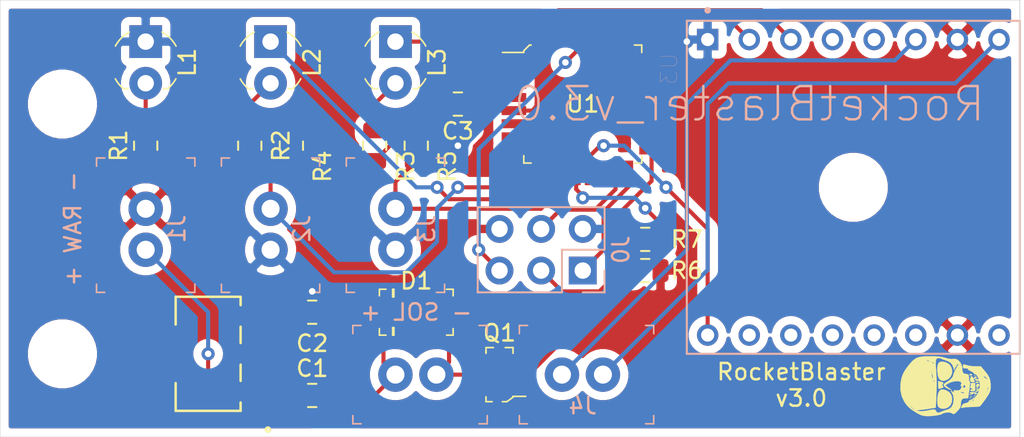
<source format=kicad_pcb>
(kicad_pcb (version 20171130) (host pcbnew "(5.1.5)-3")

  (general
    (thickness 1.6)
    (drawings 8)
    (tracks 138)
    (zones 0)
    (modules 28)
    (nets 48)
  )

  (page A4)
  (layers
    (0 F.Cu signal)
    (31 B.Cu signal)
    (32 B.Adhes user hide)
    (33 F.Adhes user hide)
    (34 B.Paste user hide)
    (35 F.Paste user hide)
    (36 B.SilkS user)
    (37 F.SilkS user)
    (38 B.Mask user hide)
    (39 F.Mask user hide)
    (40 Dwgs.User user hide)
    (41 Cmts.User user hide)
    (42 Eco1.User user hide)
    (43 Eco2.User user)
    (44 Edge.Cuts user hide)
    (45 Margin user hide)
    (46 B.CrtYd user hide)
    (47 F.CrtYd user hide)
    (48 B.Fab user hide)
    (49 F.Fab user hide)
  )

  (setup
    (last_trace_width 0.25)
    (trace_clearance 0.2)
    (zone_clearance 0.508)
    (zone_45_only no)
    (trace_min 0.2)
    (via_size 0.8)
    (via_drill 0.4)
    (via_min_size 0.4)
    (via_min_drill 0.3)
    (uvia_size 0.3)
    (uvia_drill 0.1)
    (uvias_allowed no)
    (uvia_min_size 0.2)
    (uvia_min_drill 0.1)
    (edge_width 0.05)
    (segment_width 0.2)
    (pcb_text_width 0.3)
    (pcb_text_size 1.5 1.5)
    (mod_edge_width 0.12)
    (mod_text_size 1 1)
    (mod_text_width 0.15)
    (pad_size 1.524 1.524)
    (pad_drill 0.762)
    (pad_to_mask_clearance 0.051)
    (solder_mask_min_width 0.25)
    (aux_axis_origin 0 0)
    (visible_elements 7FFFFFFF)
    (pcbplotparams
      (layerselection 0x010fc_ffffffff)
      (usegerberextensions false)
      (usegerberattributes false)
      (usegerberadvancedattributes false)
      (creategerberjobfile false)
      (excludeedgelayer true)
      (linewidth 0.100000)
      (plotframeref false)
      (viasonmask false)
      (mode 1)
      (useauxorigin false)
      (hpglpennumber 1)
      (hpglpenspeed 20)
      (hpglpendiameter 15.000000)
      (psnegative false)
      (psa4output false)
      (plotreference true)
      (plotvalue true)
      (plotinvisibletext false)
      (padsonsilk false)
      (subtractmaskfromsilk false)
      (outputformat 1)
      (mirror false)
      (drillshape 1)
      (scaleselection 1)
      (outputdirectory ""))
  )

  (net 0 "")
  (net 1 "Net-(U3-Pad9)")
  (net 2 "Net-(U3-Pad15)")
  (net 3 "Net-(U3-Pad11)")
  (net 4 "Net-(U3-Pad14)")
  (net 5 "Net-(U3-Pad12)")
  (net 6 "Net-(U3-Pad13)")
  (net 7 "Net-(U3-Pad5)")
  (net 8 "Net-(U3-Pad4)")
  (net 9 "Net-(Q1-Pad1)")
  (net 10 "Net-(U1-Pad32)")
  (net 11 "Net-(U1-Pad28)")
  (net 12 "Net-(U1-Pad27)")
  (net 13 "Net-(U1-Pad26)")
  (net 14 "Net-(U1-Pad25)")
  (net 15 "Net-(U1-Pad24)")
  (net 16 "Net-(U1-Pad23)")
  (net 17 "Net-(U1-Pad22)")
  (net 18 "Net-(U1-Pad20)")
  (net 19 "Net-(U1-Pad19)")
  (net 20 "Net-(U1-Pad18)")
  (net 21 "Net-(U1-Pad14)")
  (net 22 "Net-(U1-Pad8)")
  (net 23 "Net-(U1-Pad7)")
  (net 24 "Net-(U1-Pad6)")
  (net 25 "Net-(U1-Pad2)")
  (net 26 "Net-(U1-Pad1)")
  (net 27 GND)
  (net 28 VREG)
  (net 29 RST)
  (net 30 MOSI)
  (net 31 SCK)
  (net 32 MISO)
  (net 33 SW_ARM)
  (net 34 SW_GO)
  (net 35 SPK2)
  (net 36 SPK1)
  (net 37 "Net-(L1-Pad2)")
  (net 38 LED_ARM)
  (net 39 "Net-(L2-Pad2)")
  (net 40 LED_GO)
  (net 41 "Net-(L3-Pad2)")
  (net 42 TRG)
  (net 43 TXD)
  (net 44 RXD)
  (net 45 BUSY)
  (net 46 VIN)
  (net 47 "Net-(D1-PadA)")

  (net_class Default "This is the default net class."
    (clearance 0.2)
    (trace_width 0.25)
    (via_dia 0.8)
    (via_drill 0.4)
    (uvia_dia 0.3)
    (uvia_drill 0.1)
    (add_net BUSY)
    (add_net GND)
    (add_net LED_ARM)
    (add_net LED_GO)
    (add_net MISO)
    (add_net MOSI)
    (add_net "Net-(D1-PadA)")
    (add_net "Net-(L1-Pad2)")
    (add_net "Net-(L2-Pad2)")
    (add_net "Net-(L3-Pad2)")
    (add_net "Net-(Q1-Pad1)")
    (add_net "Net-(U1-Pad1)")
    (add_net "Net-(U1-Pad14)")
    (add_net "Net-(U1-Pad18)")
    (add_net "Net-(U1-Pad19)")
    (add_net "Net-(U1-Pad2)")
    (add_net "Net-(U1-Pad20)")
    (add_net "Net-(U1-Pad22)")
    (add_net "Net-(U1-Pad23)")
    (add_net "Net-(U1-Pad24)")
    (add_net "Net-(U1-Pad25)")
    (add_net "Net-(U1-Pad26)")
    (add_net "Net-(U1-Pad27)")
    (add_net "Net-(U1-Pad28)")
    (add_net "Net-(U1-Pad32)")
    (add_net "Net-(U1-Pad6)")
    (add_net "Net-(U1-Pad7)")
    (add_net "Net-(U1-Pad8)")
    (add_net "Net-(U3-Pad11)")
    (add_net "Net-(U3-Pad12)")
    (add_net "Net-(U3-Pad13)")
    (add_net "Net-(U3-Pad14)")
    (add_net "Net-(U3-Pad15)")
    (add_net "Net-(U3-Pad4)")
    (add_net "Net-(U3-Pad5)")
    (add_net "Net-(U3-Pad9)")
    (add_net RST)
    (add_net RXD)
    (add_net SCK)
    (add_net SPK1)
    (add_net SPK2)
    (add_net SW_ARM)
    (add_net SW_GO)
    (add_net TRG)
    (add_net TXD)
    (add_net VIN)
    (add_net VREG)
  )

  (module DFR0299:MODULE_DFR0299 (layer B.Cu) (tedit 5E234D44) (tstamp 5E23F702)
    (at 195.58 36.83 270)
    (path /5E279048)
    (fp_text reference U3 (at -7.225 11.235 90) (layer B.SilkS)
      (effects (font (size 1 1) (thickness 0.015)) (justify mirror))
    )
    (fp_text value DFR0299 (at -1.51 -11.065 90) (layer B.Fab)
      (effects (font (size 1 1) (thickness 0.015)) (justify mirror))
    )
    (fp_circle (center -10.8 8.89) (end -10.7 8.89) (layer B.SilkS) (width 0.2))
    (fp_circle (center -10.8 8.89) (end -10.7 8.89) (layer B.Fab) (width 0.2))
    (fp_line (start -10.41 -10.41) (end -10.41 10.41) (layer B.CrtYd) (width 0.05))
    (fp_line (start 10.41 -10.41) (end -10.41 -10.41) (layer B.CrtYd) (width 0.05))
    (fp_line (start 10.41 10.41) (end 10.41 -10.41) (layer B.CrtYd) (width 0.05))
    (fp_line (start -10.41 10.41) (end 10.41 10.41) (layer B.CrtYd) (width 0.05))
    (fp_line (start -10.16 10.16) (end 10.16 10.16) (layer B.Fab) (width 0.127))
    (fp_line (start -10.16 -10.16) (end -10.16 10.16) (layer B.Fab) (width 0.127))
    (fp_line (start 10.16 -10.16) (end -10.16 -10.16) (layer B.Fab) (width 0.127))
    (fp_line (start 10.16 10.16) (end 10.16 -10.16) (layer B.Fab) (width 0.127))
    (fp_line (start 10.16 -10.16) (end -10.16 -10.16) (layer B.SilkS) (width 0.127))
    (fp_line (start 10.16 10.16) (end 10.16 -10.16) (layer B.SilkS) (width 0.127))
    (fp_line (start -10.16 10.16) (end 10.16 10.16) (layer B.SilkS) (width 0.127))
    (fp_line (start -10.16 -10.16) (end -10.16 10.16) (layer B.SilkS) (width 0.127))
    (pad 9 thru_hole circle (at 9.017 -8.89 270) (size 1.308 1.308) (drill 0.8) (layers *.Cu *.Mask)
      (net 1 "Net-(U3-Pad9)"))
    (pad 8 thru_hole circle (at -9.017 -8.89 270) (size 1.308 1.308) (drill 0.8) (layers *.Cu *.Mask)
      (net 35 SPK2))
    (pad 16 thru_hole circle (at 9.017 8.89 270) (size 1.308 1.308) (drill 0.8) (layers *.Cu *.Mask)
      (net 45 BUSY))
    (pad 1 thru_hole rect (at -9.017 8.89 270) (size 1.308 1.308) (drill 0.8) (layers *.Cu *.Mask)
      (net 28 VREG))
    (pad 10 thru_hole circle (at 9.017 -6.35 270) (size 1.308 1.308) (drill 0.8) (layers *.Cu *.Mask)
      (net 27 GND))
    (pad 7 thru_hole circle (at -9.017 -6.35 270) (size 1.308 1.308) (drill 0.8) (layers *.Cu *.Mask)
      (net 27 GND))
    (pad 15 thru_hole circle (at 9.017 6.35 270) (size 1.308 1.308) (drill 0.8) (layers *.Cu *.Mask)
      (net 2 "Net-(U3-Pad15)"))
    (pad 2 thru_hole circle (at -9.017 6.35 270) (size 1.308 1.308) (drill 0.8) (layers *.Cu *.Mask)
      (net 44 RXD))
    (pad 11 thru_hole circle (at 9.017 -3.81 270) (size 1.308 1.308) (drill 0.8) (layers *.Cu *.Mask)
      (net 3 "Net-(U3-Pad11)"))
    (pad 14 thru_hole circle (at 9.017 3.81 270) (size 1.308 1.308) (drill 0.8) (layers *.Cu *.Mask)
      (net 4 "Net-(U3-Pad14)"))
    (pad 3 thru_hole circle (at -9.017 3.81 270) (size 1.308 1.308) (drill 0.8) (layers *.Cu *.Mask)
      (net 43 TXD))
    (pad 6 thru_hole circle (at -9.017 -3.81 270) (size 1.308 1.308) (drill 0.8) (layers *.Cu *.Mask)
      (net 36 SPK1))
    (pad 12 thru_hole circle (at 9.017 -1.27 270) (size 1.308 1.308) (drill 0.8) (layers *.Cu *.Mask)
      (net 5 "Net-(U3-Pad12)"))
    (pad 13 thru_hole circle (at 9.017 1.27 270) (size 1.308 1.308) (drill 0.8) (layers *.Cu *.Mask)
      (net 6 "Net-(U3-Pad13)"))
    (pad 5 thru_hole circle (at -9.017 -1.27 270) (size 1.308 1.308) (drill 0.8) (layers *.Cu *.Mask)
      (net 7 "Net-(U3-Pad5)"))
    (pad 4 thru_hole circle (at -9.017 1.27 270) (size 1.308 1.308) (drill 0.8) (layers *.Cu *.Mask)
      (net 8 "Net-(U3-Pad4)"))
  )

  (module SkullFP:SkullFP (layer F.Cu) (tedit 0) (tstamp 5E248426)
    (at 201.295 48.895 90)
    (fp_text reference G*** (at 0 0 90) (layer F.SilkS) hide
      (effects (font (size 1.524 1.524) (thickness 0.3)))
    )
    (fp_text value LOGO (at 0.75 0 90) (layer F.SilkS) hide
      (effects (font (size 1.524 1.524) (thickness 0.3)))
    )
    (fp_poly (pts (xy 0.202584 -0.387087) (xy 0.167582 -0.269026) (xy 0.138668 -0.21956) (xy 0.101513 -0.225116)
      (xy 0.062728 -0.25464) (xy -0.005604 -0.287168) (xy -0.052595 -0.260673) (xy -0.11921 -0.215538)
      (xy -0.163113 -0.247139) (xy -0.185731 -0.313568) (xy -0.215036 -0.417938) (xy -0.234111 -0.474896)
      (xy -0.229234 -0.509266) (xy -0.171951 -0.528661) (xy -0.047979 -0.537021) (xy -0.006112 -0.537832)
      (xy 0.244692 -0.54134) (xy 0.202584 -0.387087)) (layer F.SilkS) (width 0.01))
    (fp_poly (pts (xy 1.195194 -0.575294) (xy 1.340795 -0.519545) (xy 1.417817 -0.41933) (xy 1.431008 -0.268795)
      (xy 1.390929 -0.0811) (xy 1.294721 0.105357) (xy 1.143061 0.238766) (xy 0.952523 0.310584)
      (xy 0.739679 0.31227) (xy 0.662201 0.294482) (xy 0.484376 0.201248) (xy 0.346927 0.049998)
      (xy 0.267103 -0.136309) (xy 0.254 -0.248874) (xy 0.287673 -0.38633) (xy 0.390483 -0.4878)
      (xy 0.56511 -0.554561) (xy 0.814237 -0.587888) (xy 0.976267 -0.592431) (xy 1.195194 -0.575294)) (layer F.SilkS) (width 0.01))
    (fp_poly (pts (xy -0.751279 -0.581775) (xy -0.566576 -0.553955) (xy -0.466138 -0.524416) (xy -0.333164 -0.44714)
      (xy -0.27035 -0.34273) (xy -0.273733 -0.199006) (xy -0.315747 -0.062199) (xy -0.428498 0.13178)
      (xy -0.589999 0.257772) (xy -0.795368 0.313303) (xy -1.027504 0.298377) (xy -1.219456 0.221651)
      (xy -1.358293 0.080401) (xy -1.431499 -0.091821) (xy -1.450479 -0.275181) (xy -1.413391 -0.42769)
      (xy -1.326007 -0.531385) (xy -1.283216 -0.553357) (xy -1.143121 -0.582663) (xy -0.954635 -0.59174)
      (xy -0.751279 -0.581775)) (layer F.SilkS) (width 0.01))
    (fp_poly (pts (xy 0.084279 -2.835524) (xy 0.145232 -2.828092) (xy 0.422964 -2.77552) (xy 0.66623 -2.692283)
      (xy 0.900117 -2.56665) (xy 1.149716 -2.386888) (xy 1.232732 -2.319555) (xy 1.414679 -2.161533)
      (xy 1.549255 -2.020268) (xy 1.643395 -1.878433) (xy 1.70404 -1.7187) (xy 1.738125 -1.523742)
      (xy 1.75259 -1.276231) (xy 1.754655 -1.016) (xy 1.751459 -0.749348) (xy 1.742548 -0.545894)
      (xy 1.725696 -0.384239) (xy 1.698671 -0.242986) (xy 1.659318 -0.100977) (xy 1.605066 0.111945)
      (xy 1.587337 0.276039) (xy 1.592393 0.331382) (xy 1.600718 0.511996) (xy 1.539846 0.660905)
      (xy 1.402351 0.795451) (xy 1.389744 0.804722) (xy 1.235455 0.894894) (xy 1.083068 0.92948)
      (xy 1.028031 0.931333) (xy 0.848782 0.9454) (xy 0.738669 0.992742) (xy 0.686114 1.081069)
      (xy 0.677333 1.164849) (xy 0.656931 1.273777) (xy 0.587815 1.331681) (xy 0.458118 1.345565)
      (xy 0.381 1.33977) (xy 0.272234 1.35213) (xy 0.208231 1.383972) (xy 0.14587 1.420565)
      (xy 0.121213 1.419436) (xy 0.071134 1.405928) (xy -0.036496 1.392446) (xy -0.130988 1.385038)
      (xy -0.267431 1.373274) (xy -0.369591 1.35837) (xy -0.403804 1.348652) (xy -0.469562 1.332317)
      (xy -0.581531 1.319506) (xy -0.612237 1.317526) (xy -0.738063 1.30625) (xy -0.799248 1.277312)
      (xy -0.815803 1.211356) (xy -0.815528 1.2065) (xy -0.211667 1.2065) (xy -0.1905 1.227666)
      (xy -0.169334 1.2065) (xy -0.1905 1.185333) (xy -0.211667 1.2065) (xy -0.815528 1.2065)
      (xy -0.810914 1.125332) (xy -0.819052 1.046157) (xy -0.169334 1.046157) (xy -0.136781 1.112325)
      (xy -0.08331 1.124857) (xy -0.016454 1.100436) (xy -0.009713 1.060331) (xy -0.048781 0.998796)
      (xy -0.110736 0.980813) (xy -0.16023 1.009521) (xy -0.169334 1.046157) (xy -0.819052 1.046157)
      (xy -0.825555 0.982901) (xy -0.835206 0.971671) (xy -0.499502 0.971671) (xy -0.49907 1.033885)
      (xy -0.465667 1.037166) (xy -0.435118 0.979518) (xy -0.426309 0.897084) (xy -0.43144 0.822894)
      (xy -0.446586 0.82691) (xy -0.465667 0.867833) (xy -0.499502 0.971671) (xy -0.835206 0.971671)
      (xy -0.901718 0.894284) (xy -1.043671 0.855761) (xy -1.122543 0.853594) (xy -1.264395 0.843587)
      (xy -1.387636 0.799018) (xy -1.516487 0.707659) (xy -1.640417 0.592137) (xy -1.736325 0.486035)
      (xy -1.770488 0.406732) (xy -1.748533 0.329751) (xy -1.712828 0.277213) (xy -1.678673 0.178639)
      (xy -1.672275 0.035276) (xy -1.69071 -0.118749) (xy -1.731056 -0.249312) (xy -1.762232 -0.299577)
      (xy -1.800064 -0.382224) (xy -1.829283 -0.50261) (xy -1.686801 -0.50261) (xy -1.634106 -0.360612)
      (xy -1.629955 -0.352681) (xy -1.577725 -0.230641) (xy -1.530622 -0.084245) (xy -1.523978 -0.058444)
      (xy -1.448864 0.143744) (xy -1.331611 0.28026) (xy -1.158703 0.365115) (xy -1.09983 0.3812)
      (xy -0.837784 0.410003) (xy -0.604095 0.366927) (xy -0.456513 0.289815) (xy -0.369407 0.238469)
      (xy -0.34148 0.246061) (xy -0.375922 0.308016) (xy -0.41275 0.352562) (xy -0.461338 0.412303)
      (xy -0.448563 0.425347) (xy -0.396309 0.414011) (xy -0.339219 0.407229) (xy -0.318557 0.439584)
      (xy -0.32463 0.531273) (xy -0.327928 0.556482) (xy -0.329795 0.695624) (xy -0.284776 0.793067)
      (xy -0.274307 0.805283) (xy -0.1946 0.864537) (xy -0.111405 0.88807) (xy -0.053291 0.871425)
      (xy -0.042334 0.841483) (xy -0.02223 0.818801) (xy 0.020627 0.846219) (xy 0.106988 0.884795)
      (xy 0.174808 0.852541) (xy 0.177733 0.846666) (xy 1.185333 0.846666) (xy 1.200822 0.881511)
      (xy 1.213555 0.874888) (xy 1.218622 0.824649) (xy 1.213555 0.818444) (xy 1.188388 0.824255)
      (xy 1.185333 0.846666) (xy 0.177733 0.846666) (xy 0.219863 0.762074) (xy 0.237926 0.626011)
      (xy 0.224772 0.45697) (xy 0.194823 0.326107) (xy 0.143321 0.178654) (xy 0.084419 0.052149)
      (xy 0.051173 0.000404) (xy -0.025217 -0.093934) (xy -0.133023 0.048283) (xy -0.207054 0.153109)
      (xy -0.258104 0.238279) (xy -0.265239 0.254) (xy -0.28577 0.293886) (xy -0.292936 0.25119)
      (xy -0.292992 0.250075) (xy -0.276098 0.174764) (xy -0.229406 0.059719) (xy -0.197912 -0.003925)
      (xy -0.104211 -0.146325) (xy -0.016075 -0.204656) (xy 0.069041 -0.179128) (xy 0.153679 -0.069949)
      (xy 0.17265 -0.034405) (xy 0.270991 0.122651) (xy 0.388739 0.256205) (xy 0.50722 0.348291)
      (xy 0.604342 0.381) (xy 0.716053 0.407192) (xy 0.881471 0.482485) (xy 1.016 0.557576)
      (xy 1.114681 0.605482) (xy 1.151315 0.619406) (xy 1.223373 0.676216) (xy 1.241655 0.713427)
      (xy 1.256827 0.742605) (xy 1.265085 0.687985) (xy 1.265089 0.687916) (xy 1.247086 0.611919)
      (xy 1.211683 0.592666) (xy 1.137493 0.562801) (xy 1.100666 0.529166) (xy 1.019997 0.479365)
      (xy 0.936733 0.462809) (xy 0.89386 0.455002) (xy 0.929703 0.434747) (xy 1.027801 0.405544)
      (xy 1.223606 0.329272) (xy 1.363016 0.212525) (xy 1.462995 0.038106) (xy 1.503724 -0.076831)
      (xy 1.550332 -0.215375) (xy 1.593738 -0.323698) (xy 1.617548 -0.367857) (xy 1.642398 -0.44466)
      (xy 1.643475 -0.53699) (xy 1.626373 -0.601985) (xy 1.58475 -0.646989) (xy 1.507075 -0.67392)
      (xy 1.381815 -0.684699) (xy 1.197437 -0.681245) (xy 0.942408 -0.665479) (xy 0.893321 -0.661871)
      (xy 0.517153 -0.639496) (xy 0.143523 -0.629903) (xy -0.253305 -0.633026) (xy -0.699072 -0.6488)
      (xy -0.872304 -0.657343) (xy -1.384774 -0.684145) (xy -1.392673 -0.73434) (xy 0.173727 -0.73434)
      (xy 0.189232 -0.735671) (xy 0.241491 -0.76625) (xy 0.263409 -0.783167) (xy 1.313629 -0.783167)
      (xy 1.331098 -0.775595) (xy 1.354666 -0.804334) (xy 1.390488 -0.881508) (xy 1.395703 -0.910167)
      (xy 1.378234 -0.91774) (xy 1.354666 -0.889) (xy 1.318844 -0.811826) (xy 1.313629 -0.783167)
      (xy 0.263409 -0.783167) (xy 0.303939 -0.814448) (xy 0.314566 -0.842545) (xy 0.274255 -0.831602)
      (xy 0.221242 -0.7865) (xy 0.173727 -0.73434) (xy -1.392673 -0.73434) (xy -1.412876 -0.862719)
      (xy 0.405317 -0.862719) (xy 0.460371 -0.861852) (xy 0.529166 -0.871879) (xy 0.639767 -0.893228)
      (xy 0.708381 -0.911776) (xy 0.716138 -0.915783) (xy 0.70597 -0.931188) (xy 0.641936 -0.932655)
      (xy 0.553149 -0.923066) (xy 0.468721 -0.905305) (xy 0.423333 -0.886782) (xy 0.405317 -0.862719)
      (xy -1.412876 -0.862719) (xy -1.428116 -0.959556) (xy 0.776111 -0.959556) (xy 0.781922 -0.934389)
      (xy 0.804333 -0.931334) (xy 0.839178 -0.946823) (xy 0.832555 -0.959556) (xy 0.782315 -0.964623)
      (xy 0.776111 -0.959556) (xy -1.428116 -0.959556) (xy -1.433668 -0.994834) (xy 1.397 -0.994834)
      (xy 1.418166 -0.973667) (xy 1.439333 -0.994834) (xy 1.418166 -1.016) (xy 1.397 -0.994834)
      (xy -1.433668 -0.994834) (xy -1.439201 -1.02999) (xy -1.445251 -1.07044) (xy 1.445912 -1.07044)
      (xy 1.469642 -1.083545) (xy 1.481666 -1.100667) (xy 1.516766 -1.191038) (xy 1.520376 -1.227667)
      (xy 1.508289 -1.252983) (xy 1.481666 -1.2065) (xy 1.44992 -1.116748) (xy 1.445912 -1.07044)
      (xy -1.445251 -1.07044) (xy -1.46983 -1.234772) (xy -1.49897 -1.446659) (xy -1.520584 -1.621636)
      (xy -1.521491 -1.629834) (xy -1.549353 -1.883834) (xy -1.584949 -1.718541) (xy -1.597218 -1.556504)
      (xy -1.575589 -1.332881) (xy -1.550825 -1.189374) (xy -1.512926 -0.988064) (xy -1.492037 -0.853757)
      (xy -1.489297 -0.770288) (xy -1.505848 -0.721495) (xy -1.54283 -0.691212) (xy -1.5875 -0.669631)
      (xy -1.671703 -0.602354) (xy -1.686801 -0.50261) (xy -1.829283 -0.50261) (xy -1.835345 -0.527585)
      (xy -1.865269 -0.713705) (xy -1.887029 -0.918631) (xy -1.89782 -1.120411) (xy -1.894834 -1.297091)
      (xy -1.892883 -1.321653) (xy -1.867068 -1.483915) (xy -1.813773 -1.638255) (xy -1.72111 -1.816555)
      (xy -1.686626 -1.874891) (xy -1.626227 -1.9685) (xy -1.524 -1.9685) (xy -1.502834 -1.947334)
      (xy -1.481667 -1.9685) (xy -1.502834 -1.989667) (xy -1.524 -1.9685) (xy -1.626227 -1.9685)
      (xy -1.576707 -2.045247) (xy -1.481667 -2.045247) (xy -1.468456 -2.034387) (xy -1.422102 -2.072441)
      (xy -1.332523 -2.167719) (xy -1.330837 -2.169584) (xy -1.2065 -2.307167) (xy -1.344084 -2.18283)
      (xy -1.427476 -2.104738) (xy -1.476346 -2.053697) (xy -1.481667 -2.045247) (xy -1.576707 -2.045247)
      (xy -1.52252 -2.129226) (xy -1.368876 -2.322886) (xy -1.208047 -2.475063) (xy -1.022388 -2.604946)
      (xy -1.006285 -2.614736) (xy -0.67354 -2.766406) (xy -0.309151 -2.840163) (xy 0.084279 -2.835524)) (layer F.SilkS) (width 0.01))
    (fp_poly (pts (xy -0.775415 1.389062) (xy -0.770369 1.455224) (xy -0.778757 1.470201) (xy -0.797998 1.457575)
      (xy -0.800992 1.414638) (xy -0.790653 1.369467) (xy -0.775415 1.389062)) (layer F.SilkS) (width 0.01))
    (fp_poly (pts (xy 0.669736 1.390011) (xy 0.677333 1.436834) (xy 0.657894 1.517875) (xy 0.635 1.545166)
      (xy 0.603608 1.530179) (xy 0.592666 1.462998) (xy 0.606852 1.382253) (xy 0.635 1.354666)
      (xy 0.669736 1.390011)) (layer F.SilkS) (width 0.01))
    (fp_poly (pts (xy -0.692425 1.40111) (xy -0.690331 1.408389) (xy -0.684133 1.500604) (xy -0.691899 1.535389)
      (xy -0.705797 1.536796) (xy -0.711472 1.470525) (xy -0.711414 1.4605) (xy -0.70531 1.394842)
      (xy -0.692425 1.40111)) (layer F.SilkS) (width 0.01))
    (fp_poly (pts (xy -0.776112 1.580444) (xy -0.771045 1.630684) (xy -0.776112 1.636888) (xy -0.801279 1.631077)
      (xy -0.804334 1.608666) (xy -0.788845 1.573821) (xy -0.776112 1.580444)) (layer F.SilkS) (width 0.01))
    (fp_poly (pts (xy -0.287361 1.433299) (xy -0.265429 1.484868) (xy -0.240223 1.581256) (xy -0.205264 1.486753)
      (xy -0.164157 1.421365) (xy -0.10457 1.429094) (xy -0.100307 1.431422) (xy -0.000105 1.455033)
      (xy 0.048346 1.450027) (xy 0.101478 1.449939) (xy 0.123594 1.500604) (xy 0.127 1.578256)
      (xy 0.127 1.727054) (xy -0.107686 1.722453) (xy -0.240048 1.716711) (xy -0.333559 1.706769)
      (xy -0.361686 1.698536) (xy -0.375867 1.646438) (xy -0.381 1.561776) (xy -0.365233 1.462048)
      (xy -0.328657 1.415653) (xy -0.287361 1.433299)) (layer F.SilkS) (width 0.01))
    (fp_poly (pts (xy -0.690749 1.643062) (xy -0.685702 1.709224) (xy -0.694091 1.724201) (xy -0.713332 1.711575)
      (xy -0.716325 1.668638) (xy -0.705986 1.623467) (xy -0.690749 1.643062)) (layer F.SilkS) (width 0.01))
    (fp_poly (pts (xy 0.578369 1.640416) (xy 0.583961 1.727087) (xy 0.578369 1.74625) (xy 0.562918 1.751568)
      (xy 0.557017 1.693333) (xy 0.56367 1.633235) (xy 0.578369 1.640416)) (layer F.SilkS) (width 0.01))
    (fp_poly (pts (xy -0.606082 1.685395) (xy -0.601035 1.751557) (xy -0.609424 1.766534) (xy -0.628665 1.753909)
      (xy -0.631658 1.710972) (xy -0.62132 1.665801) (xy -0.606082 1.685395)) (layer F.SilkS) (width 0.01))
    (fp_poly (pts (xy 0.54245 1.431689) (xy 0.538015 1.481666) (xy 0.512429 1.557134) (xy 0.475244 1.576916)
      (xy 0.430207 1.601012) (xy 0.423333 1.632331) (xy 0.443856 1.676149) (xy 0.465666 1.672166)
      (xy 0.498986 1.685128) (xy 0.508 1.733168) (xy 0.490728 1.803303) (xy 0.465666 1.820333)
      (xy 0.427246 1.786434) (xy 0.423333 1.762016) (xy 0.393467 1.687826) (xy 0.359833 1.651)
      (xy 0.307231 1.622664) (xy 0.296333 1.645816) (xy 0.261942 1.687453) (xy 0.230151 1.693333)
      (xy 0.184405 1.669265) (xy 0.174951 1.58594) (xy 0.177234 1.556608) (xy 0.197541 1.460527)
      (xy 0.25211 1.419895) (xy 0.328083 1.408955) (xy 0.427128 1.412294) (xy 0.465707 1.449968)
      (xy 0.468642 1.471597) (xy 0.475826 1.516362) (xy 0.498302 1.485921) (xy 0.510245 1.4605)
      (xy 0.537357 1.408199) (xy 0.54245 1.431689)) (layer F.SilkS) (width 0.01))
    (fp_poly (pts (xy -0.550334 1.439333) (xy -0.525351 1.511831) (xy -0.515686 1.505746) (xy -0.51222 1.447418)
      (xy -0.494201 1.38244) (xy -0.465667 1.375833) (xy -0.437251 1.435735) (xy -0.428786 1.548467)
      (xy -0.440735 1.684467) (xy -0.4595 1.770747) (xy -0.490922 1.833833) (xy -0.51878 1.837775)
      (xy -0.548671 1.776801) (xy -0.548041 1.710265) (xy -0.521477 1.672705) (xy -0.497417 1.676945)
      (xy -0.481803 1.673928) (xy -0.518544 1.623239) (xy -0.518584 1.623193) (xy -0.574511 1.519423)
      (xy -0.588447 1.435999) (xy -0.584228 1.3335) (xy -0.550334 1.439333)) (layer F.SilkS) (width 0.01))
    (fp_poly (pts (xy 0.201156 1.771894) (xy 0.211666 1.8415) (xy 0.197175 1.921057) (xy 0.169333 1.947333)
      (xy 0.13751 1.911105) (xy 0.127 1.8415) (xy 0.141491 1.761942) (xy 0.169333 1.735666)
      (xy 0.201156 1.771894)) (layer F.SilkS) (width 0.01))
    (fp_poly (pts (xy -0.211677 1.829471) (xy -0.211667 1.833033) (xy -0.219071 1.926869) (xy -0.240779 1.938063)
      (xy -0.272026 1.876754) (xy -0.273798 1.794451) (xy -0.255388 1.762454) (xy -0.222582 1.756463)
      (xy -0.211677 1.829471)) (layer F.SilkS) (width 0.01))
    (fp_poly (pts (xy -0.044907 1.7872) (xy 0.052073 1.805166) (xy 0.084366 1.858029) (xy 0.084666 1.86661)
      (xy 0.063333 1.945993) (xy 0.014769 1.97399) (xy -0.01879 1.956765) (xy -0.08634 1.926964)
      (xy -0.098199 1.926166) (xy -0.146916 1.891136) (xy -0.160744 1.854841) (xy -0.150663 1.803967)
      (xy -0.081344 1.787107) (xy -0.044907 1.7872)) (layer F.SilkS) (width 0.01))
    (fp_poly (pts (xy -1.277327 0.899192) (xy -1.192655 0.944874) (xy -1.139559 1.019453) (xy -1.098948 1.150196)
      (xy -1.097559 1.155954) (xy -1.064631 1.263712) (xy -1.033447 1.317914) (xy -1.018025 1.315608)
      (xy -0.984785 1.318521) (xy -0.934682 1.381742) (xy -0.879719 1.485984) (xy -0.831896 1.611958)
      (xy -0.830221 1.617442) (xy -0.7826 1.679884) (xy -0.684368 1.762533) (xy -0.560459 1.847374)
      (xy -0.435811 1.916393) (xy -0.388362 1.936657) (xy -0.34149 1.947992) (xy -0.358062 1.913758)
      (xy -0.373913 1.893793) (xy -0.413185 1.802399) (xy -0.413316 1.748283) (xy -0.394027 1.717977)
      (xy -0.36075 1.759434) (xy -0.329458 1.825782) (xy -0.268527 1.93289) (xy -0.190193 1.982582)
      (xy -0.120722 1.995749) (xy 0.022844 2.000559) (xy 0.148166 1.989676) (xy 0.237366 1.962007)
      (xy 0.264832 1.90631) (xy 0.262263 1.856879) (xy 0.276966 1.754965) (xy 0.320065 1.719373)
      (xy 0.367935 1.714346) (xy 0.378467 1.764393) (xy 0.372507 1.816674) (xy 0.354244 1.941107)
      (xy 0.5193 1.856901) (xy 0.631341 1.783779) (xy 0.66341 1.720592) (xy 0.661201 1.712355)
      (xy 0.666177 1.665256) (xy 0.68944 1.662091) (xy 0.733643 1.632462) (xy 0.796518 1.5453)
      (xy 0.852722 1.442524) (xy 0.917151 1.319635) (xy 0.957799 1.268379) (xy 0.981282 1.281364)
      (xy 0.985394 1.294357) (xy 0.997935 1.305138) (xy 1.007669 1.244843) (xy 1.011089 1.17475)
      (xy 1.017266 1.053487) (xy 1.038155 0.994487) (xy 1.089002 0.975346) (xy 1.147937 0.973666)
      (xy 1.237275 0.980978) (xy 1.262259 1.015174) (xy 1.250912 1.068916) (xy 1.189537 1.294858)
      (xy 1.156511 1.491306) (xy 1.144549 1.705566) (xy 1.144009 1.762973) (xy 1.143 2.065446)
      (xy 0.845853 2.317432) (xy 0.640969 2.477632) (xy 0.460024 2.581729) (xy 0.274967 2.640446)
      (xy 0.057745 2.664505) (xy -0.068412 2.666891) (xy -0.239351 2.6614) (xy -0.366829 2.637555)
      (xy -0.491317 2.584066) (xy -0.610425 2.515679) (xy -0.673516 2.474098) (xy -0.28274 2.474098)
      (xy -0.254 2.497666) (xy -0.176826 2.533488) (xy -0.148167 2.538703) (xy -0.140595 2.521234)
      (xy -0.169334 2.497666) (xy -0.246508 2.461844) (xy -0.275167 2.456629) (xy -0.28274 2.474098)
      (xy -0.673516 2.474098) (xy -0.734106 2.434166) (xy -0.381 2.434166) (xy -0.359834 2.455333)
      (xy -0.353634 2.449133) (xy 0.362138 2.449133) (xy 0.371062 2.455333) (xy 0.417756 2.424381)
      (xy 0.486322 2.348063) (xy 0.500436 2.329509) (xy 0.547021 2.255211) (xy 0.549465 2.223744)
      (xy 0.540147 2.225475) (xy 0.485177 2.266211) (xy 0.42479 2.333916) (xy 0.37758 2.403315)
      (xy 0.362138 2.449133) (xy -0.353634 2.449133) (xy -0.338667 2.434166) (xy -0.359834 2.413)
      (xy -0.381 2.434166) (xy -0.734106 2.434166) (xy -0.798339 2.391833) (xy -0.465667 2.391833)
      (xy -0.4445 2.413) (xy -0.423334 2.391833) (xy -0.4445 2.370666) (xy -0.465667 2.391833)
      (xy -0.798339 2.391833) (xy -0.890016 2.331413) (xy -1.180024 2.113048) (xy -1.290186 2.022398)
      (xy -1.308794 1.967028) (xy -1.324057 1.847955) (xy -1.333733 1.686133) (xy -1.33576 1.596947)
      (xy -1.335993 1.588782) (xy -0.962718 1.588782) (xy -0.954241 1.60585) (xy -0.913875 1.649616)
      (xy -0.906449 1.618751) (xy -0.916726 1.585674) (xy -0.947892 1.539571) (xy -0.961969 1.540524)
      (xy -0.962718 1.588782) (xy -1.335993 1.588782) (xy -1.340269 1.439333) (xy -1.016 1.439333)
      (xy -1.000511 1.474178) (xy -0.987778 1.467555) (xy -0.982712 1.417315) (xy -0.987778 1.411111)
      (xy -1.012945 1.416922) (xy -1.016 1.439333) (xy -1.340269 1.439333) (xy -1.341434 1.398639)
      (xy -1.352875 1.210177) (xy -1.367959 1.063466) (xy -1.373623 1.028323) (xy -1.407265 0.850146)
      (xy -1.277327 0.899192)) (layer F.SilkS) (width 0.01))
  )

  (module digikey-footprints:TQFP-32_7x7mm (layer F.Cu) (tedit 5D28AA5E) (tstamp 5E245628)
    (at 179.07 31.75)
    (descr http://www.atmel.com/Images/Atmel-8826-SEEPROM-PCB-Mounting-Guidelines-Surface-Mount-Packages-ApplicationNote.pdf)
    (path /5E2652CB)
    (attr smd)
    (fp_text reference U1 (at 0 0) (layer F.SilkS)
      (effects (font (size 1 1) (thickness 0.15)))
    )
    (fp_text value ATMEGA328PB-AU (at 0 6.2) (layer F.Fab)
      (effects (font (size 1 1) (thickness 0.15)))
    )
    (fp_line (start 3.5 -3.5) (end 3.5 3.5) (layer F.Fab) (width 0.1))
    (fp_line (start -3.5 3.5) (end 3.5 3.5) (layer F.Fab) (width 0.1))
    (fp_line (start -3.5 -3.2) (end -3.2 -3.5) (layer F.Fab) (width 0.1))
    (fp_line (start -3.2 -3.5) (end 3.5 -3.5) (layer F.Fab) (width 0.1))
    (fp_line (start -3.5 -3.2) (end -3.5 3.5) (layer F.Fab) (width 0.1))
    (fp_line (start -3.6 3.6) (end -3.6 3.15) (layer F.SilkS) (width 0.1))
    (fp_line (start -3.6 3.6) (end -3.15 3.6) (layer F.SilkS) (width 0.1))
    (fp_line (start 3.6 3.6) (end 3.15 3.6) (layer F.SilkS) (width 0.1))
    (fp_line (start 3.6 3.6) (end 3.6 3.15) (layer F.SilkS) (width 0.1))
    (fp_line (start 3.6 -3.6) (end 3.6 -3.15) (layer F.SilkS) (width 0.1))
    (fp_line (start 3.6 -3.6) (end 3.15 -3.6) (layer F.SilkS) (width 0.1))
    (fp_line (start -3.6 -3.15) (end -4.9 -3.15) (layer F.SilkS) (width 0.1))
    (fp_line (start -3.6 -3.25) (end -3.6 -3.15) (layer F.SilkS) (width 0.1))
    (fp_line (start -3.25 -3.6) (end -3.6 -3.25) (layer F.SilkS) (width 0.1))
    (fp_line (start -3.15 -3.6) (end -3.25 -3.6) (layer F.SilkS) (width 0.1))
    (fp_line (start -5.2 -5.2) (end 5.2 -5.2) (layer F.CrtYd) (width 0.05))
    (fp_line (start 5.2 -5.2) (end 5.2 5.2) (layer F.CrtYd) (width 0.05))
    (fp_line (start -5.2 -5.2) (end -5.2 5.2) (layer F.CrtYd) (width 0.05))
    (fp_line (start -5.2 5.2) (end 5.2 5.2) (layer F.CrtYd) (width 0.05))
    (fp_text user %R (at 0 0) (layer F.Fab)
      (effects (font (size 1 1) (thickness 0.15)))
    )
    (pad 32 smd rect (at -2.8 -4.2) (size 0.55 1.5) (layers F.Cu F.Paste F.Mask)
      (net 10 "Net-(U1-Pad32)"))
    (pad 31 smd rect (at -2 -4.2) (size 0.55 1.5) (layers F.Cu F.Paste F.Mask)
      (net 43 TXD))
    (pad 30 smd rect (at -1.2 -4.2) (size 0.55 1.5) (layers F.Cu F.Paste F.Mask)
      (net 44 RXD))
    (pad 29 smd rect (at -0.4 -4.2) (size 0.55 1.5) (layers F.Cu F.Paste F.Mask)
      (net 29 RST))
    (pad 28 smd rect (at 0.4 -4.2) (size 0.55 1.5) (layers F.Cu F.Paste F.Mask)
      (net 11 "Net-(U1-Pad28)"))
    (pad 27 smd rect (at 1.2 -4.2) (size 0.55 1.5) (layers F.Cu F.Paste F.Mask)
      (net 12 "Net-(U1-Pad27)"))
    (pad 26 smd rect (at 2 -4.2) (size 0.55 1.5) (layers F.Cu F.Paste F.Mask)
      (net 13 "Net-(U1-Pad26)"))
    (pad 25 smd rect (at 2.8 -4.2) (size 0.55 1.5) (layers F.Cu F.Paste F.Mask)
      (net 14 "Net-(U1-Pad25)"))
    (pad 24 smd rect (at 4.2 -2.8) (size 1.5 0.55) (layers F.Cu F.Paste F.Mask)
      (net 15 "Net-(U1-Pad24)"))
    (pad 23 smd rect (at 4.2 -2) (size 1.5 0.55) (layers F.Cu F.Paste F.Mask)
      (net 16 "Net-(U1-Pad23)"))
    (pad 22 smd rect (at 4.2 -1.2) (size 1.5 0.55) (layers F.Cu F.Paste F.Mask)
      (net 17 "Net-(U1-Pad22)"))
    (pad 21 smd rect (at 4.2 -0.4) (size 1.5 0.55) (layers F.Cu F.Paste F.Mask)
      (net 27 GND))
    (pad 20 smd rect (at 4.2 0.4) (size 1.5 0.55) (layers F.Cu F.Paste F.Mask)
      (net 18 "Net-(U1-Pad20)"))
    (pad 19 smd rect (at 4.2 1.2) (size 1.5 0.55) (layers F.Cu F.Paste F.Mask)
      (net 19 "Net-(U1-Pad19)"))
    (pad 18 smd rect (at 4.2 2) (size 1.5 0.55) (layers F.Cu F.Paste F.Mask)
      (net 20 "Net-(U1-Pad18)"))
    (pad 17 smd rect (at 4.2 2.8) (size 1.5 0.55) (layers F.Cu F.Paste F.Mask)
      (net 31 SCK))
    (pad 16 smd rect (at 2.8 4.2) (size 0.55 1.5) (layers F.Cu F.Paste F.Mask)
      (net 32 MISO))
    (pad 15 smd rect (at 2 4.2) (size 0.55 1.5) (layers F.Cu F.Paste F.Mask)
      (net 30 MOSI))
    (pad 14 smd rect (at 1.2 4.2) (size 0.55 1.5) (layers F.Cu F.Paste F.Mask)
      (net 21 "Net-(U1-Pad14)"))
    (pad 13 smd rect (at 0.4 4.2) (size 0.55 1.5) (layers F.Cu F.Paste F.Mask)
      (net 45 BUSY))
    (pad 12 smd rect (at -0.4 4.2) (size 0.55 1.5) (layers F.Cu F.Paste F.Mask)
      (net 42 TRG))
    (pad 11 smd rect (at -1.2 4.2) (size 0.55 1.5) (layers F.Cu F.Paste F.Mask)
      (net 34 SW_GO))
    (pad 10 smd rect (at -2 4.2) (size 0.55 1.5) (layers F.Cu F.Paste F.Mask)
      (net 38 LED_ARM))
    (pad 8 smd rect (at -4.2 2.8) (size 1.5 0.55) (layers F.Cu F.Paste F.Mask)
      (net 22 "Net-(U1-Pad8)"))
    (pad 7 smd rect (at -4.2 2) (size 1.5 0.55) (layers F.Cu F.Paste F.Mask)
      (net 23 "Net-(U1-Pad7)"))
    (pad 6 smd rect (at -4.2 1.2) (size 1.5 0.55) (layers F.Cu F.Paste F.Mask)
      (net 24 "Net-(U1-Pad6)"))
    (pad 5 smd rect (at -4.2 0.4) (size 1.5 0.55) (layers F.Cu F.Paste F.Mask)
      (net 27 GND))
    (pad 4 smd rect (at -4.2 -0.4) (size 1.5 0.55) (layers F.Cu F.Paste F.Mask)
      (net 28 VREG))
    (pad 3 smd rect (at -4.2 -1.2) (size 1.5 0.55) (layers F.Cu F.Paste F.Mask)
      (net 40 LED_GO))
    (pad 2 smd rect (at -4.2 -2) (size 1.5 0.55) (layers F.Cu F.Paste F.Mask)
      (net 25 "Net-(U1-Pad2)"))
    (pad 1 smd rect (at -4.2 -2.8) (size 1.5 0.55) (layers F.Cu F.Paste F.Mask)
      (net 26 "Net-(U1-Pad1)"))
    (pad 9 smd rect (at -2.8 4.2) (size 0.55 1.5) (layers F.Cu F.Paste F.Mask)
      (net 33 SW_ARM))
  )

  (module MountingHole:MountingHole_3.2mm_M3_ISO14580 (layer F.Cu) (tedit 56D1B4CB) (tstamp 5E246C9A)
    (at 147.32 31.75)
    (descr "Mounting Hole 3.2mm, no annular, M3, ISO14580")
    (tags "mounting hole 3.2mm no annular m3 iso14580")
    (attr virtual)
    (fp_text reference REF** (at 0 -3.75) (layer F.Fab) hide
      (effects (font (size 1 1) (thickness 0.15)))
    )
    (fp_text value MountingHole_3.2mm_M3_ISO14580 (at 0 3.75) (layer F.Fab)
      (effects (font (size 1 1) (thickness 0.15)))
    )
    (fp_text user %R (at 0.3 0) (layer F.Fab)
      (effects (font (size 1 1) (thickness 0.15)))
    )
    (fp_circle (center 0 0) (end 2.75 0) (layer Cmts.User) (width 0.15))
    (fp_circle (center 0 0) (end 3 0) (layer F.CrtYd) (width 0.05))
    (pad 1 np_thru_hole circle (at 0 0) (size 3.2 3.2) (drill 3.2) (layers *.Cu *.Mask))
  )

  (module MountingHole:MountingHole_3.2mm_M3_ISO14580 (layer F.Cu) (tedit 56D1B4CB) (tstamp 5E246C9A)
    (at 147.32 46.99)
    (descr "Mounting Hole 3.2mm, no annular, M3, ISO14580")
    (tags "mounting hole 3.2mm no annular m3 iso14580")
    (attr virtual)
    (fp_text reference REF** (at 0 -3.75) (layer F.Fab) hide
      (effects (font (size 1 1) (thickness 0.15)))
    )
    (fp_text value MountingHole_3.2mm_M3_ISO14580 (at 0 3.75) (layer F.Fab)
      (effects (font (size 1 1) (thickness 0.15)))
    )
    (fp_text user %R (at 0.3 0) (layer F.Fab)
      (effects (font (size 1 1) (thickness 0.15)))
    )
    (fp_circle (center 0 0) (end 2.75 0) (layer Cmts.User) (width 0.15))
    (fp_circle (center 0 0) (end 3 0) (layer F.CrtYd) (width 0.05))
    (pad 1 np_thru_hole circle (at 0 0) (size 3.2 3.2) (drill 3.2) (layers *.Cu *.Mask))
  )

  (module MountingHole:MountingHole_3.2mm_M3_ISO14580 (layer F.Cu) (tedit 56D1B4CB) (tstamp 5E246C89)
    (at 195.58 36.83)
    (descr "Mounting Hole 3.2mm, no annular, M3, ISO14580")
    (tags "mounting hole 3.2mm no annular m3 iso14580")
    (attr virtual)
    (fp_text reference REF** (at 0 -3.75) (layer F.Fab) hide
      (effects (font (size 1 1) (thickness 0.15)))
    )
    (fp_text value MountingHole_3.2mm_M3_ISO14580 (at 0 3.75) (layer F.Fab)
      (effects (font (size 1 1) (thickness 0.15)))
    )
    (fp_circle (center 0 0) (end 3 0) (layer F.CrtYd) (width 0.05))
    (fp_circle (center 0 0) (end 2.75 0) (layer Cmts.User) (width 0.15))
    (fp_text user %R (at 0.3 0) (layer F.Fab)
      (effects (font (size 1 1) (thickness 0.15)))
    )
    (pad 1 np_thru_hole circle (at 0 0) (size 3.2 3.2) (drill 3.2) (layers *.Cu *.Mask))
  )

  (module Resistor_SMD:R_0805_2012Metric (layer F.Cu) (tedit 5B36C52B) (tstamp 5E23F6BE)
    (at 152.4 34.29 90)
    (descr "Resistor SMD 0805 (2012 Metric), square (rectangular) end terminal, IPC_7351 nominal, (Body size source: https://docs.google.com/spreadsheets/d/1BsfQQcO9C6DZCsRaXUlFlo91Tg2WpOkGARC1WS5S8t0/edit?usp=sharing), generated with kicad-footprint-generator")
    (tags resistor)
    (path /5E27520C)
    (attr smd)
    (fp_text reference R1 (at 0 -1.65 90) (layer F.SilkS)
      (effects (font (size 1 1) (thickness 0.15)))
    )
    (fp_text value 100R (at 0 1.65 90) (layer F.Fab)
      (effects (font (size 1 1) (thickness 0.15)))
    )
    (fp_text user %R (at 0 0 90) (layer F.Fab)
      (effects (font (size 0.5 0.5) (thickness 0.08)))
    )
    (fp_line (start 1.68 0.95) (end -1.68 0.95) (layer F.CrtYd) (width 0.05))
    (fp_line (start 1.68 -0.95) (end 1.68 0.95) (layer F.CrtYd) (width 0.05))
    (fp_line (start -1.68 -0.95) (end 1.68 -0.95) (layer F.CrtYd) (width 0.05))
    (fp_line (start -1.68 0.95) (end -1.68 -0.95) (layer F.CrtYd) (width 0.05))
    (fp_line (start -0.258578 0.71) (end 0.258578 0.71) (layer F.SilkS) (width 0.12))
    (fp_line (start -0.258578 -0.71) (end 0.258578 -0.71) (layer F.SilkS) (width 0.12))
    (fp_line (start 1 0.6) (end -1 0.6) (layer F.Fab) (width 0.1))
    (fp_line (start 1 -0.6) (end 1 0.6) (layer F.Fab) (width 0.1))
    (fp_line (start -1 -0.6) (end 1 -0.6) (layer F.Fab) (width 0.1))
    (fp_line (start -1 0.6) (end -1 -0.6) (layer F.Fab) (width 0.1))
    (pad 2 smd roundrect (at 0.9375 0 90) (size 0.975 1.4) (layers F.Cu F.Paste F.Mask) (roundrect_rratio 0.25)
      (net 37 "Net-(L1-Pad2)"))
    (pad 1 smd roundrect (at -0.9375 0 90) (size 0.975 1.4) (layers F.Cu F.Paste F.Mask) (roundrect_rratio 0.25)
      (net 27 GND))
    (model ${KISYS3DMOD}/Resistor_SMD.3dshapes/R_0805_2012Metric.wrl
      (at (xyz 0 0 0))
      (scale (xyz 1 1 1))
      (rotate (xyz 0 0 0))
    )
  )

  (module Resistor_SMD:R_0805_2012Metric (layer F.Cu) (tedit 5B36C52B) (tstamp 5E23FE69)
    (at 182.88 40.005 180)
    (descr "Resistor SMD 0805 (2012 Metric), square (rectangular) end terminal, IPC_7351 nominal, (Body size source: https://docs.google.com/spreadsheets/d/1BsfQQcO9C6DZCsRaXUlFlo91Tg2WpOkGARC1WS5S8t0/edit?usp=sharing), generated with kicad-footprint-generator")
    (tags resistor)
    (path /5E3086C5)
    (attr smd)
    (fp_text reference R7 (at -2.54 0) (layer F.SilkS)
      (effects (font (size 1 1) (thickness 0.15)))
    )
    (fp_text value 100R (at 0 1.65) (layer F.Fab)
      (effects (font (size 1 1) (thickness 0.15)))
    )
    (fp_line (start -1 0.6) (end -1 -0.6) (layer F.Fab) (width 0.1))
    (fp_line (start -1 -0.6) (end 1 -0.6) (layer F.Fab) (width 0.1))
    (fp_line (start 1 -0.6) (end 1 0.6) (layer F.Fab) (width 0.1))
    (fp_line (start 1 0.6) (end -1 0.6) (layer F.Fab) (width 0.1))
    (fp_line (start -0.258578 -0.71) (end 0.258578 -0.71) (layer F.SilkS) (width 0.12))
    (fp_line (start -0.258578 0.71) (end 0.258578 0.71) (layer F.SilkS) (width 0.12))
    (fp_line (start -1.68 0.95) (end -1.68 -0.95) (layer F.CrtYd) (width 0.05))
    (fp_line (start -1.68 -0.95) (end 1.68 -0.95) (layer F.CrtYd) (width 0.05))
    (fp_line (start 1.68 -0.95) (end 1.68 0.95) (layer F.CrtYd) (width 0.05))
    (fp_line (start 1.68 0.95) (end -1.68 0.95) (layer F.CrtYd) (width 0.05))
    (fp_text user %R (at 0 0) (layer F.Fab)
      (effects (font (size 0.5 0.5) (thickness 0.08)))
    )
    (pad 1 smd roundrect (at -0.9375 0 180) (size 0.975 1.4) (layers F.Cu F.Paste F.Mask) (roundrect_rratio 0.25)
      (net 42 TRG))
    (pad 2 smd roundrect (at 0.9375 0 180) (size 0.975 1.4) (layers F.Cu F.Paste F.Mask) (roundrect_rratio 0.25)
      (net 9 "Net-(Q1-Pad1)"))
    (model ${KISYS3DMOD}/Resistor_SMD.3dshapes/R_0805_2012Metric.wrl
      (at (xyz 0 0 0))
      (scale (xyz 1 1 1))
      (rotate (xyz 0 0 0))
    )
  )

  (module Resistor_SMD:R_0805_2012Metric (layer F.Cu) (tedit 5B36C52B) (tstamp 5E23FE58)
    (at 182.88 41.91)
    (descr "Resistor SMD 0805 (2012 Metric), square (rectangular) end terminal, IPC_7351 nominal, (Body size source: https://docs.google.com/spreadsheets/d/1BsfQQcO9C6DZCsRaXUlFlo91Tg2WpOkGARC1WS5S8t0/edit?usp=sharing), generated with kicad-footprint-generator")
    (tags resistor)
    (path /5E309915)
    (attr smd)
    (fp_text reference R6 (at 2.54 0) (layer F.SilkS)
      (effects (font (size 1 1) (thickness 0.15)))
    )
    (fp_text value 1k (at 0 1.65) (layer F.Fab)
      (effects (font (size 1 1) (thickness 0.15)))
    )
    (fp_text user %R (at 0 0) (layer F.Fab)
      (effects (font (size 0.5 0.5) (thickness 0.08)))
    )
    (fp_line (start 1.68 0.95) (end -1.68 0.95) (layer F.CrtYd) (width 0.05))
    (fp_line (start 1.68 -0.95) (end 1.68 0.95) (layer F.CrtYd) (width 0.05))
    (fp_line (start -1.68 -0.95) (end 1.68 -0.95) (layer F.CrtYd) (width 0.05))
    (fp_line (start -1.68 0.95) (end -1.68 -0.95) (layer F.CrtYd) (width 0.05))
    (fp_line (start -0.258578 0.71) (end 0.258578 0.71) (layer F.SilkS) (width 0.12))
    (fp_line (start -0.258578 -0.71) (end 0.258578 -0.71) (layer F.SilkS) (width 0.12))
    (fp_line (start 1 0.6) (end -1 0.6) (layer F.Fab) (width 0.1))
    (fp_line (start 1 -0.6) (end 1 0.6) (layer F.Fab) (width 0.1))
    (fp_line (start -1 -0.6) (end 1 -0.6) (layer F.Fab) (width 0.1))
    (fp_line (start -1 0.6) (end -1 -0.6) (layer F.Fab) (width 0.1))
    (pad 2 smd roundrect (at 0.9375 0) (size 0.975 1.4) (layers F.Cu F.Paste F.Mask) (roundrect_rratio 0.25)
      (net 27 GND))
    (pad 1 smd roundrect (at -0.9375 0) (size 0.975 1.4) (layers F.Cu F.Paste F.Mask) (roundrect_rratio 0.25)
      (net 9 "Net-(Q1-Pad1)"))
    (model ${KISYS3DMOD}/Resistor_SMD.3dshapes/R_0805_2012Metric.wrl
      (at (xyz 0 0 0))
      (scale (xyz 1 1 1))
      (rotate (xyz 0 0 0))
    )
  )

  (module Resistor_SMD:R_0805_2012Metric (layer F.Cu) (tedit 5B36C52B) (tstamp 5E23FE47)
    (at 168.91 34.29 90)
    (descr "Resistor SMD 0805 (2012 Metric), square (rectangular) end terminal, IPC_7351 nominal, (Body size source: https://docs.google.com/spreadsheets/d/1BsfQQcO9C6DZCsRaXUlFlo91Tg2WpOkGARC1WS5S8t0/edit?usp=sharing), generated with kicad-footprint-generator")
    (tags resistor)
    (path /5E2C0CEE)
    (attr smd)
    (fp_text reference R5 (at -1.27 1.905 90) (layer F.SilkS)
      (effects (font (size 1 1) (thickness 0.15)))
    )
    (fp_text value 1kOhm (at 0 1.65 90) (layer F.Fab)
      (effects (font (size 1 1) (thickness 0.15)))
    )
    (fp_text user %R (at 0 0 90) (layer F.Fab)
      (effects (font (size 0.5 0.5) (thickness 0.08)))
    )
    (fp_line (start 1.68 0.95) (end -1.68 0.95) (layer F.CrtYd) (width 0.05))
    (fp_line (start 1.68 -0.95) (end 1.68 0.95) (layer F.CrtYd) (width 0.05))
    (fp_line (start -1.68 -0.95) (end 1.68 -0.95) (layer F.CrtYd) (width 0.05))
    (fp_line (start -1.68 0.95) (end -1.68 -0.95) (layer F.CrtYd) (width 0.05))
    (fp_line (start -0.258578 0.71) (end 0.258578 0.71) (layer F.SilkS) (width 0.12))
    (fp_line (start -0.258578 -0.71) (end 0.258578 -0.71) (layer F.SilkS) (width 0.12))
    (fp_line (start 1 0.6) (end -1 0.6) (layer F.Fab) (width 0.1))
    (fp_line (start 1 -0.6) (end 1 0.6) (layer F.Fab) (width 0.1))
    (fp_line (start -1 -0.6) (end 1 -0.6) (layer F.Fab) (width 0.1))
    (fp_line (start -1 0.6) (end -1 -0.6) (layer F.Fab) (width 0.1))
    (pad 2 smd roundrect (at 0.9375 0 90) (size 0.975 1.4) (layers F.Cu F.Paste F.Mask) (roundrect_rratio 0.25)
      (net 27 GND))
    (pad 1 smd roundrect (at -0.9375 0 90) (size 0.975 1.4) (layers F.Cu F.Paste F.Mask) (roundrect_rratio 0.25)
      (net 34 SW_GO))
    (model ${KISYS3DMOD}/Resistor_SMD.3dshapes/R_0805_2012Metric.wrl
      (at (xyz 0 0 0))
      (scale (xyz 1 1 1))
      (rotate (xyz 0 0 0))
    )
  )

  (module Resistor_SMD:R_0805_2012Metric (layer F.Cu) (tedit 5B36C52B) (tstamp 5E23FE36)
    (at 161.29 34.29 90)
    (descr "Resistor SMD 0805 (2012 Metric), square (rectangular) end terminal, IPC_7351 nominal, (Body size source: https://docs.google.com/spreadsheets/d/1BsfQQcO9C6DZCsRaXUlFlo91Tg2WpOkGARC1WS5S8t0/edit?usp=sharing), generated with kicad-footprint-generator")
    (tags resistor)
    (path /5E2C0715)
    (attr smd)
    (fp_text reference R4 (at -1.27 1.905 90) (layer F.SilkS)
      (effects (font (size 1 1) (thickness 0.15)))
    )
    (fp_text value 1kOhm (at 0 1.65 90) (layer F.Fab)
      (effects (font (size 1 1) (thickness 0.15)))
    )
    (fp_text user %R (at 0 0 90) (layer F.Fab)
      (effects (font (size 0.5 0.5) (thickness 0.08)))
    )
    (fp_line (start 1.68 0.95) (end -1.68 0.95) (layer F.CrtYd) (width 0.05))
    (fp_line (start 1.68 -0.95) (end 1.68 0.95) (layer F.CrtYd) (width 0.05))
    (fp_line (start -1.68 -0.95) (end 1.68 -0.95) (layer F.CrtYd) (width 0.05))
    (fp_line (start -1.68 0.95) (end -1.68 -0.95) (layer F.CrtYd) (width 0.05))
    (fp_line (start -0.258578 0.71) (end 0.258578 0.71) (layer F.SilkS) (width 0.12))
    (fp_line (start -0.258578 -0.71) (end 0.258578 -0.71) (layer F.SilkS) (width 0.12))
    (fp_line (start 1 0.6) (end -1 0.6) (layer F.Fab) (width 0.1))
    (fp_line (start 1 -0.6) (end 1 0.6) (layer F.Fab) (width 0.1))
    (fp_line (start -1 -0.6) (end 1 -0.6) (layer F.Fab) (width 0.1))
    (fp_line (start -1 0.6) (end -1 -0.6) (layer F.Fab) (width 0.1))
    (pad 2 smd roundrect (at 0.9375 0 90) (size 0.975 1.4) (layers F.Cu F.Paste F.Mask) (roundrect_rratio 0.25)
      (net 27 GND))
    (pad 1 smd roundrect (at -0.9375 0 90) (size 0.975 1.4) (layers F.Cu F.Paste F.Mask) (roundrect_rratio 0.25)
      (net 33 SW_ARM))
    (model ${KISYS3DMOD}/Resistor_SMD.3dshapes/R_0805_2012Metric.wrl
      (at (xyz 0 0 0))
      (scale (xyz 1 1 1))
      (rotate (xyz 0 0 0))
    )
  )

  (module digikey-footprints:PinHeader_1x2_P2.5mm_Drill1.1mm (layer B.Cu) (tedit 5A4D0F7D) (tstamp 5E23FD92)
    (at 167.64 48.26)
    (descr http://www.jst-mfg.com/product/pdf/eng/eXH.pdf)
    (path /5E3007CC)
    (fp_text reference J5 (at 1.27 1.905) (layer B.SilkS) hide
      (effects (font (size 1 1) (thickness 0.15)) (justify mirror))
    )
    (fp_text value B2B-XH-A_LF__SN_ (at 1.48 -4.41) (layer B.Fab) hide
      (effects (font (size 1 1) (thickness 0.15)) (justify mirror))
    )
    (fp_line (start -2.45 2.875) (end -2.45 -2.875) (layer B.Fab) (width 0.1))
    (fp_line (start -2.45 2.875) (end 5.45 2.875) (layer B.Fab) (width 0.1))
    (fp_line (start -2.6 -3) (end -2.1 -3) (layer B.SilkS) (width 0.1))
    (fp_line (start -2.6 -3) (end -2.6 -2.5) (layer B.SilkS) (width 0.1))
    (fp_line (start -2.6 3) (end -2.1 3) (layer B.SilkS) (width 0.1))
    (fp_line (start -2.6 3) (end -2.6 2.5) (layer B.SilkS) (width 0.1))
    (fp_line (start 5.7 3.13) (end -2.7 3.13) (layer B.CrtYd) (width 0.05))
    (fp_line (start -2.7 3.13) (end -2.7 -3.12) (layer B.CrtYd) (width 0.05))
    (fp_line (start 5.7 -3.12) (end -2.7 -3.12) (layer B.CrtYd) (width 0.05))
    (fp_text user %R (at 1.3 0.1) (layer B.Fab) hide
      (effects (font (size 1 1) (thickness 0.15)) (justify mirror))
    )
    (fp_line (start -2.45 -2.875) (end 5.45 -2.875) (layer B.Fab) (width 0.1))
    (fp_line (start 5.45 2.875) (end 5.45 -2.875) (layer B.Fab) (width 0.1))
    (fp_line (start 5.7 -3.12) (end 5.7 3.13) (layer B.CrtYd) (width 0.05))
    (fp_line (start 5.6 -3) (end 5.1 -3) (layer B.SilkS) (width 0.1))
    (fp_line (start 5.6 -3) (end 5.6 -2.5) (layer B.SilkS) (width 0.1))
    (fp_line (start 5.6 3) (end 5.1 3) (layer B.SilkS) (width 0.1))
    (fp_line (start 5.6 3) (end 5.6 2.5) (layer B.SilkS) (width 0.1))
    (pad 2 thru_hole circle (at 2.5 0) (size 2.1 2.1) (drill 1.1) (layers *.Cu *.Mask)
      (net 47 "Net-(D1-PadA)"))
    (pad 1 thru_hole circle (at 0 0) (size 2.1 2.1) (drill 1.1) (layers *.Cu *.Mask)
      (net 46 VIN))
  )

  (module digikey-footprints:PinHeader_1x2_P2.5mm_Drill1.1mm (layer B.Cu) (tedit 5A4D0F7D) (tstamp 5E23FD7B)
    (at 177.8 48.26)
    (descr http://www.jst-mfg.com/product/pdf/eng/eXH.pdf)
    (path /5E2BA1C6)
    (fp_text reference J4 (at 1.27 1.905) (layer B.SilkS)
      (effects (font (size 1 1) (thickness 0.15)) (justify mirror))
    )
    (fp_text value B2B-XH-A_LF__SN_ (at 1.48 -4.41) (layer B.Fab) hide
      (effects (font (size 1 1) (thickness 0.15)) (justify mirror))
    )
    (fp_line (start -2.45 2.875) (end -2.45 -2.875) (layer B.Fab) (width 0.1))
    (fp_line (start -2.45 2.875) (end 5.45 2.875) (layer B.Fab) (width 0.1))
    (fp_line (start -2.6 -3) (end -2.1 -3) (layer B.SilkS) (width 0.1))
    (fp_line (start -2.6 -3) (end -2.6 -2.5) (layer B.SilkS) (width 0.1))
    (fp_line (start -2.6 3) (end -2.1 3) (layer B.SilkS) (width 0.1))
    (fp_line (start -2.6 3) (end -2.6 2.5) (layer B.SilkS) (width 0.1))
    (fp_line (start 5.7 3.13) (end -2.7 3.13) (layer B.CrtYd) (width 0.05))
    (fp_line (start -2.7 3.13) (end -2.7 -3.12) (layer B.CrtYd) (width 0.05))
    (fp_line (start 5.7 -3.12) (end -2.7 -3.12) (layer B.CrtYd) (width 0.05))
    (fp_text user %R (at 1.3 0.1) (layer B.Fab) hide
      (effects (font (size 1 1) (thickness 0.15)) (justify mirror))
    )
    (fp_line (start -2.45 -2.875) (end 5.45 -2.875) (layer B.Fab) (width 0.1))
    (fp_line (start 5.45 2.875) (end 5.45 -2.875) (layer B.Fab) (width 0.1))
    (fp_line (start 5.7 -3.12) (end 5.7 3.13) (layer B.CrtYd) (width 0.05))
    (fp_line (start 5.6 -3) (end 5.1 -3) (layer B.SilkS) (width 0.1))
    (fp_line (start 5.6 -3) (end 5.6 -2.5) (layer B.SilkS) (width 0.1))
    (fp_line (start 5.6 3) (end 5.1 3) (layer B.SilkS) (width 0.1))
    (fp_line (start 5.6 3) (end 5.6 2.5) (layer B.SilkS) (width 0.1))
    (pad 2 thru_hole circle (at 2.5 0) (size 2.1 2.1) (drill 1.1) (layers *.Cu *.Mask)
      (net 35 SPK2))
    (pad 1 thru_hole circle (at 0 0) (size 2.1 2.1) (drill 1.1) (layers *.Cu *.Mask)
      (net 36 SPK1))
  )

  (module digikey-footprints:PinHeader_1x2_P2.5mm_Drill1.1mm (layer B.Cu) (tedit 5A4D0F7D) (tstamp 5E23FD64)
    (at 167.64 40.64 90)
    (descr http://www.jst-mfg.com/product/pdf/eng/eXH.pdf)
    (path /5E2B930D)
    (fp_text reference J3 (at 1.27 1.905 90) (layer B.SilkS)
      (effects (font (size 1 1) (thickness 0.15)) (justify mirror))
    )
    (fp_text value B2B-XH-A_LF__SN_ (at 1.48 -4.41 90) (layer B.Fab) hide
      (effects (font (size 1 1) (thickness 0.15)) (justify mirror))
    )
    (fp_line (start -2.45 2.875) (end -2.45 -2.875) (layer B.Fab) (width 0.1))
    (fp_line (start -2.45 2.875) (end 5.45 2.875) (layer B.Fab) (width 0.1))
    (fp_line (start -2.6 -3) (end -2.1 -3) (layer B.SilkS) (width 0.1))
    (fp_line (start -2.6 -3) (end -2.6 -2.5) (layer B.SilkS) (width 0.1))
    (fp_line (start -2.6 3) (end -2.1 3) (layer B.SilkS) (width 0.1))
    (fp_line (start -2.6 3) (end -2.6 2.5) (layer B.SilkS) (width 0.1))
    (fp_line (start 5.7 3.13) (end -2.7 3.13) (layer B.CrtYd) (width 0.05))
    (fp_line (start -2.7 3.13) (end -2.7 -3.12) (layer B.CrtYd) (width 0.05))
    (fp_line (start 5.7 -3.12) (end -2.7 -3.12) (layer B.CrtYd) (width 0.05))
    (fp_text user %R (at 1.3 0.1 90) (layer B.Fab) hide
      (effects (font (size 1 1) (thickness 0.15)) (justify mirror))
    )
    (fp_line (start -2.45 -2.875) (end 5.45 -2.875) (layer B.Fab) (width 0.1))
    (fp_line (start 5.45 2.875) (end 5.45 -2.875) (layer B.Fab) (width 0.1))
    (fp_line (start 5.7 -3.12) (end 5.7 3.13) (layer B.CrtYd) (width 0.05))
    (fp_line (start 5.6 -3) (end 5.1 -3) (layer B.SilkS) (width 0.1))
    (fp_line (start 5.6 -3) (end 5.6 -2.5) (layer B.SilkS) (width 0.1))
    (fp_line (start 5.6 3) (end 5.1 3) (layer B.SilkS) (width 0.1))
    (fp_line (start 5.6 3) (end 5.6 2.5) (layer B.SilkS) (width 0.1))
    (pad 2 thru_hole circle (at 2.5 0 90) (size 2.1 2.1) (drill 1.1) (layers *.Cu *.Mask)
      (net 34 SW_GO))
    (pad 1 thru_hole circle (at 0 0 90) (size 2.1 2.1) (drill 1.1) (layers *.Cu *.Mask)
      (net 28 VREG))
  )

  (module digikey-footprints:PinHeader_1x2_P2.5mm_Drill1.1mm (layer B.Cu) (tedit 5A4D0F7D) (tstamp 5E23FD4D)
    (at 160.02 40.64 90)
    (descr http://www.jst-mfg.com/product/pdf/eng/eXH.pdf)
    (path /5E29C425)
    (fp_text reference J2 (at 1.27 1.905 90) (layer B.SilkS)
      (effects (font (size 1 1) (thickness 0.15)) (justify mirror))
    )
    (fp_text value B2B-XH-A_LF__SN_ (at 1.48 -4.41 90) (layer B.Fab) hide
      (effects (font (size 1 1) (thickness 0.15)) (justify mirror))
    )
    (fp_line (start -2.45 2.875) (end -2.45 -2.875) (layer B.Fab) (width 0.1))
    (fp_line (start -2.45 2.875) (end 5.45 2.875) (layer B.Fab) (width 0.1))
    (fp_line (start -2.6 -3) (end -2.1 -3) (layer B.SilkS) (width 0.1))
    (fp_line (start -2.6 -3) (end -2.6 -2.5) (layer B.SilkS) (width 0.1))
    (fp_line (start -2.6 3) (end -2.1 3) (layer B.SilkS) (width 0.1))
    (fp_line (start -2.6 3) (end -2.6 2.5) (layer B.SilkS) (width 0.1))
    (fp_line (start 5.7 3.13) (end -2.7 3.13) (layer B.CrtYd) (width 0.05))
    (fp_line (start -2.7 3.13) (end -2.7 -3.12) (layer B.CrtYd) (width 0.05))
    (fp_line (start 5.7 -3.12) (end -2.7 -3.12) (layer B.CrtYd) (width 0.05))
    (fp_text user %R (at 1.3 0.1 90) (layer B.Fab) hide
      (effects (font (size 1 1) (thickness 0.15)) (justify mirror))
    )
    (fp_line (start -2.45 -2.875) (end 5.45 -2.875) (layer B.Fab) (width 0.1))
    (fp_line (start 5.45 2.875) (end 5.45 -2.875) (layer B.Fab) (width 0.1))
    (fp_line (start 5.7 -3.12) (end 5.7 3.13) (layer B.CrtYd) (width 0.05))
    (fp_line (start 5.6 -3) (end 5.1 -3) (layer B.SilkS) (width 0.1))
    (fp_line (start 5.6 -3) (end 5.6 -2.5) (layer B.SilkS) (width 0.1))
    (fp_line (start 5.6 3) (end 5.1 3) (layer B.SilkS) (width 0.1))
    (fp_line (start 5.6 3) (end 5.6 2.5) (layer B.SilkS) (width 0.1))
    (pad 2 thru_hole circle (at 2.5 0 90) (size 2.1 2.1) (drill 1.1) (layers *.Cu *.Mask)
      (net 33 SW_ARM))
    (pad 1 thru_hole circle (at 0 0 90) (size 2.1 2.1) (drill 1.1) (layers *.Cu *.Mask)
      (net 28 VREG))
  )

  (module Connector_PinHeader_2.54mm:PinHeader_2x03_P2.54mm_Vertical (layer B.Cu) (tedit 59FED5CC) (tstamp 5E23FD0A)
    (at 179.07 41.91 90)
    (descr "Through hole straight pin header, 2x03, 2.54mm pitch, double rows")
    (tags "Through hole pin header THT 2x03 2.54mm double row")
    (path /5E27C889)
    (fp_text reference J0 (at 1.27 2.33 270) (layer B.SilkS)
      (effects (font (size 1 1) (thickness 0.15)) (justify mirror))
    )
    (fp_text value Conn_02x03_Odd_Even (at 1.27 -7.41 270) (layer B.Fab)
      (effects (font (size 1 1) (thickness 0.15)) (justify mirror))
    )
    (fp_text user %R (at 1.27 -2.54) (layer B.Fab)
      (effects (font (size 1 1) (thickness 0.15)) (justify mirror))
    )
    (fp_line (start 4.35 1.8) (end -1.8 1.8) (layer B.CrtYd) (width 0.05))
    (fp_line (start 4.35 -6.85) (end 4.35 1.8) (layer B.CrtYd) (width 0.05))
    (fp_line (start -1.8 -6.85) (end 4.35 -6.85) (layer B.CrtYd) (width 0.05))
    (fp_line (start -1.8 1.8) (end -1.8 -6.85) (layer B.CrtYd) (width 0.05))
    (fp_line (start -1.33 1.33) (end 0 1.33) (layer B.SilkS) (width 0.12))
    (fp_line (start -1.33 0) (end -1.33 1.33) (layer B.SilkS) (width 0.12))
    (fp_line (start 1.27 1.33) (end 3.87 1.33) (layer B.SilkS) (width 0.12))
    (fp_line (start 1.27 -1.27) (end 1.27 1.33) (layer B.SilkS) (width 0.12))
    (fp_line (start -1.33 -1.27) (end 1.27 -1.27) (layer B.SilkS) (width 0.12))
    (fp_line (start 3.87 1.33) (end 3.87 -6.41) (layer B.SilkS) (width 0.12))
    (fp_line (start -1.33 -1.27) (end -1.33 -6.41) (layer B.SilkS) (width 0.12))
    (fp_line (start -1.33 -6.41) (end 3.87 -6.41) (layer B.SilkS) (width 0.12))
    (fp_line (start -1.27 0) (end 0 1.27) (layer B.Fab) (width 0.1))
    (fp_line (start -1.27 -6.35) (end -1.27 0) (layer B.Fab) (width 0.1))
    (fp_line (start 3.81 -6.35) (end -1.27 -6.35) (layer B.Fab) (width 0.1))
    (fp_line (start 3.81 1.27) (end 3.81 -6.35) (layer B.Fab) (width 0.1))
    (fp_line (start 0 1.27) (end 3.81 1.27) (layer B.Fab) (width 0.1))
    (pad 6 thru_hole oval (at 2.54 -5.08 90) (size 1.7 1.7) (drill 1) (layers *.Cu *.Mask)
      (net 27 GND))
    (pad 5 thru_hole oval (at 0 -5.08 90) (size 1.7 1.7) (drill 1) (layers *.Cu *.Mask)
      (net 29 RST))
    (pad 4 thru_hole oval (at 2.54 -2.54 90) (size 1.7 1.7) (drill 1) (layers *.Cu *.Mask)
      (net 30 MOSI))
    (pad 3 thru_hole oval (at 0 -2.54 90) (size 1.7 1.7) (drill 1) (layers *.Cu *.Mask)
      (net 31 SCK))
    (pad 2 thru_hole oval (at 2.54 0 90) (size 1.7 1.7) (drill 1) (layers *.Cu *.Mask)
      (net 28 VREG))
    (pad 1 thru_hole rect (at 0 0 90) (size 1.7 1.7) (drill 1) (layers *.Cu *.Mask)
      (net 32 MISO))
    (model ${KISYS3DMOD}/Connector_PinHeader_2.54mm.3dshapes/PinHeader_2x03_P2.54mm_Vertical.wrl
      (at (xyz 0 0 0))
      (scale (xyz 1 1 1))
      (rotate (xyz 0 0 0))
    )
  )

  (module digikey-footprints:DO-214AC (layer F.Cu) (tedit 5D288F0C) (tstamp 5E23FCEE)
    (at 168.91 44.45)
    (path /5E28151C)
    (attr smd)
    (fp_text reference D1 (at 0 -1.905) (layer F.SilkS)
      (effects (font (size 1 1) (thickness 0.15)))
    )
    (fp_text value S1G (at 0 2.45) (layer F.Fab)
      (effects (font (size 1 1) (thickness 0.15)))
    )
    (fp_line (start -2.15 -1.3) (end -2.15 1.3) (layer F.Fab) (width 0.1))
    (fp_line (start 2.15 -1.3) (end 2.15 1.3) (layer F.Fab) (width 0.1))
    (fp_line (start -2.15 -1.3) (end 2.15 -1.3) (layer F.Fab) (width 0.1))
    (fp_line (start -2.15 1.3) (end 2.15 1.3) (layer F.Fab) (width 0.1))
    (fp_text user %R (at 0.40894 0) (layer F.Fab)
      (effects (font (size 0.75 0.75) (thickness 0.075)))
    )
    (fp_line (start 2.25 -1.4) (end 2.25 -1) (layer F.SilkS) (width 0.1))
    (fp_line (start 2.25 -1.4) (end 1.85 -1.4) (layer F.SilkS) (width 0.1))
    (fp_line (start -2.25 -1.4) (end -1.85 -1.4) (layer F.SilkS) (width 0.1))
    (fp_line (start -2.25 -1.4) (end -2.25 -1) (layer F.SilkS) (width 0.1))
    (fp_line (start -2.25 1.4) (end -2.25 1) (layer F.SilkS) (width 0.1))
    (fp_line (start -2.25 1.4) (end -1.85 1.4) (layer F.SilkS) (width 0.1))
    (fp_line (start 2.25 1.4) (end 2.25 1) (layer F.SilkS) (width 0.1))
    (fp_line (start 2.25 1.4) (end 1.85 1.4) (layer F.SilkS) (width 0.1))
    (fp_line (start -3.5 -1.55) (end -3.5 1.55) (layer F.CrtYd) (width 0.05))
    (fp_line (start 3.5 -1.55) (end 3.5 1.55) (layer F.CrtYd) (width 0.05))
    (fp_line (start -3.5 -1.55) (end 3.5 -1.55) (layer F.CrtYd) (width 0.05))
    (fp_line (start -3.5 1.55) (end 3.5 1.55) (layer F.CrtYd) (width 0.05))
    (fp_line (start -1.36398 -1.39954) (end -1.44018 -1.39954) (layer F.SilkS) (width 0.1))
    (fp_line (start -1.36398 -0.93472) (end -1.36398 -1.39954) (layer F.SilkS) (width 0.1))
    (fp_line (start -1.44018 -0.93472) (end -1.36398 -0.93472) (layer F.SilkS) (width 0.1))
    (fp_line (start -1.44018 -1.39954) (end -1.44018 -0.93472) (layer F.SilkS) (width 0.1))
    (fp_line (start -1.36398 1.40208) (end -1.44018 1.40208) (layer F.SilkS) (width 0.1))
    (fp_line (start -1.36398 0.94234) (end -1.36398 1.40208) (layer F.SilkS) (width 0.1))
    (fp_line (start -1.44018 0.94234) (end -1.36398 0.94234) (layer F.SilkS) (width 0.1))
    (fp_line (start -1.44018 1.40208) (end -1.44018 0.94234) (layer F.SilkS) (width 0.1))
    (fp_line (start -1.36144 -1.30048) (end -1.44018 -1.30048) (layer F.Fab) (width 0.1))
    (fp_line (start -1.36398 1.30048) (end -1.36144 -1.30048) (layer F.Fab) (width 0.1))
    (fp_line (start -1.44018 1.30048) (end -1.36398 1.30048) (layer F.Fab) (width 0.1))
    (fp_line (start -1.44018 -1.30048) (end -1.44018 1.30048) (layer F.Fab) (width 0.1))
    (pad K smd rect (at -2 0) (size 2.5 1.7) (layers F.Cu F.Paste F.Mask)
      (net 46 VIN))
    (pad A smd rect (at 2 0) (size 2.5 1.7) (layers F.Cu F.Paste F.Mask)
      (net 47 "Net-(D1-PadA)"))
  )

  (module LM7805PMX_NOPB:LM7805MPX&slash_NOPB (layer F.Cu) (tedit 0) (tstamp 5E245B80)
    (at 156.21 46.99 90)
    (path /5E26DC82)
    (fp_text reference U2 (at 0 0 90) (layer F.Fab) hide
      (effects (font (size 1 1) (thickness 0.15)))
    )
    (fp_text value LM7805MPX_NOPB (at 0 0 90) (layer F.Fab) hide
      (effects (font (size 1 1) (thickness 0.15)))
    )
    (fp_circle (center -4.6228 3.6449) (end -4.4958 3.6449) (layer F.SilkS) (width 0.1524))
    (fp_circle (center -3.0988 1.6002) (end -2.9718 1.6002) (layer F.Fab) (width 0.1524))
    (fp_line (start -3.6068 2.1082) (end -3.6068 -2.1082) (layer F.CrtYd) (width 0.1524))
    (fp_line (start -2.9845 2.1082) (end -3.6068 2.1082) (layer F.CrtYd) (width 0.1524))
    (fp_line (start -2.9845 4.2545) (end -2.9845 2.1082) (layer F.CrtYd) (width 0.1524))
    (fp_line (start 2.9845 4.2545) (end -2.9845 4.2545) (layer F.CrtYd) (width 0.1524))
    (fp_line (start 2.9845 2.1082) (end 2.9845 4.2545) (layer F.CrtYd) (width 0.1524))
    (fp_line (start 3.6068 2.1082) (end 2.9845 2.1082) (layer F.CrtYd) (width 0.1524))
    (fp_line (start 3.6068 -2.1082) (end 3.6068 2.1082) (layer F.CrtYd) (width 0.1524))
    (fp_line (start 1.8034 -2.1082) (end 3.6068 -2.1082) (layer F.CrtYd) (width 0.1524))
    (fp_line (start 1.8034 -4.2545) (end 1.8034 -2.1082) (layer F.CrtYd) (width 0.1524))
    (fp_line (start -1.8034 -4.2545) (end 1.8034 -4.2545) (layer F.CrtYd) (width 0.1524))
    (fp_line (start -1.8034 -2.1082) (end -1.8034 -4.2545) (layer F.CrtYd) (width 0.1524))
    (fp_line (start -3.6068 -2.1082) (end -1.8034 -2.1082) (layer F.CrtYd) (width 0.1524))
    (fp_line (start -1.789742 -1.9812) (end -3.4798 -1.9812) (layer F.SilkS) (width 0.1524))
    (fp_line (start 2.970842 1.9812) (end 3.4798 1.9812) (layer F.SilkS) (width 0.1524))
    (fp_line (start 0.659442 1.9812) (end 1.651958 1.9812) (layer F.SilkS) (width 0.1524))
    (fp_line (start -1.651958 1.9812) (end -0.659442 1.9812) (layer F.SilkS) (width 0.1524))
    (fp_line (start -3.3528 -1.8542) (end -3.3528 1.8542) (layer F.Fab) (width 0.1524))
    (fp_line (start 3.3528 -1.8542) (end -3.3528 -1.8542) (layer F.Fab) (width 0.1524))
    (fp_line (start 3.3528 1.8542) (end 3.3528 -1.8542) (layer F.Fab) (width 0.1524))
    (fp_line (start -3.3528 1.8542) (end 3.3528 1.8542) (layer F.Fab) (width 0.1524))
    (fp_line (start -3.4798 -1.9812) (end -3.4798 1.9812) (layer F.SilkS) (width 0.1524))
    (fp_line (start 3.4798 -1.9812) (end 1.789742 -1.9812) (layer F.SilkS) (width 0.1524))
    (fp_line (start 3.4798 1.9812) (end 3.4798 -1.9812) (layer F.SilkS) (width 0.1524))
    (fp_line (start -3.4798 1.9812) (end -2.970842 1.9812) (layer F.SilkS) (width 0.1524))
    (fp_line (start -1.5494 -3.6449) (end -1.5494 -1.8542) (layer F.Fab) (width 0.1524))
    (fp_line (start 1.5494 -3.6449) (end -1.5494 -3.6449) (layer F.Fab) (width 0.1524))
    (fp_line (start 1.5494 -1.8542) (end 1.5494 -3.6449) (layer F.Fab) (width 0.1524))
    (fp_line (start -1.5494 -1.8542) (end 1.5494 -1.8542) (layer F.Fab) (width 0.1524))
    (fp_line (start 2.7305 3.6449) (end 2.7305 1.8542) (layer F.Fab) (width 0.1524))
    (fp_line (start 1.8923 3.6449) (end 2.7305 3.6449) (layer F.Fab) (width 0.1524))
    (fp_line (start 1.8923 1.8542) (end 1.8923 3.6449) (layer F.Fab) (width 0.1524))
    (fp_line (start 2.7305 1.8542) (end 1.8923 1.8542) (layer F.Fab) (width 0.1524))
    (fp_line (start 0.4191 3.6449) (end 0.4191 1.8542) (layer F.Fab) (width 0.1524))
    (fp_line (start -0.4191 3.6449) (end 0.4191 3.6449) (layer F.Fab) (width 0.1524))
    (fp_line (start -0.4191 1.8542) (end -0.4191 3.6449) (layer F.Fab) (width 0.1524))
    (fp_line (start 0.4191 1.8542) (end -0.4191 1.8542) (layer F.Fab) (width 0.1524))
    (fp_line (start -1.8923 3.6449) (end -1.8923 1.8542) (layer F.Fab) (width 0.1524))
    (fp_line (start -2.7305 3.6449) (end -1.8923 3.6449) (layer F.Fab) (width 0.1524))
    (fp_line (start -2.7305 1.8542) (end -2.7305 3.6449) (layer F.Fab) (width 0.1524))
    (fp_line (start -1.8923 1.8542) (end -2.7305 1.8542) (layer F.Fab) (width 0.1524))
    (fp_text user * (at 0 0 90) (layer F.Fab) hide
      (effects (font (size 1 1) (thickness 0.15)))
    )
    (fp_text user * (at 0 0 90) (layer F.Fab) hide
      (effects (font (size 1 1) (thickness 0.15)))
    )
    (fp_text user "Copyright 2016 Accelerated Designs. All rights reserved." (at 0 0 90) (layer Cmts.User) hide
      (effects (font (size 0.127 0.127) (thickness 0.002)))
    )
    (pad 4 smd rect (at 0 -3.11785 90) (size 3.1496 1.7653) (layers F.Cu F.Paste F.Mask)
      (net 27 GND))
    (pad 3 smd rect (at 2.3114 3.11785 90) (size 0.889 1.7653) (layers F.Cu F.Paste F.Mask)
      (net 28 VREG))
    (pad 2 smd rect (at 0 3.11785 90) (size 0.889 1.7653) (layers F.Cu F.Paste F.Mask)
      (net 27 GND))
    (pad 1 smd rect (at -2.3114 3.11785 90) (size 0.889 1.7653) (layers F.Cu F.Paste F.Mask)
      (net 46 VIN))
  )

  (module digikey-footprints:SOT-23-3 (layer F.Cu) (tedit 5D28A5E3) (tstamp 5E245590)
    (at 173.99 48.26 180)
    (path /5E273C51)
    (attr smd)
    (fp_text reference Q1 (at 0 2.54) (layer F.SilkS)
      (effects (font (size 1 1) (thickness 0.15)))
    )
    (fp_text value IRLML6344TRPBF (at 0.025 3.25) (layer F.Fab)
      (effects (font (size 1 1) (thickness 0.15)))
    )
    (fp_line (start 0.7 1.52) (end 0.7 -1.52) (layer F.Fab) (width 0.1))
    (fp_line (start -0.7 1.52) (end 0.7 1.52) (layer F.Fab) (width 0.1))
    (fp_text user %R (at -0.125 0.15) (layer F.Fab)
      (effects (font (size 0.25 0.25) (thickness 0.05)))
    )
    (fp_line (start 0.825 -1.65) (end 0.825 -1.35) (layer F.SilkS) (width 0.1))
    (fp_line (start 0.45 -1.65) (end 0.825 -1.65) (layer F.SilkS) (width 0.1))
    (fp_line (start 0.825 1.65) (end 0.375 1.65) (layer F.SilkS) (width 0.1))
    (fp_line (start 0.825 1.35) (end 0.825 1.65) (layer F.SilkS) (width 0.1))
    (fp_line (start 0.825 1.425) (end 0.825 1.3) (layer F.SilkS) (width 0.1))
    (fp_line (start -0.825 1.65) (end -0.825 1.3) (layer F.SilkS) (width 0.1))
    (fp_line (start -0.35 1.65) (end -0.825 1.65) (layer F.SilkS) (width 0.1))
    (fp_line (start -0.425 -1.525) (end -0.7 -1.325) (layer F.Fab) (width 0.1))
    (fp_line (start -0.425 -1.525) (end 0.7 -1.525) (layer F.Fab) (width 0.1))
    (fp_line (start -0.7 -1.325) (end -0.7 1.525) (layer F.Fab) (width 0.1))
    (fp_line (start -0.825 -1.325) (end -1.6 -1.325) (layer F.SilkS) (width 0.1))
    (fp_line (start -0.825 -1.375) (end -0.825 -1.325) (layer F.SilkS) (width 0.1))
    (fp_line (start -0.45 -1.65) (end -0.825 -1.375) (layer F.SilkS) (width 0.1))
    (fp_line (start -0.175 -1.65) (end -0.45 -1.65) (layer F.SilkS) (width 0.1))
    (fp_line (start 1.825 -1.95) (end 1.825 1.95) (layer F.CrtYd) (width 0.05))
    (fp_line (start 1.825 1.95) (end -1.825 1.95) (layer F.CrtYd) (width 0.05))
    (fp_line (start -1.825 -1.95) (end -1.825 1.95) (layer F.CrtYd) (width 0.05))
    (fp_line (start -1.825 -1.95) (end 1.825 -1.95) (layer F.CrtYd) (width 0.05))
    (pad 1 smd rect (at -1.05 -0.95 180) (size 1.3 0.6) (layers F.Cu F.Paste F.Mask)
      (net 9 "Net-(Q1-Pad1)") (solder_mask_margin 0.07))
    (pad 2 smd rect (at -1.05 0.95 180) (size 1.3 0.6) (layers F.Cu F.Paste F.Mask)
      (net 27 GND) (solder_mask_margin 0.07))
    (pad 3 smd rect (at 1.05 0 180) (size 1.3 0.6) (layers F.Cu F.Paste F.Mask)
      (net 47 "Net-(D1-PadA)") (solder_mask_margin 0.07))
  )

  (module digikey-footprints:PinHeader_1x2_P2.5mm_Drill1.1mm (layer B.Cu) (tedit 5A4D0F7D) (tstamp 5E245574)
    (at 152.4 40.64 90)
    (descr http://www.jst-mfg.com/product/pdf/eng/eXH.pdf)
    (path /5E268083)
    (fp_text reference J1 (at 1.27 1.905 90) (layer B.SilkS)
      (effects (font (size 1 1) (thickness 0.15)) (justify mirror))
    )
    (fp_text value B2B-XH-A_LF__SN_ (at 1.48 -4.41 90) (layer B.Fab)
      (effects (font (size 1 1) (thickness 0.15)) (justify mirror))
    )
    (fp_line (start -2.45 2.875) (end -2.45 -2.875) (layer B.Fab) (width 0.1))
    (fp_line (start -2.45 2.875) (end 5.45 2.875) (layer B.Fab) (width 0.1))
    (fp_line (start -2.6 -3) (end -2.1 -3) (layer B.SilkS) (width 0.1))
    (fp_line (start -2.6 -3) (end -2.6 -2.5) (layer B.SilkS) (width 0.1))
    (fp_line (start -2.6 3) (end -2.1 3) (layer B.SilkS) (width 0.1))
    (fp_line (start -2.6 3) (end -2.6 2.5) (layer B.SilkS) (width 0.1))
    (fp_line (start 5.7 3.13) (end -2.7 3.13) (layer B.CrtYd) (width 0.05))
    (fp_line (start -2.7 3.13) (end -2.7 -3.12) (layer B.CrtYd) (width 0.05))
    (fp_line (start 5.7 -3.12) (end -2.7 -3.12) (layer B.CrtYd) (width 0.05))
    (fp_text user %R (at 1.3 0.1 90) (layer B.Fab)
      (effects (font (size 1 1) (thickness 0.15)) (justify mirror))
    )
    (fp_line (start -2.45 -2.875) (end 5.45 -2.875) (layer B.Fab) (width 0.1))
    (fp_line (start 5.45 2.875) (end 5.45 -2.875) (layer B.Fab) (width 0.1))
    (fp_line (start 5.7 -3.12) (end 5.7 3.13) (layer B.CrtYd) (width 0.05))
    (fp_line (start 5.6 -3) (end 5.1 -3) (layer B.SilkS) (width 0.1))
    (fp_line (start 5.6 -3) (end 5.6 -2.5) (layer B.SilkS) (width 0.1))
    (fp_line (start 5.6 3) (end 5.1 3) (layer B.SilkS) (width 0.1))
    (fp_line (start 5.6 3) (end 5.6 2.5) (layer B.SilkS) (width 0.1))
    (pad 2 thru_hole circle (at 2.5 0 90) (size 2.1 2.1) (drill 1.1) (layers *.Cu *.Mask)
      (net 27 GND))
    (pad 1 thru_hole circle (at 0 0 90) (size 2.1 2.1) (drill 1.1) (layers *.Cu *.Mask)
      (net 46 VIN))
  )

  (module digikey-footprints:LED_3mm_Radial (layer F.Cu) (tedit 5B1990B7) (tstamp 5E24555D)
    (at 167.64 30.48 270)
    (descr http://optoelectronics.liteon.com/upload/download/DS20-2000-343/1CHKxKNN.pdf)
    (path /5E26CE74)
    (fp_text reference L3 (at -1.27 -2.54 90) (layer F.SilkS)
      (effects (font (size 1 1) (thickness 0.15)))
    )
    (fp_text value GREEN (at 0 5.08 90) (layer F.Fab)
      (effects (font (size 1 1) (thickness 0.15)))
    )
    (fp_text user %R (at -1.27 0 90) (layer F.Fab)
      (effects (font (size 0.75 0.75) (thickness 0.1)))
    )
    (fp_arc (start -1.27 0) (end 0.23 -1.3) (angle -278.1712365) (layer F.Fab) (width 0.1))
    (fp_line (start 0.23 -1.3) (end 0.23 1.3) (layer F.Fab) (width 0.1))
    (fp_arc (start -1.27 0) (end 0.33 -1.35) (angle -21.45098095) (layer F.SilkS) (width 0.1))
    (fp_arc (start -1.27 0) (end -0.27 1.85) (angle -21.45098095) (layer F.SilkS) (width 0.1))
    (fp_arc (start -1.27 0) (end -2.27 -1.85) (angle -33.21396116) (layer F.SilkS) (width 0.1))
    (fp_arc (start -1.27 0) (end -3.12 1) (angle -33.21396116) (layer F.SilkS) (width 0.1))
    (fp_line (start 0.33 1.35) (end 0.33 1.1) (layer F.SilkS) (width 0.1))
    (fp_line (start 0.33 -1.35) (end 0.33 -1.1) (layer F.SilkS) (width 0.1))
    (fp_circle (center -1.27 0) (end 1.38 0) (layer F.CrtYd) (width 0.05))
    (pad 1 thru_hole rect (at -2.54 0 270) (size 2 2) (drill 1) (layers *.Cu *.Mask)
      (net 40 LED_GO))
    (pad 2 thru_hole circle (at 0 0 270) (size 2 2) (drill 1) (layers *.Cu *.Mask)
      (net 41 "Net-(L3-Pad2)"))
  )

  (module digikey-footprints:LED_3mm_Radial (layer F.Cu) (tedit 5B1990B7) (tstamp 5E24554D)
    (at 160.02 30.48 270)
    (descr http://optoelectronics.liteon.com/upload/download/DS20-2000-343/1CHKxKNN.pdf)
    (path /5E26B28B)
    (fp_text reference L2 (at -1.27 -2.54 90) (layer F.SilkS)
      (effects (font (size 1 1) (thickness 0.15)))
    )
    (fp_text value YELLOW (at 0 5.08 90) (layer F.Fab)
      (effects (font (size 1 1) (thickness 0.15)))
    )
    (fp_text user %R (at -1.27 0 90) (layer F.Fab)
      (effects (font (size 0.75 0.75) (thickness 0.1)))
    )
    (fp_arc (start -1.27 0) (end 0.23 -1.3) (angle -278.1712365) (layer F.Fab) (width 0.1))
    (fp_line (start 0.23 -1.3) (end 0.23 1.3) (layer F.Fab) (width 0.1))
    (fp_arc (start -1.27 0) (end 0.33 -1.35) (angle -21.45098095) (layer F.SilkS) (width 0.1))
    (fp_arc (start -1.27 0) (end -0.27 1.85) (angle -21.45098095) (layer F.SilkS) (width 0.1))
    (fp_arc (start -1.27 0) (end -2.27 -1.85) (angle -33.21396116) (layer F.SilkS) (width 0.1))
    (fp_arc (start -1.27 0) (end -3.12 1) (angle -33.21396116) (layer F.SilkS) (width 0.1))
    (fp_line (start 0.33 1.35) (end 0.33 1.1) (layer F.SilkS) (width 0.1))
    (fp_line (start 0.33 -1.35) (end 0.33 -1.1) (layer F.SilkS) (width 0.1))
    (fp_circle (center -1.27 0) (end 1.38 0) (layer F.CrtYd) (width 0.05))
    (pad 1 thru_hole rect (at -2.54 0 270) (size 2 2) (drill 1) (layers *.Cu *.Mask)
      (net 38 LED_ARM))
    (pad 2 thru_hole circle (at 0 0 270) (size 2 2) (drill 1) (layers *.Cu *.Mask)
      (net 39 "Net-(L2-Pad2)"))
  )

  (module digikey-footprints:LED_3mm_Radial (layer F.Cu) (tedit 5B1990B7) (tstamp 5E24553D)
    (at 152.4 30.48 270)
    (descr http://optoelectronics.liteon.com/upload/download/DS20-2000-343/1CHKxKNN.pdf)
    (path /5E269ADF)
    (fp_text reference L1 (at -1.27 -2.54 90) (layer F.SilkS)
      (effects (font (size 1 1) (thickness 0.15)))
    )
    (fp_text value RED (at 0 5.08 90) (layer F.Fab)
      (effects (font (size 1 1) (thickness 0.15)))
    )
    (fp_text user %R (at -1.27 0 90) (layer F.Fab)
      (effects (font (size 0.75 0.75) (thickness 0.1)))
    )
    (fp_arc (start -1.27 0) (end 0.23 -1.3) (angle -278.1712365) (layer F.Fab) (width 0.1))
    (fp_line (start 0.23 -1.3) (end 0.23 1.3) (layer F.Fab) (width 0.1))
    (fp_arc (start -1.27 0) (end 0.33 -1.35) (angle -21.45098095) (layer F.SilkS) (width 0.1))
    (fp_arc (start -1.27 0) (end -0.27 1.85) (angle -21.45098095) (layer F.SilkS) (width 0.1))
    (fp_arc (start -1.27 0) (end -2.27 -1.85) (angle -33.21396116) (layer F.SilkS) (width 0.1))
    (fp_arc (start -1.27 0) (end -3.12 1) (angle -33.21396116) (layer F.SilkS) (width 0.1))
    (fp_line (start 0.33 1.35) (end 0.33 1.1) (layer F.SilkS) (width 0.1))
    (fp_line (start 0.33 -1.35) (end 0.33 -1.1) (layer F.SilkS) (width 0.1))
    (fp_circle (center -1.27 0) (end 1.38 0) (layer F.CrtYd) (width 0.05))
    (pad 1 thru_hole rect (at -2.54 0 270) (size 2 2) (drill 1) (layers *.Cu *.Mask)
      (net 28 VREG))
    (pad 2 thru_hole circle (at 0 0 270) (size 2 2) (drill 1) (layers *.Cu *.Mask)
      (net 37 "Net-(L1-Pad2)"))
  )

  (module Resistor_SMD:R_0805_2012Metric (layer F.Cu) (tedit 5B36C52B) (tstamp 5E23F6E0)
    (at 166.37 34.29 90)
    (descr "Resistor SMD 0805 (2012 Metric), square (rectangular) end terminal, IPC_7351 nominal, (Body size source: https://docs.google.com/spreadsheets/d/1BsfQQcO9C6DZCsRaXUlFlo91Tg2WpOkGARC1WS5S8t0/edit?usp=sharing), generated with kicad-footprint-generator")
    (tags resistor)
    (path /5E276281)
    (attr smd)
    (fp_text reference R3 (at -1.27 1.905 90) (layer F.SilkS)
      (effects (font (size 1 1) (thickness 0.15)))
    )
    (fp_text value 220R (at 0 1.65 90) (layer F.Fab)
      (effects (font (size 1 1) (thickness 0.15)))
    )
    (fp_text user %R (at 0 0 90) (layer F.Fab)
      (effects (font (size 0.5 0.5) (thickness 0.08)))
    )
    (fp_line (start 1.68 0.95) (end -1.68 0.95) (layer F.CrtYd) (width 0.05))
    (fp_line (start 1.68 -0.95) (end 1.68 0.95) (layer F.CrtYd) (width 0.05))
    (fp_line (start -1.68 -0.95) (end 1.68 -0.95) (layer F.CrtYd) (width 0.05))
    (fp_line (start -1.68 0.95) (end -1.68 -0.95) (layer F.CrtYd) (width 0.05))
    (fp_line (start -0.258578 0.71) (end 0.258578 0.71) (layer F.SilkS) (width 0.12))
    (fp_line (start -0.258578 -0.71) (end 0.258578 -0.71) (layer F.SilkS) (width 0.12))
    (fp_line (start 1 0.6) (end -1 0.6) (layer F.Fab) (width 0.1))
    (fp_line (start 1 -0.6) (end 1 0.6) (layer F.Fab) (width 0.1))
    (fp_line (start -1 -0.6) (end 1 -0.6) (layer F.Fab) (width 0.1))
    (fp_line (start -1 0.6) (end -1 -0.6) (layer F.Fab) (width 0.1))
    (pad 2 smd roundrect (at 0.9375 0 90) (size 0.975 1.4) (layers F.Cu F.Paste F.Mask) (roundrect_rratio 0.25)
      (net 41 "Net-(L3-Pad2)"))
    (pad 1 smd roundrect (at -0.9375 0 90) (size 0.975 1.4) (layers F.Cu F.Paste F.Mask) (roundrect_rratio 0.25)
      (net 27 GND))
    (model ${KISYS3DMOD}/Resistor_SMD.3dshapes/R_0805_2012Metric.wrl
      (at (xyz 0 0 0))
      (scale (xyz 1 1 1))
      (rotate (xyz 0 0 0))
    )
  )

  (module Resistor_SMD:R_0805_2012Metric (layer F.Cu) (tedit 5B36C52B) (tstamp 5E23F6CF)
    (at 158.75 34.29 90)
    (descr "Resistor SMD 0805 (2012 Metric), square (rectangular) end terminal, IPC_7351 nominal, (Body size source: https://docs.google.com/spreadsheets/d/1BsfQQcO9C6DZCsRaXUlFlo91Tg2WpOkGARC1WS5S8t0/edit?usp=sharing), generated with kicad-footprint-generator")
    (tags resistor)
    (path /5E275C62)
    (attr smd)
    (fp_text reference R2 (at 0 1.905 90) (layer F.SilkS)
      (effects (font (size 1 1) (thickness 0.15)))
    )
    (fp_text value 100R (at 0 1.65 90) (layer F.Fab)
      (effects (font (size 1 1) (thickness 0.15)))
    )
    (fp_text user %R (at 0 0 90) (layer F.Fab)
      (effects (font (size 0.5 0.5) (thickness 0.08)))
    )
    (fp_line (start 1.68 0.95) (end -1.68 0.95) (layer F.CrtYd) (width 0.05))
    (fp_line (start 1.68 -0.95) (end 1.68 0.95) (layer F.CrtYd) (width 0.05))
    (fp_line (start -1.68 -0.95) (end 1.68 -0.95) (layer F.CrtYd) (width 0.05))
    (fp_line (start -1.68 0.95) (end -1.68 -0.95) (layer F.CrtYd) (width 0.05))
    (fp_line (start -0.258578 0.71) (end 0.258578 0.71) (layer F.SilkS) (width 0.12))
    (fp_line (start -0.258578 -0.71) (end 0.258578 -0.71) (layer F.SilkS) (width 0.12))
    (fp_line (start 1 0.6) (end -1 0.6) (layer F.Fab) (width 0.1))
    (fp_line (start 1 -0.6) (end 1 0.6) (layer F.Fab) (width 0.1))
    (fp_line (start -1 -0.6) (end 1 -0.6) (layer F.Fab) (width 0.1))
    (fp_line (start -1 0.6) (end -1 -0.6) (layer F.Fab) (width 0.1))
    (pad 2 smd roundrect (at 0.9375 0 90) (size 0.975 1.4) (layers F.Cu F.Paste F.Mask) (roundrect_rratio 0.25)
      (net 39 "Net-(L2-Pad2)"))
    (pad 1 smd roundrect (at -0.9375 0 90) (size 0.975 1.4) (layers F.Cu F.Paste F.Mask) (roundrect_rratio 0.25)
      (net 27 GND))
    (model ${KISYS3DMOD}/Resistor_SMD.3dshapes/R_0805_2012Metric.wrl
      (at (xyz 0 0 0))
      (scale (xyz 1 1 1))
      (rotate (xyz 0 0 0))
    )
  )

  (module Capacitor_SMD:C_0805_2012Metric (layer F.Cu) (tedit 5B36C52B) (tstamp 5E23F6AD)
    (at 171.45 31.75 180)
    (descr "Capacitor SMD 0805 (2012 Metric), square (rectangular) end terminal, IPC_7351 nominal, (Body size source: https://docs.google.com/spreadsheets/d/1BsfQQcO9C6DZCsRaXUlFlo91Tg2WpOkGARC1WS5S8t0/edit?usp=sharing), generated with kicad-footprint-generator")
    (tags capacitor)
    (path /5E277D68)
    (attr smd)
    (fp_text reference C3 (at 0 -1.65) (layer F.SilkS)
      (effects (font (size 1 1) (thickness 0.15)))
    )
    (fp_text value 0.1uF (at 0 1.65) (layer F.Fab)
      (effects (font (size 1 1) (thickness 0.15)))
    )
    (fp_text user %R (at 0 0) (layer F.Fab)
      (effects (font (size 0.5 0.5) (thickness 0.08)))
    )
    (fp_line (start 1.68 0.95) (end -1.68 0.95) (layer F.CrtYd) (width 0.05))
    (fp_line (start 1.68 -0.95) (end 1.68 0.95) (layer F.CrtYd) (width 0.05))
    (fp_line (start -1.68 -0.95) (end 1.68 -0.95) (layer F.CrtYd) (width 0.05))
    (fp_line (start -1.68 0.95) (end -1.68 -0.95) (layer F.CrtYd) (width 0.05))
    (fp_line (start -0.258578 0.71) (end 0.258578 0.71) (layer F.SilkS) (width 0.12))
    (fp_line (start -0.258578 -0.71) (end 0.258578 -0.71) (layer F.SilkS) (width 0.12))
    (fp_line (start 1 0.6) (end -1 0.6) (layer F.Fab) (width 0.1))
    (fp_line (start 1 -0.6) (end 1 0.6) (layer F.Fab) (width 0.1))
    (fp_line (start -1 -0.6) (end 1 -0.6) (layer F.Fab) (width 0.1))
    (fp_line (start -1 0.6) (end -1 -0.6) (layer F.Fab) (width 0.1))
    (pad 2 smd roundrect (at 0.9375 0 180) (size 0.975 1.4) (layers F.Cu F.Paste F.Mask) (roundrect_rratio 0.25)
      (net 27 GND))
    (pad 1 smd roundrect (at -0.9375 0 180) (size 0.975 1.4) (layers F.Cu F.Paste F.Mask) (roundrect_rratio 0.25)
      (net 28 VREG))
    (model ${KISYS3DMOD}/Capacitor_SMD.3dshapes/C_0805_2012Metric.wrl
      (at (xyz 0 0 0))
      (scale (xyz 1 1 1))
      (rotate (xyz 0 0 0))
    )
  )

  (module Capacitor_SMD:C_0805_2012Metric (layer F.Cu) (tedit 5B36C52B) (tstamp 5E23F69C)
    (at 162.56 44.45)
    (descr "Capacitor SMD 0805 (2012 Metric), square (rectangular) end terminal, IPC_7351 nominal, (Body size source: https://docs.google.com/spreadsheets/d/1BsfQQcO9C6DZCsRaXUlFlo91Tg2WpOkGARC1WS5S8t0/edit?usp=sharing), generated with kicad-footprint-generator")
    (tags capacitor)
    (path /5E276BD5)
    (attr smd)
    (fp_text reference C2 (at 0 1.905) (layer F.SilkS)
      (effects (font (size 1 1) (thickness 0.15)))
    )
    (fp_text value 0.1uF (at 0 1.65) (layer F.Fab)
      (effects (font (size 1 1) (thickness 0.15)))
    )
    (fp_line (start -1 0.6) (end -1 -0.6) (layer F.Fab) (width 0.1))
    (fp_line (start -1 -0.6) (end 1 -0.6) (layer F.Fab) (width 0.1))
    (fp_line (start 1 -0.6) (end 1 0.6) (layer F.Fab) (width 0.1))
    (fp_line (start 1 0.6) (end -1 0.6) (layer F.Fab) (width 0.1))
    (fp_line (start -0.258578 -0.71) (end 0.258578 -0.71) (layer F.SilkS) (width 0.12))
    (fp_line (start -0.258578 0.71) (end 0.258578 0.71) (layer F.SilkS) (width 0.12))
    (fp_line (start -1.68 0.95) (end -1.68 -0.95) (layer F.CrtYd) (width 0.05))
    (fp_line (start -1.68 -0.95) (end 1.68 -0.95) (layer F.CrtYd) (width 0.05))
    (fp_line (start 1.68 -0.95) (end 1.68 0.95) (layer F.CrtYd) (width 0.05))
    (fp_line (start 1.68 0.95) (end -1.68 0.95) (layer F.CrtYd) (width 0.05))
    (fp_text user %R (at 0 0) (layer F.Fab)
      (effects (font (size 0.5 0.5) (thickness 0.08)))
    )
    (pad 1 smd roundrect (at -0.9375 0) (size 0.975 1.4) (layers F.Cu F.Paste F.Mask) (roundrect_rratio 0.25)
      (net 28 VREG))
    (pad 2 smd roundrect (at 0.9375 0) (size 0.975 1.4) (layers F.Cu F.Paste F.Mask) (roundrect_rratio 0.25)
      (net 27 GND))
    (model ${KISYS3DMOD}/Capacitor_SMD.3dshapes/C_0805_2012Metric.wrl
      (at (xyz 0 0 0))
      (scale (xyz 1 1 1))
      (rotate (xyz 0 0 0))
    )
  )

  (module Capacitor_SMD:C_0805_2012Metric (layer F.Cu) (tedit 5B36C52B) (tstamp 5E23F68B)
    (at 162.56 49.53)
    (descr "Capacitor SMD 0805 (2012 Metric), square (rectangular) end terminal, IPC_7351 nominal, (Body size source: https://docs.google.com/spreadsheets/d/1BsfQQcO9C6DZCsRaXUlFlo91Tg2WpOkGARC1WS5S8t0/edit?usp=sharing), generated with kicad-footprint-generator")
    (tags capacitor)
    (path /5E2780DF)
    (attr smd)
    (fp_text reference C1 (at 0 -1.65) (layer F.SilkS)
      (effects (font (size 1 1) (thickness 0.15)))
    )
    (fp_text value 0.22uF (at 0 1.65) (layer F.Fab)
      (effects (font (size 1 1) (thickness 0.15)))
    )
    (fp_text user %R (at 0 0) (layer F.Fab)
      (effects (font (size 0.5 0.5) (thickness 0.08)))
    )
    (fp_line (start 1.68 0.95) (end -1.68 0.95) (layer F.CrtYd) (width 0.05))
    (fp_line (start 1.68 -0.95) (end 1.68 0.95) (layer F.CrtYd) (width 0.05))
    (fp_line (start -1.68 -0.95) (end 1.68 -0.95) (layer F.CrtYd) (width 0.05))
    (fp_line (start -1.68 0.95) (end -1.68 -0.95) (layer F.CrtYd) (width 0.05))
    (fp_line (start -0.258578 0.71) (end 0.258578 0.71) (layer F.SilkS) (width 0.12))
    (fp_line (start -0.258578 -0.71) (end 0.258578 -0.71) (layer F.SilkS) (width 0.12))
    (fp_line (start 1 0.6) (end -1 0.6) (layer F.Fab) (width 0.1))
    (fp_line (start 1 -0.6) (end 1 0.6) (layer F.Fab) (width 0.1))
    (fp_line (start -1 -0.6) (end 1 -0.6) (layer F.Fab) (width 0.1))
    (fp_line (start -1 0.6) (end -1 -0.6) (layer F.Fab) (width 0.1))
    (pad 2 smd roundrect (at 0.9375 0) (size 0.975 1.4) (layers F.Cu F.Paste F.Mask) (roundrect_rratio 0.25)
      (net 27 GND))
    (pad 1 smd roundrect (at -0.9375 0) (size 0.975 1.4) (layers F.Cu F.Paste F.Mask) (roundrect_rratio 0.25)
      (net 46 VIN))
    (model ${KISYS3DMOD}/Capacitor_SMD.3dshapes/C_0805_2012Metric.wrl
      (at (xyz 0 0 0))
      (scale (xyz 1 1 1))
      (rotate (xyz 0 0 0))
    )
  )

  (gr_text "RocketBlaster\nv3.0" (at 192.405 48.895) (layer F.SilkS)
    (effects (font (size 1 1) (thickness 0.15)))
  )
  (gr_text "- SOL +" (at 168.91 44.45) (layer B.SilkS)
    (effects (font (size 1 1) (thickness 0.15)) (justify mirror))
  )
  (gr_text "- RAW +" (at 147.955 39.37 90) (layer B.SilkS)
    (effects (font (size 1 1) (thickness 0.15)) (justify mirror))
  )
  (gr_text RocketBlaster_v3.0 (at 189.23 31.75) (layer B.SilkS)
    (effects (font (size 2.032 2.032) (thickness 0.15)) (justify mirror))
  )
  (gr_line (start 143.51 25.4) (end 205.74 25.4) (layer Edge.Cuts) (width 0.05) (tstamp 5E246CC9))
  (gr_line (start 143.51 52.07) (end 143.51 25.4) (layer Edge.Cuts) (width 0.05))
  (gr_line (start 205.74 52.07) (end 143.51 52.07) (layer Edge.Cuts) (width 0.05))
  (gr_line (start 205.74 25.4) (end 205.74 52.07) (layer Edge.Cuts) (width 0.05))

  (segment (start 181.9425 40.705) (end 181.9425 40.005) (width 0.25) (layer F.Cu) (net 9))
  (segment (start 181.9425 42.082498) (end 181.9425 40.705) (width 0.25) (layer F.Cu) (net 9))
  (segment (start 175.94 48.084998) (end 181.9425 42.082498) (width 0.25) (layer F.Cu) (net 9))
  (segment (start 175.94 48.66) (end 175.94 48.084998) (width 0.25) (layer F.Cu) (net 9))
  (segment (start 175.39 49.21) (end 175.94 48.66) (width 0.25) (layer F.Cu) (net 9))
  (segment (start 175.04 49.21) (end 175.39 49.21) (width 0.25) (layer F.Cu) (net 9))
  (segment (start 183.27 31.35) (end 185.02 31.35) (width 0.25) (layer F.Cu) (net 27))
  (segment (start 174.87 32.15) (end 173.59 32.15) (width 0.25) (layer F.Cu) (net 27))
  (segment (start 173.59 32.15) (end 173.355 32.385) (width 0.25) (layer F.Cu) (net 27))
  (segment (start 173.355 32.385) (end 173.355 33.02) (width 0.25) (layer F.Cu) (net 27))
  (segment (start 168.245 33.3525) (end 168.91 33.3525) (width 0.25) (layer F.Cu) (net 27))
  (segment (start 166.37 35.2275) (end 168.245 33.3525) (width 0.25) (layer F.Cu) (net 27))
  (segment (start 174.87 32.15) (end 181.47 32.15) (width 0.25) (layer F.Cu) (net 27))
  (segment (start 182.27 31.35) (end 183.27 31.35) (width 0.25) (layer F.Cu) (net 27))
  (segment (start 181.47 32.15) (end 182.27 31.35) (width 0.25) (layer F.Cu) (net 27))
  (segment (start 161.3939 44.6786) (end 161.6225 44.45) (width 0.25) (layer F.Cu) (net 28))
  (segment (start 159.32785 44.6786) (end 161.3939 44.6786) (width 0.25) (layer F.Cu) (net 28))
  (segment (start 161.6225 44.45) (end 162.56 43.5125) (width 0.25) (layer F.Cu) (net 28))
  (segment (start 162.56 43.5125) (end 162.56 43.18) (width 0.25) (layer F.Cu) (net 28))
  (via (at 162.56 43.18) (size 0.8) (drill 0.4) (layers F.Cu B.Cu) (net 28))
  (segment (start 172.7875 31.35) (end 172.3875 31.75) (width 0.25) (layer F.Cu) (net 28))
  (segment (start 174.87 31.35) (end 172.7875 31.35) (width 0.25) (layer F.Cu) (net 28))
  (segment (start 172.3875 31.75) (end 172.3875 33.352474) (width 0.25) (layer F.Cu) (net 28))
  (via (at 171.45 34.289974) (size 0.8) (drill 0.4) (layers F.Cu B.Cu) (net 28))
  (segment (start 172.3875 33.352474) (end 171.45 34.289974) (width 0.25) (layer F.Cu) (net 28))
  (segment (start 186.69 27.813) (end 185.547 27.813) (width 0.25) (layer F.Cu) (net 28))
  (via (at 185.42 27.94) (size 0.8) (drill 0.4) (layers F.Cu B.Cu) (net 28))
  (segment (start 185.547 27.813) (end 185.42 27.94) (width 0.25) (layer F.Cu) (net 28))
  (segment (start 178.67 28.55) (end 178.01 29.21) (width 0.25) (layer F.Cu) (net 29))
  (segment (start 178.67 27.55) (end 178.67 28.55) (width 0.25) (layer F.Cu) (net 29))
  (via (at 178.01 29.21) (size 0.8) (drill 0.4) (layers F.Cu B.Cu) (net 29))
  (segment (start 173.99 41.91) (end 172.72 40.64) (width 0.25) (layer F.Cu) (net 29))
  (via (at 172.72 40.64) (size 0.8) (drill 0.4) (layers F.Cu B.Cu) (net 29))
  (segment (start 172.72 34.5) (end 178.01 29.21) (width 0.25) (layer B.Cu) (net 29))
  (segment (start 172.72 40.64) (end 172.72 34.5) (width 0.25) (layer B.Cu) (net 29))
  (segment (start 177.379999 38.520001) (end 176.53 39.37) (width 0.25) (layer F.Cu) (net 30))
  (segment (start 177.705001 38.194999) (end 177.379999 38.520001) (width 0.25) (layer F.Cu) (net 30))
  (segment (start 181.07 36.95) (end 179.825001 38.194999) (width 0.25) (layer F.Cu) (net 30))
  (segment (start 179.825001 38.194999) (end 177.705001 38.194999) (width 0.25) (layer F.Cu) (net 30))
  (segment (start 181.07 35.95) (end 181.07 36.95) (width 0.25) (layer F.Cu) (net 30))
  (segment (start 183.27 34.55) (end 183.27 36.44) (width 0.25) (layer F.Cu) (net 31))
  (segment (start 183.27 36.44) (end 180.79001 38.91999) (width 0.25) (layer F.Cu) (net 31))
  (segment (start 180.79001 42.474992) (end 180.085002 43.18) (width 0.25) (layer F.Cu) (net 31))
  (segment (start 180.79001 38.91999) (end 180.79001 42.474992) (width 0.25) (layer F.Cu) (net 31))
  (segment (start 177.8 43.18) (end 176.53 41.91) (width 0.25) (layer F.Cu) (net 31))
  (segment (start 180.085002 43.18) (end 177.8 43.18) (width 0.25) (layer F.Cu) (net 31))
  (segment (start 180.34 38.31641) (end 180.34 40.64) (width 0.25) (layer F.Cu) (net 32))
  (segment (start 181.87 35.95) (end 181.87 36.78641) (width 0.25) (layer F.Cu) (net 32))
  (segment (start 180.34 40.64) (end 179.07 41.91) (width 0.25) (layer F.Cu) (net 32))
  (segment (start 181.87 36.78641) (end 180.34 38.31641) (width 0.25) (layer F.Cu) (net 32))
  (segment (start 160.02 36.4975) (end 161.29 35.2275) (width 0.25) (layer F.Cu) (net 33))
  (segment (start 160.02 38.14) (end 160.02 36.4975) (width 0.25) (layer F.Cu) (net 33))
  (segment (start 176.27 36.57) (end 176.01 36.83) (width 0.25) (layer F.Cu) (net 33))
  (segment (start 176.27 35.95) (end 176.27 36.57) (width 0.25) (layer F.Cu) (net 33))
  (segment (start 176.01 36.83) (end 171.45 36.83) (width 0.25) (layer F.Cu) (net 33))
  (via (at 171.45 36.83) (size 0.8) (drill 0.4) (layers F.Cu B.Cu) (net 33))
  (segment (start 168.300001 42.015001) (end 170.18 40.135002) (width 0.25) (layer B.Cu) (net 33))
  (segment (start 160.02 38.14) (end 163.895001 42.015001) (width 0.25) (layer B.Cu) (net 33))
  (segment (start 163.895001 42.015001) (end 168.300001 42.015001) (width 0.25) (layer B.Cu) (net 33))
  (segment (start 170.18 40.135002) (end 170.18 38.1) (width 0.25) (layer B.Cu) (net 33))
  (segment (start 170.18 38.1) (end 171.45 36.83) (width 0.25) (layer B.Cu) (net 33))
  (segment (start 167.64 36.4975) (end 168.91 35.2275) (width 0.25) (layer F.Cu) (net 34))
  (segment (start 167.64 38.14) (end 167.64 36.4975) (width 0.25) (layer F.Cu) (net 34))
  (segment (start 169.124924 38.14) (end 167.64 38.14) (width 0.25) (layer F.Cu) (net 34))
  (segment (start 176.51641 38.14) (end 169.124924 38.14) (width 0.25) (layer F.Cu) (net 34))
  (segment (start 177.87 36.78641) (end 176.51641 38.14) (width 0.25) (layer F.Cu) (net 34))
  (segment (start 177.87 35.95) (end 177.87 36.78641) (width 0.25) (layer F.Cu) (net 34))
  (segment (start 204.47 27.813) (end 201.803 30.48) (width 0.25) (layer B.Cu) (net 35))
  (segment (start 201.803 30.48) (end 187.96 30.48) (width 0.25) (layer B.Cu) (net 35))
  (segment (start 187.96 30.48) (end 186.69 31.75) (width 0.25) (layer B.Cu) (net 35))
  (segment (start 186.69 41.87) (end 180.3 48.26) (width 0.25) (layer B.Cu) (net 35))
  (segment (start 186.69 31.75) (end 186.69 41.87) (width 0.25) (layer B.Cu) (net 35))
  (segment (start 199.39 27.813) (end 198.12 29.083) (width 0.25) (layer B.Cu) (net 36))
  (segment (start 198.12 29.083) (end 188.087 29.083) (width 0.25) (layer B.Cu) (net 36))
  (segment (start 188.087 29.083) (end 185.42 31.75) (width 0.25) (layer B.Cu) (net 36))
  (segment (start 185.42 40.64) (end 177.8 48.26) (width 0.25) (layer B.Cu) (net 36))
  (segment (start 185.42 31.75) (end 185.42 40.64) (width 0.25) (layer B.Cu) (net 36))
  (segment (start 152.4 30.48) (end 152.4 33.3525) (width 0.25) (layer F.Cu) (net 37))
  (segment (start 176.464999 37.555001) (end 170.905001 37.555001) (width 0.25) (layer F.Cu) (net 38))
  (segment (start 177.07 35.95) (end 177.07 36.95) (width 0.25) (layer F.Cu) (net 38))
  (segment (start 177.07 36.95) (end 176.464999 37.555001) (width 0.25) (layer F.Cu) (net 38))
  (segment (start 170.905001 37.555001) (end 170.18 36.83) (width 0.25) (layer F.Cu) (net 38))
  (via (at 170.18 36.83) (size 0.8) (drill 0.4) (layers F.Cu B.Cu) (net 38))
  (segment (start 168.91 36.83) (end 160.02 27.94) (width 0.25) (layer B.Cu) (net 38))
  (segment (start 170.18 36.83) (end 168.91 36.83) (width 0.25) (layer B.Cu) (net 38))
  (segment (start 160.02 30.48) (end 158.75 31.75) (width 0.25) (layer F.Cu) (net 39))
  (segment (start 158.75 31.75) (end 158.75 33.3525) (width 0.25) (layer F.Cu) (net 39))
  (segment (start 173.87 30.55) (end 171.26 27.94) (width 0.25) (layer F.Cu) (net 40))
  (segment (start 174.87 30.55) (end 173.87 30.55) (width 0.25) (layer F.Cu) (net 40))
  (segment (start 171.26 27.94) (end 170.18 27.94) (width 0.25) (layer F.Cu) (net 40))
  (segment (start 170.18 27.94) (end 167.64 27.94) (width 0.25) (layer F.Cu) (net 40))
  (segment (start 167.64 30.48) (end 166.37 31.75) (width 0.25) (layer F.Cu) (net 41))
  (segment (start 166.37 31.75) (end 166.37 33.02) (width 0.25) (layer F.Cu) (net 41))
  (segment (start 166.37 33.02) (end 166.37 33.3525) (width 0.25) (layer F.Cu) (net 41))
  (segment (start 178.67 36.95) (end 179.07 37.35) (width 0.25) (layer F.Cu) (net 42))
  (via (at 182.88 38.1) (size 0.8) (drill 0.4) (layers F.Cu B.Cu) (net 42))
  (segment (start 182.249999 37.469999) (end 182.88 38.1) (width 0.25) (layer B.Cu) (net 42))
  (segment (start 179.07 37.469999) (end 182.249999 37.469999) (width 0.25) (layer B.Cu) (net 42))
  (segment (start 179.07 37.35) (end 179.07 37.469999) (width 0.25) (layer F.Cu) (net 42))
  (via (at 179.07 37.469999) (size 0.8) (drill 0.4) (layers F.Cu B.Cu) (net 42))
  (segment (start 178.67 35.95) (end 178.67 36.95) (width 0.25) (layer F.Cu) (net 42))
  (segment (start 183.8175 39.0375) (end 182.88 38.1) (width 0.25) (layer F.Cu) (net 42))
  (segment (start 183.8175 40.005) (end 183.8175 39.0375) (width 0.25) (layer F.Cu) (net 42))
  (segment (start 177.07 26.55) (end 177.07 27.55) (width 0.25) (layer F.Cu) (net 43))
  (segment (start 177.59501 26.02499) (end 177.07 26.55) (width 0.25) (layer F.Cu) (net 43))
  (segment (start 189.98199 26.02499) (end 177.59501 26.02499) (width 0.25) (layer F.Cu) (net 43))
  (segment (start 191.77 27.813) (end 189.98199 26.02499) (width 0.25) (layer F.Cu) (net 43))
  (segment (start 178.134999 26.474999) (end 177.8 26.809998) (width 0.25) (layer F.Cu) (net 44))
  (segment (start 189.23 27.813) (end 187.891999 26.474999) (width 0.25) (layer F.Cu) (net 44))
  (segment (start 187.891999 26.474999) (end 178.134999 26.474999) (width 0.25) (layer F.Cu) (net 44))
  (segment (start 177.8 27.48) (end 177.87 27.55) (width 0.25) (layer F.Cu) (net 44))
  (segment (start 177.8 26.809998) (end 177.8 27.48) (width 0.25) (layer F.Cu) (net 44))
  (segment (start 179.47 34.95) (end 180.13 34.29) (width 0.25) (layer F.Cu) (net 45))
  (segment (start 179.47 35.95) (end 179.47 34.95) (width 0.25) (layer F.Cu) (net 45))
  (via (at 180.34 34.29) (size 0.8) (drill 0.4) (layers F.Cu B.Cu) (net 45))
  (segment (start 180.13 34.29) (end 180.34 34.29) (width 0.25) (layer F.Cu) (net 45))
  (segment (start 180.34 34.29) (end 181.61 34.29) (width 0.25) (layer B.Cu) (net 45))
  (segment (start 181.61 34.29) (end 184.15 36.83) (width 0.25) (layer B.Cu) (net 45))
  (via (at 184.15 36.83) (size 0.8) (drill 0.4) (layers F.Cu B.Cu) (net 45))
  (segment (start 186.69 39.37) (end 186.69 45.847) (width 0.25) (layer F.Cu) (net 45))
  (segment (start 184.15 36.83) (end 186.69 39.37) (width 0.25) (layer F.Cu) (net 45))
  (segment (start 161.3939 49.3014) (end 161.6225 49.53) (width 0.25) (layer F.Cu) (net 46))
  (segment (start 159.32785 49.3014) (end 161.3939 49.3014) (width 0.25) (layer F.Cu) (net 46))
  (segment (start 166.91 47.53) (end 167.64 48.26) (width 0.25) (layer F.Cu) (net 46))
  (segment (start 166.91 44.45) (end 166.91 47.53) (width 0.25) (layer F.Cu) (net 46))
  (segment (start 152.4 40.64) (end 156.21 44.45) (width 0.25) (layer B.Cu) (net 46))
  (segment (start 156.21 44.45) (end 156.21 45.72) (width 0.25) (layer B.Cu) (net 46))
  (segment (start 156.21 45.72) (end 156.21 46.99) (width 0.25) (layer B.Cu) (net 46))
  (via (at 156.21 46.99) (size 0.8) (drill 0.4) (layers F.Cu B.Cu) (net 46))
  (segment (start 156.21 46.99) (end 156.21 48.26) (width 0.25) (layer F.Cu) (net 46))
  (segment (start 157.2514 49.3014) (end 159.32785 49.3014) (width 0.25) (layer F.Cu) (net 46))
  (segment (start 156.21 48.26) (end 157.2514 49.3014) (width 0.25) (layer F.Cu) (net 46))
  (segment (start 161.6225 49.53) (end 162.8925 50.8) (width 0.25) (layer F.Cu) (net 46))
  (segment (start 165.1 50.8) (end 167.64 48.26) (width 0.25) (layer F.Cu) (net 46))
  (segment (start 162.8925 50.8) (end 165.1 50.8) (width 0.25) (layer F.Cu) (net 46))
  (segment (start 170.91 47.49) (end 170.14 48.26) (width 0.25) (layer F.Cu) (net 47))
  (segment (start 170.91 44.45) (end 170.91 47.49) (width 0.25) (layer F.Cu) (net 47))
  (segment (start 170.14 48.26) (end 172.94 48.26) (width 0.25) (layer F.Cu) (net 47))

  (zone (net 28) (net_name VREG) (layer B.Cu) (tstamp 5E246F5C) (hatch edge 0.508)
    (connect_pads (clearance 0.508))
    (min_thickness 0.254)
    (fill yes (arc_segments 32) (thermal_gap 0.508) (thermal_bridge_width 0.508))
    (polygon
      (pts
        (xy 205.74 52.07) (xy 143.51 52.07) (xy 143.51 25.4) (xy 205.74 25.4)
      )
    )
    (filled_polygon
      (pts
        (xy 205.08 26.670467) (xy 204.845987 26.573535) (xy 204.596955 26.524) (xy 204.343045 26.524) (xy 204.094013 26.573535)
        (xy 203.85943 26.670703) (xy 203.64831 26.811768) (xy 203.468768 26.99131) (xy 203.327703 27.20243) (xy 203.230535 27.437013)
        (xy 203.2 27.590524) (xy 203.169465 27.437013) (xy 203.072297 27.20243) (xy 202.931232 26.99131) (xy 202.75169 26.811768)
        (xy 202.54057 26.670703) (xy 202.305987 26.573535) (xy 202.056955 26.524) (xy 201.803045 26.524) (xy 201.554013 26.573535)
        (xy 201.31943 26.670703) (xy 201.10831 26.811768) (xy 200.928768 26.99131) (xy 200.787703 27.20243) (xy 200.690535 27.437013)
        (xy 200.66 27.590524) (xy 200.629465 27.437013) (xy 200.532297 27.20243) (xy 200.391232 26.99131) (xy 200.21169 26.811768)
        (xy 200.00057 26.670703) (xy 199.765987 26.573535) (xy 199.516955 26.524) (xy 199.263045 26.524) (xy 199.014013 26.573535)
        (xy 198.77943 26.670703) (xy 198.56831 26.811768) (xy 198.388768 26.99131) (xy 198.247703 27.20243) (xy 198.150535 27.437013)
        (xy 198.12 27.590524) (xy 198.089465 27.437013) (xy 197.992297 27.20243) (xy 197.851232 26.99131) (xy 197.67169 26.811768)
        (xy 197.46057 26.670703) (xy 197.225987 26.573535) (xy 196.976955 26.524) (xy 196.723045 26.524) (xy 196.474013 26.573535)
        (xy 196.23943 26.670703) (xy 196.02831 26.811768) (xy 195.848768 26.99131) (xy 195.707703 27.20243) (xy 195.610535 27.437013)
        (xy 195.58 27.590524) (xy 195.549465 27.437013) (xy 195.452297 27.20243) (xy 195.311232 26.99131) (xy 195.13169 26.811768)
        (xy 194.92057 26.670703) (xy 194.685987 26.573535) (xy 194.436955 26.524) (xy 194.183045 26.524) (xy 193.934013 26.573535)
        (xy 193.69943 26.670703) (xy 193.48831 26.811768) (xy 193.308768 26.99131) (xy 193.167703 27.20243) (xy 193.070535 27.437013)
        (xy 193.04 27.590524) (xy 193.009465 27.437013) (xy 192.912297 27.20243) (xy 192.771232 26.99131) (xy 192.59169 26.811768)
        (xy 192.38057 26.670703) (xy 192.145987 26.573535) (xy 191.896955 26.524) (xy 191.643045 26.524) (xy 191.394013 26.573535)
        (xy 191.15943 26.670703) (xy 190.94831 26.811768) (xy 190.768768 26.99131) (xy 190.627703 27.20243) (xy 190.530535 27.437013)
        (xy 190.5 27.590524) (xy 190.469465 27.437013) (xy 190.372297 27.20243) (xy 190.231232 26.99131) (xy 190.05169 26.811768)
        (xy 189.84057 26.670703) (xy 189.605987 26.573535) (xy 189.356955 26.524) (xy 189.103045 26.524) (xy 188.854013 26.573535)
        (xy 188.61943 26.670703) (xy 188.40831 26.811768) (xy 188.228768 26.99131) (xy 188.087703 27.20243) (xy 187.990535 27.437013)
        (xy 187.979281 27.493592) (xy 187.982072 27.159) (xy 187.969812 27.034518) (xy 187.933502 26.91482) (xy 187.874537 26.804506)
        (xy 187.795185 26.707815) (xy 187.698494 26.628463) (xy 187.58818 26.569498) (xy 187.468482 26.533188) (xy 187.344 26.520928)
        (xy 186.97575 26.524) (xy 186.817 26.68275) (xy 186.817 27.686) (xy 186.837 27.686) (xy 186.837 27.94)
        (xy 186.817 27.94) (xy 186.817 28.94325) (xy 186.97575 29.102) (xy 186.993054 29.102144) (xy 184.909003 31.186196)
        (xy 184.879999 31.209999) (xy 184.843509 31.254463) (xy 184.785026 31.325724) (xy 184.714455 31.457753) (xy 184.714454 31.457754)
        (xy 184.670997 31.601015) (xy 184.66 31.712668) (xy 184.66 31.712678) (xy 184.656324 31.75) (xy 184.66 31.787322)
        (xy 184.66 35.925988) (xy 184.640256 35.912795) (xy 184.451898 35.834774) (xy 184.251939 35.795) (xy 184.189803 35.795)
        (xy 182.173804 33.779003) (xy 182.150001 33.749999) (xy 182.034276 33.655026) (xy 181.902247 33.584454) (xy 181.758986 33.540997)
        (xy 181.647333 33.53) (xy 181.647322 33.53) (xy 181.61 33.526324) (xy 181.572678 33.53) (xy 181.043711 33.53)
        (xy 180.999774 33.486063) (xy 180.830256 33.372795) (xy 180.641898 33.294774) (xy 180.441939 33.255) (xy 180.238061 33.255)
        (xy 180.038102 33.294774) (xy 179.849744 33.372795) (xy 179.680226 33.486063) (xy 179.536063 33.630226) (xy 179.422795 33.799744)
        (xy 179.344774 33.988102) (xy 179.305 34.188061) (xy 179.305 34.391939) (xy 179.344774 34.591898) (xy 179.422795 34.780256)
        (xy 179.536063 34.949774) (xy 179.680226 35.093937) (xy 179.849744 35.207205) (xy 180.038102 35.285226) (xy 180.238061 35.325)
        (xy 180.441939 35.325) (xy 180.641898 35.285226) (xy 180.830256 35.207205) (xy 180.999774 35.093937) (xy 181.043711 35.05)
        (xy 181.295199 35.05) (xy 183.115 36.869803) (xy 183.115 36.931939) (xy 183.148039 37.098039) (xy 182.981939 37.065)
        (xy 182.919801 37.065) (xy 182.813802 36.959001) (xy 182.79 36.929998) (xy 182.674275 36.835025) (xy 182.542246 36.764453)
        (xy 182.398985 36.720996) (xy 182.287332 36.709999) (xy 182.287321 36.709999) (xy 182.249999 36.706323) (xy 182.212677 36.709999)
        (xy 179.773711 36.709999) (xy 179.729774 36.666062) (xy 179.560256 36.552794) (xy 179.371898 36.474773) (xy 179.171939 36.434999)
        (xy 178.968061 36.434999) (xy 178.768102 36.474773) (xy 178.579744 36.552794) (xy 178.410226 36.666062) (xy 178.266063 36.810225)
        (xy 178.152795 36.979743) (xy 178.074774 37.168101) (xy 178.035 37.36806) (xy 178.035 37.571938) (xy 178.074774 37.771897)
        (xy 178.152795 37.960255) (xy 178.264367 38.127235) (xy 178.069731 38.272412) (xy 177.874822 38.488645) (xy 177.805195 38.605534)
        (xy 177.683475 38.423368) (xy 177.476632 38.216525) (xy 177.233411 38.05401) (xy 176.963158 37.942068) (xy 176.67626 37.885)
        (xy 176.38374 37.885) (xy 176.096842 37.942068) (xy 175.826589 38.05401) (xy 175.583368 38.216525) (xy 175.376525 38.423368)
        (xy 175.26 38.59776) (xy 175.143475 38.423368) (xy 174.936632 38.216525) (xy 174.693411 38.05401) (xy 174.423158 37.942068)
        (xy 174.13626 37.885) (xy 173.84374 37.885) (xy 173.556842 37.942068) (xy 173.48 37.973897) (xy 173.48 34.814801)
        (xy 178.049802 30.245) (xy 178.111939 30.245) (xy 178.311898 30.205226) (xy 178.500256 30.127205) (xy 178.669774 30.013937)
        (xy 178.813937 29.869774) (xy 178.927205 29.700256) (xy 179.005226 29.511898) (xy 179.045 29.311939) (xy 179.045 29.108061)
        (xy 179.005226 28.908102) (xy 178.927205 28.719744) (xy 178.813937 28.550226) (xy 178.730711 28.467) (xy 185.397928 28.467)
        (xy 185.410188 28.591482) (xy 185.446498 28.71118) (xy 185.505463 28.821494) (xy 185.584815 28.918185) (xy 185.681506 28.997537)
        (xy 185.79182 29.056502) (xy 185.911518 29.092812) (xy 186.036 29.105072) (xy 186.40425 29.102) (xy 186.563 28.94325)
        (xy 186.563 27.94) (xy 185.55975 27.94) (xy 185.401 28.09875) (xy 185.397928 28.467) (xy 178.730711 28.467)
        (xy 178.669774 28.406063) (xy 178.500256 28.292795) (xy 178.311898 28.214774) (xy 178.111939 28.175) (xy 177.908061 28.175)
        (xy 177.708102 28.214774) (xy 177.519744 28.292795) (xy 177.350226 28.406063) (xy 177.206063 28.550226) (xy 177.092795 28.719744)
        (xy 177.014774 28.908102) (xy 176.975 29.108061) (xy 176.975 29.170198) (xy 172.208998 33.936201) (xy 172.18 33.959999)
        (xy 172.156202 33.988997) (xy 172.156201 33.988998) (xy 172.085026 34.075724) (xy 172.014454 34.207754) (xy 171.970998 34.351015)
        (xy 171.956324 34.5) (xy 171.960001 34.537332) (xy 171.960001 35.925988) (xy 171.940256 35.912795) (xy 171.751898 35.834774)
        (xy 171.551939 35.795) (xy 171.348061 35.795) (xy 171.148102 35.834774) (xy 170.959744 35.912795) (xy 170.815 36.00951)
        (xy 170.670256 35.912795) (xy 170.481898 35.834774) (xy 170.281939 35.795) (xy 170.078061 35.795) (xy 169.878102 35.834774)
        (xy 169.689744 35.912795) (xy 169.520226 36.026063) (xy 169.476289 36.07) (xy 169.224802 36.07) (xy 161.658072 28.503271)
        (xy 161.658072 26.94) (xy 166.001928 26.94) (xy 166.001928 28.94) (xy 166.014188 29.064482) (xy 166.050498 29.18418)
        (xy 166.109463 29.294494) (xy 166.188815 29.391185) (xy 166.285506 29.470537) (xy 166.33163 29.495191) (xy 166.191082 29.705537)
        (xy 166.067832 30.003088) (xy 166.005 30.318967) (xy 166.005 30.641033) (xy 166.067832 30.956912) (xy 166.191082 31.254463)
        (xy 166.370013 31.522252) (xy 166.597748 31.749987) (xy 166.865537 31.928918) (xy 167.163088 32.052168) (xy 167.478967 32.115)
        (xy 167.801033 32.115) (xy 168.116912 32.052168) (xy 168.414463 31.928918) (xy 168.682252 31.749987) (xy 168.909987 31.522252)
        (xy 169.088918 31.254463) (xy 169.212168 30.956912) (xy 169.275 30.641033) (xy 169.275 30.318967) (xy 169.212168 30.003088)
        (xy 169.088918 29.705537) (xy 168.94837 29.495191) (xy 168.994494 29.470537) (xy 169.091185 29.391185) (xy 169.170537 29.294494)
        (xy 169.229502 29.18418) (xy 169.265812 29.064482) (xy 169.278072 28.94) (xy 169.278072 27.159) (xy 185.397928 27.159)
        (xy 185.401 27.52725) (xy 185.55975 27.686) (xy 186.563 27.686) (xy 186.563 26.68275) (xy 186.40425 26.524)
        (xy 186.036 26.520928) (xy 185.911518 26.533188) (xy 185.79182 26.569498) (xy 185.681506 26.628463) (xy 185.584815 26.707815)
        (xy 185.505463 26.804506) (xy 185.446498 26.91482) (xy 185.410188 27.034518) (xy 185.397928 27.159) (xy 169.278072 27.159)
        (xy 169.278072 26.94) (xy 169.265812 26.815518) (xy 169.229502 26.69582) (xy 169.170537 26.585506) (xy 169.091185 26.488815)
        (xy 168.994494 26.409463) (xy 168.88418 26.350498) (xy 168.764482 26.314188) (xy 168.64 26.301928) (xy 166.64 26.301928)
        (xy 166.515518 26.314188) (xy 166.39582 26.350498) (xy 166.285506 26.409463) (xy 166.188815 26.488815) (xy 166.109463 26.585506)
        (xy 166.050498 26.69582) (xy 166.014188 26.815518) (xy 166.001928 26.94) (xy 161.658072 26.94) (xy 161.645812 26.815518)
        (xy 161.609502 26.69582) (xy 161.550537 26.585506) (xy 161.471185 26.488815) (xy 161.374494 26.409463) (xy 161.26418 26.350498)
        (xy 161.144482 26.314188) (xy 161.02 26.301928) (xy 159.02 26.301928) (xy 158.895518 26.314188) (xy 158.77582 26.350498)
        (xy 158.665506 26.409463) (xy 158.568815 26.488815) (xy 158.489463 26.585506) (xy 158.430498 26.69582) (xy 158.394188 26.815518)
        (xy 158.381928 26.94) (xy 158.381928 28.94) (xy 158.394188 29.064482) (xy 158.430498 29.18418) (xy 158.489463 29.294494)
        (xy 158.568815 29.391185) (xy 158.665506 29.470537) (xy 158.71163 29.495191) (xy 158.571082 29.705537) (xy 158.447832 30.003088)
        (xy 158.385 30.318967) (xy 158.385 30.641033) (xy 158.447832 30.956912) (xy 158.571082 31.254463) (xy 158.750013 31.522252)
        (xy 158.977748 31.749987) (xy 159.245537 31.928918) (xy 159.543088 32.052168) (xy 159.858967 32.115) (xy 160.181033 32.115)
        (xy 160.496912 32.052168) (xy 160.794463 31.928918) (xy 161.062252 31.749987) (xy 161.289987 31.522252) (xy 161.468918 31.254463)
        (xy 161.592168 30.956912) (xy 161.653545 30.648347) (xy 167.462495 36.457297) (xy 167.148504 36.519754) (xy 166.841853 36.646772)
        (xy 166.565875 36.831175) (xy 166.331175 37.065875) (xy 166.146772 37.341853) (xy 166.019754 37.648504) (xy 165.955 37.974042)
        (xy 165.955 38.305958) (xy 166.019754 38.631496) (xy 166.146772 38.938147) (xy 166.331175 39.214125) (xy 166.565875 39.448825)
        (xy 166.754396 39.574791) (xy 167.64 40.460395) (xy 168.525604 39.574791) (xy 168.714125 39.448825) (xy 168.948825 39.214125)
        (xy 169.133228 38.938147) (xy 169.260246 38.631496) (xy 169.325 38.305958) (xy 169.325 37.974042) (xy 169.260246 37.648504)
        (xy 169.236013 37.59) (xy 169.476289 37.59) (xy 169.520226 37.633937) (xy 169.558391 37.659438) (xy 169.545026 37.675724)
        (xy 169.474454 37.807754) (xy 169.430998 37.951015) (xy 169.416324 38.1) (xy 169.420001 38.137332) (xy 169.42 39.8202)
        (xy 169.211644 40.028556) (xy 169.180069 39.936473) (xy 169.080579 39.750339) (xy 168.811066 39.648539) (xy 167.819605 40.64)
        (xy 167.833748 40.654143) (xy 167.654143 40.833748) (xy 167.64 40.819605) (xy 167.625858 40.833748) (xy 167.446253 40.654143)
        (xy 167.460395 40.64) (xy 166.468934 39.648539) (xy 166.199421 39.750339) (xy 166.053537 40.048477) (xy 165.96862 40.369346)
        (xy 165.947934 40.700617) (xy 165.992272 41.029557) (xy 166.069576 41.255001) (xy 164.209803 41.255001) (xy 161.624445 38.669644)
        (xy 161.640246 38.631496) (xy 161.705 38.305958) (xy 161.705 37.974042) (xy 161.640246 37.648504) (xy 161.513228 37.341853)
        (xy 161.328825 37.065875) (xy 161.094125 36.831175) (xy 160.818147 36.646772) (xy 160.511496 36.519754) (xy 160.185958 36.455)
        (xy 159.854042 36.455) (xy 159.528504 36.519754) (xy 159.221853 36.646772) (xy 158.945875 36.831175) (xy 158.711175 37.065875)
        (xy 158.526772 37.341853) (xy 158.399754 37.648504) (xy 158.335 37.974042) (xy 158.335 38.305958) (xy 158.399754 38.631496)
        (xy 158.526772 38.938147) (xy 158.711175 39.214125) (xy 158.945875 39.448825) (xy 159.134396 39.574791) (xy 160.02 40.460395)
        (xy 160.034143 40.446253) (xy 160.213748 40.625858) (xy 160.199605 40.64) (xy 161.191066 41.631461) (xy 161.460579 41.529661)
        (xy 161.606463 41.231523) (xy 161.69138 40.910654) (xy 161.692818 40.88762) (xy 163.331202 42.526004) (xy 163.355 42.555002)
        (xy 163.383998 42.5788) (xy 163.470724 42.649975) (xy 163.602754 42.720547) (xy 163.746015 42.764004) (xy 163.857668 42.775001)
        (xy 163.857678 42.775001) (xy 163.895001 42.778677) (xy 163.932324 42.775001) (xy 168.262679 42.775001) (xy 168.300001 42.778677)
        (xy 168.337323 42.775001) (xy 168.337334 42.775001) (xy 168.448987 42.764004) (xy 168.592248 42.720547) (xy 168.724277 42.649975)
        (xy 168.840002 42.555002) (xy 168.863805 42.525998) (xy 170.691004 40.6988) (xy 170.720001 40.675003) (xy 170.77432 40.608815)
        (xy 170.814974 40.559279) (xy 170.885546 40.427249) (xy 170.912588 40.338102) (xy 170.929003 40.283988) (xy 170.94 40.172335)
        (xy 170.94 40.172326) (xy 170.943676 40.135003) (xy 170.94 40.09768) (xy 170.94 38.414801) (xy 171.489802 37.865)
        (xy 171.551939 37.865) (xy 171.751898 37.825226) (xy 171.940256 37.747205) (xy 171.96 37.734012) (xy 171.96 39.936289)
        (xy 171.916063 39.980226) (xy 171.802795 40.149744) (xy 171.724774 40.338102) (xy 171.685 40.538061) (xy 171.685 40.741939)
        (xy 171.724774 40.941898) (xy 171.802795 41.130256) (xy 171.916063 41.299774) (xy 172.060226 41.443937) (xy 172.229744 41.557205)
        (xy 172.418102 41.635226) (xy 172.526283 41.656744) (xy 172.505 41.76374) (xy 172.505 42.05626) (xy 172.562068 42.343158)
        (xy 172.67401 42.613411) (xy 172.836525 42.856632) (xy 173.043368 43.063475) (xy 173.286589 43.22599) (xy 173.556842 43.337932)
        (xy 173.84374 43.395) (xy 174.13626 43.395) (xy 174.423158 43.337932) (xy 174.693411 43.22599) (xy 174.936632 43.063475)
        (xy 175.143475 42.856632) (xy 175.26 42.68224) (xy 175.376525 42.856632) (xy 175.583368 43.063475) (xy 175.826589 43.22599)
        (xy 176.096842 43.337932) (xy 176.38374 43.395) (xy 176.67626 43.395) (xy 176.963158 43.337932) (xy 177.233411 43.22599)
        (xy 177.476632 43.063475) (xy 177.608487 42.93162) (xy 177.630498 43.00418) (xy 177.689463 43.114494) (xy 177.768815 43.211185)
        (xy 177.865506 43.290537) (xy 177.97582 43.349502) (xy 178.095518 43.385812) (xy 178.22 43.398072) (xy 179.92 43.398072)
        (xy 180.044482 43.385812) (xy 180.16418 43.349502) (xy 180.274494 43.290537) (xy 180.371185 43.211185) (xy 180.450537 43.114494)
        (xy 180.509502 43.00418) (xy 180.545812 42.884482) (xy 180.558072 42.76) (xy 180.558072 41.06) (xy 180.545812 40.935518)
        (xy 180.509502 40.81582) (xy 180.450537 40.705506) (xy 180.371185 40.608815) (xy 180.274494 40.529463) (xy 180.16418 40.470498)
        (xy 180.088374 40.447502) (xy 180.265178 40.251355) (xy 180.414157 40.001252) (xy 180.511481 39.726891) (xy 180.390814 39.497)
        (xy 179.197 39.497) (xy 179.197 39.517) (xy 178.943 39.517) (xy 178.943 39.497) (xy 178.923 39.497)
        (xy 178.923 39.243) (xy 178.943 39.243) (xy 178.943 39.223) (xy 179.197 39.223) (xy 179.197 39.243)
        (xy 180.390814 39.243) (xy 180.511481 39.013109) (xy 180.414157 38.738748) (xy 180.265178 38.488645) (xy 180.070269 38.272412)
        (xy 180.013407 38.229999) (xy 181.850581 38.229999) (xy 181.884774 38.401898) (xy 181.962795 38.590256) (xy 182.076063 38.759774)
        (xy 182.220226 38.903937) (xy 182.389744 39.017205) (xy 182.578102 39.095226) (xy 182.778061 39.135) (xy 182.981939 39.135)
        (xy 183.181898 39.095226) (xy 183.370256 39.017205) (xy 183.539774 38.903937) (xy 183.683937 38.759774) (xy 183.797205 38.590256)
        (xy 183.875226 38.401898) (xy 183.915 38.201939) (xy 183.915 37.998061) (xy 183.881961 37.831961) (xy 184.048061 37.865)
        (xy 184.251939 37.865) (xy 184.451898 37.825226) (xy 184.640256 37.747205) (xy 184.660001 37.734012) (xy 184.660001 40.325197)
        (xy 178.329644 46.655555) (xy 178.291496 46.639754) (xy 177.965958 46.575) (xy 177.634042 46.575) (xy 177.308504 46.639754)
        (xy 177.001853 46.766772) (xy 176.725875 46.951175) (xy 176.491175 47.185875) (xy 176.306772 47.461853) (xy 176.179754 47.768504)
        (xy 176.115 48.094042) (xy 176.115 48.425958) (xy 176.179754 48.751496) (xy 176.306772 49.058147) (xy 176.491175 49.334125)
        (xy 176.725875 49.568825) (xy 177.001853 49.753228) (xy 177.308504 49.880246) (xy 177.634042 49.945) (xy 177.965958 49.945)
        (xy 178.291496 49.880246) (xy 178.598147 49.753228) (xy 178.874125 49.568825) (xy 179.05 49.39295) (xy 179.225875 49.568825)
        (xy 179.501853 49.753228) (xy 179.808504 49.880246) (xy 180.134042 49.945) (xy 180.465958 49.945) (xy 180.791496 49.880246)
        (xy 181.098147 49.753228) (xy 181.374125 49.568825) (xy 181.608825 49.334125) (xy 181.793228 49.058147) (xy 181.920246 48.751496)
        (xy 181.985 48.425958) (xy 181.985 48.094042) (xy 181.920246 47.768504) (xy 181.904445 47.730356) (xy 187.201003 42.433799)
        (xy 187.230001 42.410001) (xy 187.324974 42.294276) (xy 187.395546 42.162247) (xy 187.439003 42.018986) (xy 187.45 41.907333)
        (xy 187.45 41.907325) (xy 187.453676 41.87) (xy 187.45 41.832675) (xy 187.45 36.609872) (xy 193.345 36.609872)
        (xy 193.345 37.050128) (xy 193.43089 37.481925) (xy 193.599369 37.888669) (xy 193.843962 38.254729) (xy 194.155271 38.566038)
        (xy 194.521331 38.810631) (xy 194.928075 38.97911) (xy 195.359872 39.065) (xy 195.800128 39.065) (xy 196.231925 38.97911)
        (xy 196.638669 38.810631) (xy 197.004729 38.566038) (xy 197.316038 38.254729) (xy 197.560631 37.888669) (xy 197.72911 37.481925)
        (xy 197.815 37.050128) (xy 197.815 36.609872) (xy 197.72911 36.178075) (xy 197.560631 35.771331) (xy 197.316038 35.405271)
        (xy 197.004729 35.093962) (xy 196.638669 34.849369) (xy 196.231925 34.68089) (xy 195.800128 34.595) (xy 195.359872 34.595)
        (xy 194.928075 34.68089) (xy 194.521331 34.849369) (xy 194.155271 35.093962) (xy 193.843962 35.405271) (xy 193.599369 35.771331)
        (xy 193.43089 36.178075) (xy 193.345 36.609872) (xy 187.45 36.609872) (xy 187.45 32.064801) (xy 188.274802 31.24)
        (xy 201.765678 31.24) (xy 201.803 31.243676) (xy 201.840322 31.24) (xy 201.840333 31.24) (xy 201.951986 31.229003)
        (xy 202.095247 31.185546) (xy 202.227276 31.114974) (xy 202.343001 31.020001) (xy 202.366804 30.990997) (xy 204.270276 29.087526)
        (xy 204.343045 29.102) (xy 204.596955 29.102) (xy 204.845987 29.052465) (xy 205.08 28.955533) (xy 205.080001 44.704467)
        (xy 204.845987 44.607535) (xy 204.596955 44.558) (xy 204.343045 44.558) (xy 204.094013 44.607535) (xy 203.85943 44.704703)
        (xy 203.64831 44.845768) (xy 203.468768 45.02531) (xy 203.327703 45.23643) (xy 203.230535 45.471013) (xy 203.2 45.624524)
        (xy 203.169465 45.471013) (xy 203.072297 45.23643) (xy 202.931232 45.02531) (xy 202.75169 44.845768) (xy 202.54057 44.704703)
        (xy 202.305987 44.607535) (xy 202.056955 44.558) (xy 201.803045 44.558) (xy 201.554013 44.607535) (xy 201.31943 44.704703)
        (xy 201.10831 44.845768) (xy 200.928768 45.02531) (xy 200.787703 45.23643) (xy 200.690535 45.471013) (xy 200.66 45.624524)
        (xy 200.629465 45.471013) (xy 200.532297 45.23643) (xy 200.391232 45.02531) (xy 200.21169 44.845768) (xy 200.00057 44.704703)
        (xy 199.765987 44.607535) (xy 199.516955 44.558) (xy 199.263045 44.558) (xy 199.014013 44.607535) (xy 198.77943 44.704703)
        (xy 198.56831 44.845768) (xy 198.388768 45.02531) (xy 198.247703 45.23643) (xy 198.150535 45.471013) (xy 198.12 45.624524)
        (xy 198.089465 45.471013) (xy 197.992297 45.23643) (xy 197.851232 45.02531) (xy 197.67169 44.845768) (xy 197.46057 44.704703)
        (xy 197.225987 44.607535) (xy 196.976955 44.558) (xy 196.723045 44.558) (xy 196.474013 44.607535) (xy 196.23943 44.704703)
        (xy 196.02831 44.845768) (xy 195.848768 45.02531) (xy 195.707703 45.23643) (xy 195.610535 45.471013) (xy 195.58 45.624524)
        (xy 195.549465 45.471013) (xy 195.452297 45.23643) (xy 195.311232 45.02531) (xy 195.13169 44.845768) (xy 194.92057 44.704703)
        (xy 194.685987 44.607535) (xy 194.436955 44.558) (xy 194.183045 44.558) (xy 193.934013 44.607535) (xy 193.69943 44.704703)
        (xy 193.48831 44.845768) (xy 193.308768 45.02531) (xy 193.167703 45.23643) (xy 193.070535 45.471013) (xy 193.04 45.624524)
        (xy 193.009465 45.471013) (xy 192.912297 45.23643) (xy 192.771232 45.02531) (xy 192.59169 44.845768) (xy 192.38057 44.704703)
        (xy 192.145987 44.607535) (xy 191.896955 44.558) (xy 191.643045 44.558) (xy 191.394013 44.607535) (xy 191.15943 44.704703)
        (xy 190.94831 44.845768) (xy 190.768768 45.02531) (xy 190.627703 45.23643) (xy 190.530535 45.471013) (xy 190.5 45.624524)
        (xy 190.469465 45.471013) (xy 190.372297 45.23643) (xy 190.231232 45.02531) (xy 190.05169 44.845768) (xy 189.84057 44.704703)
        (xy 189.605987 44.607535) (xy 189.356955 44.558) (xy 189.103045 44.558) (xy 188.854013 44.607535) (xy 188.61943 44.704703)
        (xy 188.40831 44.845768) (xy 188.228768 45.02531) (xy 188.087703 45.23643) (xy 187.990535 45.471013) (xy 187.96 45.624524)
        (xy 187.929465 45.471013) (xy 187.832297 45.23643) (xy 187.691232 45.02531) (xy 187.51169 44.845768) (xy 187.30057 44.704703)
        (xy 187.065987 44.607535) (xy 186.816955 44.558) (xy 186.563045 44.558) (xy 186.314013 44.607535) (xy 186.07943 44.704703)
        (xy 185.86831 44.845768) (xy 185.688768 45.02531) (xy 185.547703 45.23643) (xy 185.450535 45.471013) (xy 185.401 45.720045)
        (xy 185.401 45.973955) (xy 185.450535 46.222987) (xy 185.547703 46.45757) (xy 185.688768 46.66869) (xy 185.86831 46.848232)
        (xy 186.07943 46.989297) (xy 186.314013 47.086465) (xy 186.563045 47.136) (xy 186.816955 47.136) (xy 187.065987 47.086465)
        (xy 187.30057 46.989297) (xy 187.51169 46.848232) (xy 187.691232 46.66869) (xy 187.832297 46.45757) (xy 187.929465 46.222987)
        (xy 187.96 46.069476) (xy 187.990535 46.222987) (xy 188.087703 46.45757) (xy 188.228768 46.66869) (xy 188.40831 46.848232)
        (xy 188.61943 46.989297) (xy 188.854013 47.086465) (xy 189.103045 47.136) (xy 189.356955 47.136) (xy 189.605987 47.086465)
        (xy 189.84057 46.989297) (xy 190.05169 46.848232) (xy 190.231232 46.66869) (xy 190.372297 46.45757) (xy 190.469465 46.222987)
        (xy 190.5 46.069476) (xy 190.530535 46.222987) (xy 190.627703 46.45757) (xy 190.768768 46.66869) (xy 190.94831 46.848232)
        (xy 191.15943 46.989297) (xy 191.394013 47.086465) (xy 191.643045 47.136) (xy 191.896955 47.136) (xy 192.145987 47.086465)
        (xy 192.38057 46.989297) (xy 192.59169 46.848232) (xy 192.771232 46.66869) (xy 192.912297 46.45757) (xy 193.009465 46.222987)
        (xy 193.04 46.069476) (xy 193.070535 46.222987) (xy 193.167703 46.45757) (xy 193.308768 46.66869) (xy 193.48831 46.848232)
        (xy 193.69943 46.989297) (xy 193.934013 47.086465) (xy 194.183045 47.136) (xy 194.436955 47.136) (xy 194.685987 47.086465)
        (xy 194.92057 46.989297) (xy 195.13169 46.848232) (xy 195.311232 46.66869) (xy 195.452297 46.45757) (xy 195.549465 46.222987)
        (xy 195.58 46.069476) (xy 195.610535 46.222987) (xy 195.707703 46.45757) (xy 195.848768 46.66869) (xy 196.02831 46.848232)
        (xy 196.23943 46.989297) (xy 196.474013 47.086465) (xy 196.723045 47.136) (xy 196.976955 47.136) (xy 197.225987 47.086465)
        (xy 197.46057 46.989297) (xy 197.67169 46.848232) (xy 197.851232 46.66869) (xy 197.992297 46.45757) (xy 198.089465 46.222987)
        (xy 198.12 46.069476) (xy 198.150535 46.222987) (xy 198.247703 46.45757) (xy 198.388768 46.66869) (xy 198.56831 46.848232)
        (xy 198.77943 46.989297) (xy 199.014013 47.086465) (xy 199.263045 47.136) (xy 199.516955 47.136) (xy 199.765987 47.086465)
        (xy 200.00057 46.989297) (xy 200.21169 46.848232) (xy 200.391232 46.66869) (xy 200.532297 46.45757) (xy 200.629465 46.222987)
        (xy 200.66 46.069476) (xy 200.690535 46.222987) (xy 200.787703 46.45757) (xy 200.928768 46.66869) (xy 201.10831 46.848232)
        (xy 201.31943 46.989297) (xy 201.554013 47.086465) (xy 201.803045 47.136) (xy 202.056955 47.136) (xy 202.305987 47.086465)
        (xy 202.54057 46.989297) (xy 202.75169 46.848232) (xy 202.931232 46.66869) (xy 203.072297 46.45757) (xy 203.169465 46.222987)
        (xy 203.2 46.069476) (xy 203.230535 46.222987) (xy 203.327703 46.45757) (xy 203.468768 46.66869) (xy 203.64831 46.848232)
        (xy 203.85943 46.989297) (xy 204.094013 47.086465) (xy 204.343045 47.136) (xy 204.596955 47.136) (xy 204.845987 47.086465)
        (xy 205.080001 46.989533) (xy 205.080001 51.41) (xy 144.17 51.41) (xy 144.17 46.769872) (xy 145.085 46.769872)
        (xy 145.085 47.210128) (xy 145.17089 47.641925) (xy 145.339369 48.048669) (xy 145.583962 48.414729) (xy 145.895271 48.726038)
        (xy 146.261331 48.970631) (xy 146.668075 49.13911) (xy 147.099872 49.225) (xy 147.540128 49.225) (xy 147.971925 49.13911)
        (xy 148.378669 48.970631) (xy 148.744729 48.726038) (xy 149.056038 48.414729) (xy 149.270313 48.094042) (xy 165.955 48.094042)
        (xy 165.955 48.425958) (xy 166.019754 48.751496) (xy 166.146772 49.058147) (xy 166.331175 49.334125) (xy 166.565875 49.568825)
        (xy 166.841853 49.753228) (xy 167.148504 49.880246) (xy 167.474042 49.945) (xy 167.805958 49.945) (xy 168.131496 49.880246)
        (xy 168.438147 49.753228) (xy 168.714125 49.568825) (xy 168.89 49.39295) (xy 169.065875 49.568825) (xy 169.341853 49.753228)
        (xy 169.648504 49.880246) (xy 169.974042 49.945) (xy 170.305958 49.945) (xy 170.631496 49.880246) (xy 170.938147 49.753228)
        (xy 171.214125 49.568825) (xy 171.448825 49.334125) (xy 171.633228 49.058147) (xy 171.760246 48.751496) (xy 171.825 48.425958)
        (xy 171.825 48.094042) (xy 171.760246 47.768504) (xy 171.633228 47.461853) (xy 171.448825 47.185875) (xy 171.214125 46.951175)
        (xy 170.938147 46.766772) (xy 170.631496 46.639754) (xy 170.305958 46.575) (xy 169.974042 46.575) (xy 169.648504 46.639754)
        (xy 169.341853 46.766772) (xy 169.065875 46.951175) (xy 168.89 47.12705) (xy 168.714125 46.951175) (xy 168.438147 46.766772)
        (xy 168.131496 46.639754) (xy 167.805958 46.575) (xy 167.474042 46.575) (xy 167.148504 46.639754) (xy 166.841853 46.766772)
        (xy 166.565875 46.951175) (xy 166.331175 47.185875) (xy 166.146772 47.461853) (xy 166.019754 47.768504) (xy 165.955 48.094042)
        (xy 149.270313 48.094042) (xy 149.300631 48.048669) (xy 149.46911 47.641925) (xy 149.555 47.210128) (xy 149.555 46.769872)
        (xy 149.46911 46.338075) (xy 149.300631 45.931331) (xy 149.056038 45.565271) (xy 148.744729 45.253962) (xy 148.378669 45.009369)
        (xy 147.971925 44.84089) (xy 147.540128 44.755) (xy 147.099872 44.755) (xy 146.668075 44.84089) (xy 146.261331 45.009369)
        (xy 145.895271 45.253962) (xy 145.583962 45.565271) (xy 145.339369 45.931331) (xy 145.17089 46.338075) (xy 145.085 46.769872)
        (xy 144.17 46.769872) (xy 144.17 37.974042) (xy 150.715 37.974042) (xy 150.715 38.305958) (xy 150.779754 38.631496)
        (xy 150.906772 38.938147) (xy 151.091175 39.214125) (xy 151.26705 39.39) (xy 151.091175 39.565875) (xy 150.906772 39.841853)
        (xy 150.779754 40.148504) (xy 150.715 40.474042) (xy 150.715 40.805958) (xy 150.779754 41.131496) (xy 150.906772 41.438147)
        (xy 151.091175 41.714125) (xy 151.325875 41.948825) (xy 151.601853 42.133228) (xy 151.908504 42.260246) (xy 152.234042 42.325)
        (xy 152.565958 42.325) (xy 152.891496 42.260246) (xy 152.929644 42.244445) (xy 155.45 44.764802) (xy 155.450001 45.682658)
        (xy 155.45 45.682668) (xy 155.45 46.286289) (xy 155.406063 46.330226) (xy 155.292795 46.499744) (xy 155.214774 46.688102)
        (xy 155.175 46.888061) (xy 155.175 47.091939) (xy 155.214774 47.291898) (xy 155.292795 47.480256) (xy 155.406063 47.649774)
        (xy 155.550226 47.793937) (xy 155.719744 47.907205) (xy 155.908102 47.985226) (xy 156.108061 48.025) (xy 156.311939 48.025)
        (xy 156.511898 47.985226) (xy 156.700256 47.907205) (xy 156.869774 47.793937) (xy 157.013937 47.649774) (xy 157.127205 47.480256)
        (xy 157.205226 47.291898) (xy 157.245 47.091939) (xy 157.245 46.888061) (xy 157.205226 46.688102) (xy 157.127205 46.499744)
        (xy 157.013937 46.330226) (xy 156.97 46.286289) (xy 156.97 44.487325) (xy 156.973676 44.45) (xy 156.97 44.412675)
        (xy 156.97 44.412667) (xy 156.959003 44.301014) (xy 156.915546 44.157753) (xy 156.844974 44.025724) (xy 156.750001 43.909999)
        (xy 156.721004 43.886202) (xy 154.645868 41.811066) (xy 159.028539 41.811066) (xy 159.130339 42.080579) (xy 159.428477 42.226463)
        (xy 159.749346 42.31138) (xy 160.080617 42.332066) (xy 160.409557 42.287728) (xy 160.723527 42.180069) (xy 160.909661 42.080579)
        (xy 161.011461 41.811066) (xy 160.02 40.819605) (xy 159.028539 41.811066) (xy 154.645868 41.811066) (xy 154.004445 41.169644)
        (xy 154.020246 41.131496) (xy 154.085 40.805958) (xy 154.085 40.700617) (xy 158.327934 40.700617) (xy 158.372272 41.029557)
        (xy 158.479931 41.343527) (xy 158.579421 41.529661) (xy 158.848934 41.631461) (xy 159.840395 40.64) (xy 158.848934 39.648539)
        (xy 158.579421 39.750339) (xy 158.433537 40.048477) (xy 158.34862 40.369346) (xy 158.327934 40.700617) (xy 154.085 40.700617)
        (xy 154.085 40.474042) (xy 154.020246 40.148504) (xy 153.893228 39.841853) (xy 153.708825 39.565875) (xy 153.53295 39.39)
        (xy 153.708825 39.214125) (xy 153.893228 38.938147) (xy 154.020246 38.631496) (xy 154.085 38.305958) (xy 154.085 37.974042)
        (xy 154.020246 37.648504) (xy 153.893228 37.341853) (xy 153.708825 37.065875) (xy 153.474125 36.831175) (xy 153.198147 36.646772)
        (xy 152.891496 36.519754) (xy 152.565958 36.455) (xy 152.234042 36.455) (xy 151.908504 36.519754) (xy 151.601853 36.646772)
        (xy 151.325875 36.831175) (xy 151.091175 37.065875) (xy 150.906772 37.341853) (xy 150.779754 37.648504) (xy 150.715 37.974042)
        (xy 144.17 37.974042) (xy 144.17 31.529872) (xy 145.085 31.529872) (xy 145.085 31.970128) (xy 145.17089 32.401925)
        (xy 145.339369 32.808669) (xy 145.583962 33.174729) (xy 145.895271 33.486038) (xy 146.261331 33.730631) (xy 146.668075 33.89911)
        (xy 147.099872 33.985) (xy 147.540128 33.985) (xy 147.971925 33.89911) (xy 148.378669 33.730631) (xy 148.744729 33.486038)
        (xy 149.056038 33.174729) (xy 149.300631 32.808669) (xy 149.46911 32.401925) (xy 149.555 31.970128) (xy 149.555 31.529872)
        (xy 149.46911 31.098075) (xy 149.300631 30.691331) (xy 149.056038 30.325271) (xy 148.744729 30.013962) (xy 148.378669 29.769369)
        (xy 147.971925 29.60089) (xy 147.540128 29.515) (xy 147.099872 29.515) (xy 146.668075 29.60089) (xy 146.261331 29.769369)
        (xy 145.895271 30.013962) (xy 145.583962 30.325271) (xy 145.339369 30.691331) (xy 145.17089 31.098075) (xy 145.085 31.529872)
        (xy 144.17 31.529872) (xy 144.17 28.94) (xy 150.761928 28.94) (xy 150.774188 29.064482) (xy 150.810498 29.18418)
        (xy 150.869463 29.294494) (xy 150.948815 29.391185) (xy 151.045506 29.470537) (xy 151.09163 29.495191) (xy 150.951082 29.705537)
        (xy 150.827832 30.003088) (xy 150.765 30.318967) (xy 150.765 30.641033) (xy 150.827832 30.956912) (xy 150.951082 31.254463)
        (xy 151.130013 31.522252) (xy 151.357748 31.749987) (xy 151.625537 31.928918) (xy 151.923088 32.052168) (xy 152.238967 32.115)
        (xy 152.561033 32.115) (xy 152.876912 32.052168) (xy 153.174463 31.928918) (xy 153.442252 31.749987) (xy 153.669987 31.522252)
        (xy 153.848918 31.254463) (xy 153.972168 30.956912) (xy 154.035 30.641033) (xy 154.035 30.318967) (xy 153.972168 30.003088)
        (xy 153.848918 29.705537) (xy 153.70837 29.495191) (xy 153.754494 29.470537) (xy 153.851185 29.391185) (xy 153.930537 29.294494)
        (xy 153.989502 29.18418) (xy 154.025812 29.064482) (xy 154.038072 28.94) (xy 154.035 28.22575) (xy 153.87625 28.067)
        (xy 152.527 28.067) (xy 152.527 28.087) (xy 152.273 28.087) (xy 152.273 28.067) (xy 150.92375 28.067)
        (xy 150.765 28.22575) (xy 150.761928 28.94) (xy 144.17 28.94) (xy 144.17 26.94) (xy 150.761928 26.94)
        (xy 150.765 27.65425) (xy 150.92375 27.813) (xy 152.273 27.813) (xy 152.273 26.46375) (xy 152.527 26.46375)
        (xy 152.527 27.813) (xy 153.87625 27.813) (xy 154.035 27.65425) (xy 154.038072 26.94) (xy 154.025812 26.815518)
        (xy 153.989502 26.69582) (xy 153.930537 26.585506) (xy 153.851185 26.488815) (xy 153.754494 26.409463) (xy 153.64418 26.350498)
        (xy 153.524482 26.314188) (xy 153.4 26.301928) (xy 152.68575 26.305) (xy 152.527 26.46375) (xy 152.273 26.46375)
        (xy 152.11425 26.305) (xy 151.4 26.301928) (xy 151.275518 26.314188) (xy 151.15582 26.350498) (xy 151.045506 26.409463)
        (xy 150.948815 26.488815) (xy 150.869463 26.585506) (xy 150.810498 26.69582) (xy 150.774188 26.815518) (xy 150.761928 26.94)
        (xy 144.17 26.94) (xy 144.17 26.06) (xy 205.08 26.06)
      )
    )
  )
  (zone (net 27) (net_name GND) (layer F.Cu) (tstamp 5E246F59) (hatch edge 0.508)
    (connect_pads (clearance 0.508))
    (min_thickness 0.254)
    (fill yes (arc_segments 32) (thermal_gap 0.508) (thermal_bridge_width 0.508))
    (polygon
      (pts
        (xy 205.74 52.07) (xy 143.51 52.07) (xy 143.51 25.4) (xy 205.74 25.4)
      )
    )
    (filled_polygon
      (pts
        (xy 205.08 26.670467) (xy 204.845987 26.573535) (xy 204.596955 26.524) (xy 204.343045 26.524) (xy 204.094013 26.573535)
        (xy 203.85943 26.670703) (xy 203.64831 26.811768) (xy 203.468768 26.99131) (xy 203.327703 27.20243) (xy 203.230535 27.437013)
        (xy 203.199906 27.590999) (xy 203.183259 27.485921) (xy 203.095368 27.247707) (xy 203.047468 27.158093) (xy 202.818387 27.104218)
        (xy 202.109605 27.813) (xy 202.818387 28.521782) (xy 203.047468 28.467907) (xy 203.153763 28.237316) (xy 203.201003 28.040516)
        (xy 203.230535 28.188987) (xy 203.327703 28.42357) (xy 203.468768 28.63469) (xy 203.64831 28.814232) (xy 203.85943 28.955297)
        (xy 204.094013 29.052465) (xy 204.343045 29.102) (xy 204.596955 29.102) (xy 204.845987 29.052465) (xy 205.08 28.955533)
        (xy 205.080001 44.704467) (xy 204.845987 44.607535) (xy 204.596955 44.558) (xy 204.343045 44.558) (xy 204.094013 44.607535)
        (xy 203.85943 44.704703) (xy 203.64831 44.845768) (xy 203.468768 45.02531) (xy 203.327703 45.23643) (xy 203.230535 45.471013)
        (xy 203.199906 45.624999) (xy 203.183259 45.519921) (xy 203.095368 45.281707) (xy 203.047468 45.192093) (xy 202.818387 45.138218)
        (xy 202.109605 45.847) (xy 202.818387 46.555782) (xy 203.047468 46.501907) (xy 203.153763 46.271316) (xy 203.201003 46.074516)
        (xy 203.230535 46.222987) (xy 203.327703 46.45757) (xy 203.468768 46.66869) (xy 203.64831 46.848232) (xy 203.85943 46.989297)
        (xy 204.094013 47.086465) (xy 204.343045 47.136) (xy 204.596955 47.136) (xy 204.845987 47.086465) (xy 205.080001 46.989533)
        (xy 205.080001 51.41) (xy 165.554707 51.41) (xy 165.640001 51.340001) (xy 165.663804 51.310997) (xy 167.110357 49.864445)
        (xy 167.148504 49.880246) (xy 167.474042 49.945) (xy 167.805958 49.945) (xy 168.131496 49.880246) (xy 168.438147 49.753228)
        (xy 168.714125 49.568825) (xy 168.89 49.39295) (xy 169.065875 49.568825) (xy 169.341853 49.753228) (xy 169.648504 49.880246)
        (xy 169.974042 49.945) (xy 170.305958 49.945) (xy 170.631496 49.880246) (xy 170.938147 49.753228) (xy 171.214125 49.568825)
        (xy 171.448825 49.334125) (xy 171.633228 49.058147) (xy 171.649029 49.02) (xy 171.849556 49.02) (xy 171.935506 49.090537)
        (xy 172.04582 49.149502) (xy 172.165518 49.185812) (xy 172.29 49.198072) (xy 173.59 49.198072) (xy 173.714482 49.185812)
        (xy 173.751928 49.174453) (xy 173.751928 49.51) (xy 173.764188 49.634482) (xy 173.800498 49.75418) (xy 173.859463 49.864494)
        (xy 173.938815 49.961185) (xy 174.035506 50.040537) (xy 174.14582 50.099502) (xy 174.265518 50.135812) (xy 174.39 50.148072)
        (xy 175.69 50.148072) (xy 175.814482 50.135812) (xy 175.93418 50.099502) (xy 176.044494 50.040537) (xy 176.141185 49.961185)
        (xy 176.220537 49.864494) (xy 176.279502 49.75418) (xy 176.315812 49.634482) (xy 176.328072 49.51) (xy 176.328072 49.34673)
        (xy 176.430894 49.243909) (xy 176.491175 49.334125) (xy 176.725875 49.568825) (xy 177.001853 49.753228) (xy 177.308504 49.880246)
        (xy 177.634042 49.945) (xy 177.965958 49.945) (xy 178.291496 49.880246) (xy 178.598147 49.753228) (xy 178.874125 49.568825)
        (xy 179.05 49.39295) (xy 179.225875 49.568825) (xy 179.501853 49.753228) (xy 179.808504 49.880246) (xy 180.134042 49.945)
        (xy 180.465958 49.945) (xy 180.791496 49.880246) (xy 181.098147 49.753228) (xy 181.374125 49.568825) (xy 181.608825 49.334125)
        (xy 181.793228 49.058147) (xy 181.920246 48.751496) (xy 181.985 48.425958) (xy 181.985 48.094042) (xy 181.920246 47.768504)
        (xy 181.793228 47.461853) (xy 181.608825 47.185875) (xy 181.374125 46.951175) (xy 181.098147 46.766772) (xy 180.791496 46.639754)
        (xy 180.465958 46.575) (xy 180.134042 46.575) (xy 179.808504 46.639754) (xy 179.501853 46.766772) (xy 179.225875 46.951175)
        (xy 179.05 47.12705) (xy 178.874125 46.951175) (xy 178.598147 46.766772) (xy 178.410679 46.689121) (xy 181.851728 43.248072)
        (xy 182.18625 43.248072) (xy 182.358285 43.231128) (xy 182.523709 43.180947) (xy 182.676164 43.099458) (xy 182.809792 42.989792)
        (xy 182.815008 42.983436) (xy 182.878815 43.061185) (xy 182.975506 43.140537) (xy 183.08582 43.199502) (xy 183.205518 43.235812)
        (xy 183.33 43.248072) (xy 183.53175 43.245) (xy 183.6905 43.08625) (xy 183.6905 42.037) (xy 183.9445 42.037)
        (xy 183.9445 43.08625) (xy 184.10325 43.245) (xy 184.305 43.248072) (xy 184.429482 43.235812) (xy 184.54918 43.199502)
        (xy 184.659494 43.140537) (xy 184.756185 43.061185) (xy 184.835537 42.964494) (xy 184.894502 42.85418) (xy 184.930812 42.734482)
        (xy 184.943072 42.61) (xy 184.94 42.19575) (xy 184.78125 42.037) (xy 183.9445 42.037) (xy 183.6905 42.037)
        (xy 183.6705 42.037) (xy 183.6705 41.783) (xy 183.6905 41.783) (xy 183.6905 41.763) (xy 183.9445 41.763)
        (xy 183.9445 41.783) (xy 184.78125 41.783) (xy 184.94 41.62425) (xy 184.943072 41.21) (xy 184.930812 41.085518)
        (xy 184.894502 40.96582) (xy 184.840563 40.864908) (xy 184.875947 40.798709) (xy 184.926128 40.633285) (xy 184.943072 40.46125)
        (xy 184.943072 39.54875) (xy 184.926128 39.376715) (xy 184.875947 39.211291) (xy 184.794458 39.058836) (xy 184.684792 38.925208)
        (xy 184.551164 38.815542) (xy 184.543052 38.811206) (xy 184.523046 38.745253) (xy 184.452474 38.613224) (xy 184.357501 38.497499)
        (xy 184.328503 38.473701) (xy 183.915 38.060198) (xy 183.915 37.998061) (xy 183.881961 37.831961) (xy 184.048061 37.865)
        (xy 184.110199 37.865) (xy 185.93 39.684803) (xy 185.930001 44.804548) (xy 185.86831 44.845768) (xy 185.688768 45.02531)
        (xy 185.547703 45.23643) (xy 185.450535 45.471013) (xy 185.401 45.720045) (xy 185.401 45.973955) (xy 185.450535 46.222987)
        (xy 185.547703 46.45757) (xy 185.688768 46.66869) (xy 185.86831 46.848232) (xy 186.07943 46.989297) (xy 186.314013 47.086465)
        (xy 186.563045 47.136) (xy 186.816955 47.136) (xy 187.065987 47.086465) (xy 187.30057 46.989297) (xy 187.51169 46.848232)
        (xy 187.691232 46.66869) (xy 187.832297 46.45757) (xy 187.929465 46.222987) (xy 187.96 46.069476) (xy 187.990535 46.222987)
        (xy 188.087703 46.45757) (xy 188.228768 46.66869) (xy 188.40831 46.848232) (xy 188.61943 46.989297) (xy 188.854013 47.086465)
        (xy 189.103045 47.136) (xy 189.356955 47.136) (xy 189.605987 47.086465) (xy 189.84057 46.989297) (xy 190.05169 46.848232)
        (xy 190.231232 46.66869) (xy 190.372297 46.45757) (xy 190.469465 46.222987) (xy 190.5 46.069476) (xy 190.530535 46.222987)
        (xy 190.627703 46.45757) (xy 190.768768 46.66869) (xy 190.94831 46.848232) (xy 191.15943 46.989297) (xy 191.394013 47.086465)
        (xy 191.643045 47.136) (xy 191.896955 47.136) (xy 192.145987 47.086465) (xy 192.38057 46.989297) (xy 192.59169 46.848232)
        (xy 192.771232 46.66869) (xy 192.912297 46.45757) (xy 193.009465 46.222987) (xy 193.04 46.069476) (xy 193.070535 46.222987)
        (xy 193.167703 46.45757) (xy 193.308768 46.66869) (xy 193.48831 46.848232) (xy 193.69943 46.989297) (xy 193.934013 47.086465)
        (xy 194.183045 47.136) (xy 194.436955 47.136) (xy 194.685987 47.086465) (xy 194.92057 46.989297) (xy 195.13169 46.848232)
        (xy 195.311232 46.66869) (xy 195.452297 46.45757) (xy 195.549465 46.222987) (xy 195.58 46.069476) (xy 195.610535 46.222987)
        (xy 195.707703 46.45757) (xy 195.848768 46.66869) (xy 196.02831 46.848232) (xy 196.23943 46.989297) (xy 196.474013 47.086465)
        (xy 196.723045 47.136) (xy 196.976955 47.136) (xy 197.225987 47.086465) (xy 197.46057 46.989297) (xy 197.67169 46.848232)
        (xy 197.851232 46.66869) (xy 197.992297 46.45757) (xy 198.089465 46.222987) (xy 198.12 46.069476) (xy 198.150535 46.222987)
        (xy 198.247703 46.45757) (xy 198.388768 46.66869) (xy 198.56831 46.848232) (xy 198.77943 46.989297) (xy 199.014013 47.086465)
        (xy 199.263045 47.136) (xy 199.516955 47.136) (xy 199.765987 47.086465) (xy 200.00057 46.989297) (xy 200.21169 46.848232)
        (xy 200.324535 46.735387) (xy 201.221218 46.735387) (xy 201.275093 46.964468) (xy 201.505684 47.070763) (xy 201.752581 47.130028)
        (xy 202.006296 47.139988) (xy 202.257079 47.100259) (xy 202.495293 47.012368) (xy 202.584907 46.964468) (xy 202.638782 46.735387)
        (xy 201.93 46.026605) (xy 201.221218 46.735387) (xy 200.324535 46.735387) (xy 200.391232 46.66869) (xy 200.532297 46.45757)
        (xy 200.629465 46.222987) (xy 200.660094 46.069001) (xy 200.676741 46.174079) (xy 200.764632 46.412293) (xy 200.812532 46.501907)
        (xy 201.041613 46.555782) (xy 201.750395 45.847) (xy 201.041613 45.138218) (xy 200.812532 45.192093) (xy 200.706237 45.422684)
        (xy 200.658997 45.619484) (xy 200.629465 45.471013) (xy 200.532297 45.23643) (xy 200.391232 45.02531) (xy 200.324535 44.958613)
        (xy 201.221218 44.958613) (xy 201.93 45.667395) (xy 202.638782 44.958613) (xy 202.584907 44.729532) (xy 202.354316 44.623237)
        (xy 202.107419 44.563972) (xy 201.853704 44.554012) (xy 201.602921 44.593741) (xy 201.364707 44.681632) (xy 201.275093 44.729532)
        (xy 201.221218 44.958613) (xy 200.324535 44.958613) (xy 200.21169 44.845768) (xy 200.00057 44.704703) (xy 199.765987 44.607535)
        (xy 199.516955 44.558) (xy 199.263045 44.558) (xy 199.014013 44.607535) (xy 198.77943 44.704703) (xy 198.56831 44.845768)
        (xy 198.388768 45.02531) (xy 198.247703 45.23643) (xy 198.150535 45.471013) (xy 198.12 45.624524) (xy 198.089465 45.471013)
        (xy 197.992297 45.23643) (xy 197.851232 45.02531) (xy 197.67169 44.845768) (xy 197.46057 44.704703) (xy 197.225987 44.607535)
        (xy 196.976955 44.558) (xy 196.723045 44.558) (xy 196.474013 44.607535) (xy 196.23943 44.704703) (xy 196.02831 44.845768)
        (xy 195.848768 45.02531) (xy 195.707703 45.23643) (xy 195.610535 45.471013) (xy 195.58 45.624524) (xy 195.549465 45.471013)
        (xy 195.452297 45.23643) (xy 195.311232 45.02531) (xy 195.13169 44.845768) (xy 194.92057 44.704703) (xy 194.685987 44.607535)
        (xy 194.436955 44.558) (xy 194.183045 44.558) (xy 193.934013 44.607535) (xy 193.69943 44.704703) (xy 193.48831 44.845768)
        (xy 193.308768 45.02531) (xy 193.167703 45.23643) (xy 193.070535 45.471013) (xy 193.04 45.624524) (xy 193.009465 45.471013)
        (xy 192.912297 45.23643) (xy 192.771232 45.02531) (xy 192.59169 44.845768) (xy 192.38057 44.704703) (xy 192.145987 44.607535)
        (xy 191.896955 44.558) (xy 191.643045 44.558) (xy 191.394013 44.607535) (xy 191.15943 44.704703) (xy 190.94831 44.845768)
        (xy 190.768768 45.02531) (xy 190.627703 45.23643) (xy 190.530535 45.471013) (xy 190.5 45.624524) (xy 190.469465 45.471013)
        (xy 190.372297 45.23643) (xy 190.231232 45.02531) (xy 190.05169 44.845768) (xy 189.84057 44.704703) (xy 189.605987 44.607535)
        (xy 189.356955 44.558) (xy 189.103045 44.558) (xy 188.854013 44.607535) (xy 188.61943 44.704703) (xy 188.40831 44.845768)
        (xy 188.228768 45.02531) (xy 188.087703 45.23643) (xy 187.990535 45.471013) (xy 187.96 45.624524) (xy 187.929465 45.471013)
        (xy 187.832297 45.23643) (xy 187.691232 45.02531) (xy 187.51169 44.845768) (xy 187.45 44.804548) (xy 187.45 39.407322)
        (xy 187.453676 39.369999) (xy 187.45 39.332676) (xy 187.45 39.332667) (xy 187.439003 39.221014) (xy 187.395546 39.077753)
        (xy 187.324974 38.945724) (xy 187.303855 38.91999) (xy 187.253799 38.858996) (xy 187.253795 38.858992) (xy 187.230001 38.829999)
        (xy 187.201009 38.806206) (xy 185.185 36.790199) (xy 185.185 36.728061) (xy 185.161491 36.609872) (xy 193.345 36.609872)
        (xy 193.345 37.050128) (xy 193.43089 37.481925) (xy 193.599369 37.888669) (xy 193.843962 38.254729) (xy 194.155271 38.566038)
        (xy 194.521331 38.810631) (xy 194.928075 38.97911) (xy 195.359872 39.065) (xy 195.800128 39.065) (xy 196.231925 38.97911)
        (xy 196.638669 38.810631) (xy 197.004729 38.566038) (xy 197.316038 38.254729) (xy 197.560631 37.888669) (xy 197.72911 37.481925)
        (xy 197.815 37.050128) (xy 197.815 36.609872) (xy 197.72911 36.178075) (xy 197.560631 35.771331) (xy 197.316038 35.405271)
        (xy 197.004729 35.093962) (xy 196.638669 34.849369) (xy 196.231925 34.68089) (xy 195.800128 34.595) (xy 195.359872 34.595)
        (xy 194.928075 34.68089) (xy 194.521331 34.849369) (xy 194.155271 35.093962) (xy 193.843962 35.405271) (xy 193.599369 35.771331)
        (xy 193.43089 36.178075) (xy 193.345 36.609872) (xy 185.161491 36.609872) (xy 185.145226 36.528102) (xy 185.067205 36.339744)
        (xy 184.953937 36.170226) (xy 184.809774 36.026063) (xy 184.640256 35.912795) (xy 184.451898 35.834774) (xy 184.251939 35.795)
        (xy 184.048061 35.795) (xy 184.03 35.798593) (xy 184.03 35.462087) (xy 184.144482 35.450812) (xy 184.26418 35.414502)
        (xy 184.374494 35.355537) (xy 184.471185 35.276185) (xy 184.550537 35.179494) (xy 184.609502 35.06918) (xy 184.645812 34.949482)
        (xy 184.658072 34.825) (xy 184.658072 34.275) (xy 184.645812 34.150518) (xy 184.645655 34.15) (xy 184.645812 34.149482)
        (xy 184.658072 34.025) (xy 184.658072 33.475) (xy 184.645812 33.350518) (xy 184.645655 33.35) (xy 184.645812 33.349482)
        (xy 184.658072 33.225) (xy 184.658072 32.675) (xy 184.645812 32.550518) (xy 184.645655 32.55) (xy 184.645812 32.549482)
        (xy 184.658072 32.425) (xy 184.658072 31.875) (xy 184.645812 31.750518) (xy 184.645454 31.749337) (xy 184.655 31.63575)
        (xy 184.562917 31.543667) (xy 184.550537 31.520506) (xy 184.471185 31.423815) (xy 184.381241 31.35) (xy 184.471185 31.276185)
        (xy 184.550537 31.179494) (xy 184.562917 31.156333) (xy 184.655 31.06425) (xy 184.645454 30.950663) (xy 184.645812 30.949482)
        (xy 184.658072 30.825) (xy 184.658072 30.275) (xy 184.645812 30.150518) (xy 184.645655 30.15) (xy 184.645812 30.149482)
        (xy 184.658072 30.025) (xy 184.658072 29.475) (xy 184.645812 29.350518) (xy 184.645655 29.35) (xy 184.645812 29.349482)
        (xy 184.658072 29.225) (xy 184.658072 28.675) (xy 184.654443 28.638154) (xy 184.760226 28.743937) (xy 184.929744 28.857205)
        (xy 185.118102 28.935226) (xy 185.318061 28.975) (xy 185.521939 28.975) (xy 185.628272 28.953849) (xy 185.681506 28.997537)
        (xy 185.79182 29.056502) (xy 185.911518 29.092812) (xy 186.036 29.105072) (xy 187.344 29.105072) (xy 187.468482 29.092812)
        (xy 187.58818 29.056502) (xy 187.698494 28.997537) (xy 187.795185 28.918185) (xy 187.874537 28.821494) (xy 187.933502 28.71118)
        (xy 187.969812 28.591482) (xy 187.982072 28.467) (xy 187.982072 28.14644) (xy 187.990535 28.188987) (xy 188.087703 28.42357)
        (xy 188.228768 28.63469) (xy 188.40831 28.814232) (xy 188.61943 28.955297) (xy 188.854013 29.052465) (xy 189.103045 29.102)
        (xy 189.356955 29.102) (xy 189.605987 29.052465) (xy 189.84057 28.955297) (xy 190.05169 28.814232) (xy 190.231232 28.63469)
        (xy 190.372297 28.42357) (xy 190.469465 28.188987) (xy 190.5 28.035476) (xy 190.530535 28.188987) (xy 190.627703 28.42357)
        (xy 190.768768 28.63469) (xy 190.94831 28.814232) (xy 191.15943 28.955297) (xy 191.394013 29.052465) (xy 191.643045 29.102)
        (xy 191.896955 29.102) (xy 192.145987 29.052465) (xy 192.38057 28.955297) (xy 192.59169 28.814232) (xy 192.771232 28.63469)
        (xy 192.912297 28.42357) (xy 193.009465 28.188987) (xy 193.04 28.035476) (xy 193.070535 28.188987) (xy 193.167703 28.42357)
        (xy 193.308768 28.63469) (xy 193.48831 28.814232) (xy 193.69943 28.955297) (xy 193.934013 29.052465) (xy 194.183045 29.102)
        (xy 194.436955 29.102) (xy 194.685987 29.052465) (xy 194.92057 28.955297) (xy 195.13169 28.814232) (xy 195.311232 28.63469)
        (xy 195.452297 28.42357) (xy 195.549465 28.188987) (xy 195.58 28.035476) (xy 195.610535 28.188987) (xy 195.707703 28.42357)
        (xy 195.848768 28.63469) (xy 196.02831 28.814232) (xy 196.23943 28.955297) (xy 196.474013 29.052465) (xy 196.723045 29.102)
        (xy 196.976955 29.102) (xy 197.225987 29.052465) (xy 197.46057 28.955297) (xy 197.67169 28.814232) (xy 197.851232 28.63469)
        (xy 197.992297 28.42357) (xy 198.089465 28.188987) (xy 198.12 28.035476) (xy 198.150535 28.188987) (xy 198.247703 28.42357)
        (xy 198.388768 28.63469) (xy 198.56831 28.814232) (xy 198.77943 28.955297) (xy 199.014013 29.052465) (xy 199.263045 29.102)
        (xy 199.516955 29.102) (xy 199.765987 29.052465) (xy 200.00057 28.955297) (xy 200.21169 28.814232) (xy 200.324535 28.701387)
        (xy 201.221218 28.701387) (xy 201.275093 28.930468) (xy 201.505684 29.036763) (xy 201.752581 29.096028) (xy 202.006296 29.105988)
        (xy 202.257079 29.066259) (xy 202.495293 28.978368) (xy 202.584907 28.930468) (xy 202.638782 28.701387) (xy 201.93 27.992605)
        (xy 201.221218 28.701387) (xy 200.324535 28.701387) (xy 200.391232 28.63469) (xy 200.532297 28.42357) (xy 200.629465 28.188987)
        (xy 200.660094 28.035001) (xy 200.676741 28.140079) (xy 200.764632 28.378293) (xy 200.812532 28.467907) (xy 201.041613 28.521782)
        (xy 201.750395 27.813) (xy 201.041613 27.104218) (xy 200.812532 27.158093) (xy 200.706237 27.388684) (xy 200.658997 27.585484)
        (xy 200.629465 27.437013) (xy 200.532297 27.20243) (xy 200.391232 26.99131) (xy 200.324535 26.924613) (xy 201.221218 26.924613)
        (xy 201.93 27.633395) (xy 202.638782 26.924613) (xy 202.584907 26.695532) (xy 202.354316 26.589237) (xy 202.107419 26.529972)
        (xy 201.853704 26.520012) (xy 201.602921 26.559741) (xy 201.364707 26.647632) (xy 201.275093 26.695532) (xy 201.221218 26.924613)
        (xy 200.324535 26.924613) (xy 200.21169 26.811768) (xy 200.00057 26.670703) (xy 199.765987 26.573535) (xy 199.516955 26.524)
        (xy 199.263045 26.524) (xy 199.014013 26.573535) (xy 198.77943 26.670703) (xy 198.56831 26.811768) (xy 198.388768 26.99131)
        (xy 198.247703 27.20243) (xy 198.150535 27.437013) (xy 198.12 27.590524) (xy 198.089465 27.437013) (xy 197.992297 27.20243)
        (xy 197.851232 26.99131) (xy 197.67169 26.811768) (xy 197.46057 26.670703) (xy 197.225987 26.573535) (xy 196.976955 26.524)
        (xy 196.723045 26.524) (xy 196.474013 26.573535) (xy 196.23943 26.670703) (xy 196.02831 26.811768) (xy 195.848768 26.99131)
        (xy 195.707703 27.20243) (xy 195.610535 27.437013) (xy 195.58 27.590524) (xy 195.549465 27.437013) (xy 195.452297 27.20243)
        (xy 195.311232 26.99131) (xy 195.13169 26.811768) (xy 194.92057 26.670703) (xy 194.685987 26.573535) (xy 194.436955 26.524)
        (xy 194.183045 26.524) (xy 193.934013 26.573535) (xy 193.69943 26.670703) (xy 193.48831 26.811768) (xy 193.308768 26.99131)
        (xy 193.167703 27.20243) (xy 193.070535 27.437013) (xy 193.04 27.590524) (xy 193.009465 27.437013) (xy 192.912297 27.20243)
        (xy 192.771232 26.99131) (xy 192.59169 26.811768) (xy 192.38057 26.670703) (xy 192.145987 26.573535) (xy 191.896955 26.524)
        (xy 191.643045 26.524) (xy 191.570276 26.538474) (xy 191.091801 26.06) (xy 205.08 26.06)
      )
    )
    (filled_polygon
      (pts
        (xy 176.435026 26.125724) (xy 176.415674 26.161928) (xy 175.995 26.161928) (xy 175.870518 26.174188) (xy 175.75082 26.210498)
        (xy 175.640506 26.269463) (xy 175.543815 26.348815) (xy 175.464463 26.445506) (xy 175.405498 26.55582) (xy 175.369188 26.675518)
        (xy 175.356928 26.8) (xy 175.356928 28.036928) (xy 174.12 28.036928) (xy 173.995518 28.049188) (xy 173.87582 28.085498)
        (xy 173.765506 28.144463) (xy 173.668815 28.223815) (xy 173.589463 28.320506) (xy 173.530498 28.43082) (xy 173.494188 28.550518)
        (xy 173.481928 28.675) (xy 173.481928 29.087126) (xy 171.823804 27.429003) (xy 171.800001 27.399999) (xy 171.684276 27.305026)
        (xy 171.552247 27.234454) (xy 171.408986 27.190997) (xy 171.297333 27.18) (xy 171.297322 27.18) (xy 171.26 27.176324)
        (xy 171.222678 27.18) (xy 169.278072 27.18) (xy 169.278072 26.94) (xy 169.265812 26.815518) (xy 169.229502 26.69582)
        (xy 169.170537 26.585506) (xy 169.091185 26.488815) (xy 168.994494 26.409463) (xy 168.88418 26.350498) (xy 168.764482 26.314188)
        (xy 168.64 26.301928) (xy 166.64 26.301928) (xy 166.515518 26.314188) (xy 166.39582 26.350498) (xy 166.285506 26.409463)
        (xy 166.188815 26.488815) (xy 166.109463 26.585506) (xy 166.050498 26.69582) (xy 166.014188 26.815518) (xy 166.001928 26.94)
        (xy 166.001928 28.94) (xy 166.014188 29.064482) (xy 166.050498 29.18418) (xy 166.109463 29.294494) (xy 166.188815 29.391185)
        (xy 166.285506 29.470537) (xy 166.33163 29.495191) (xy 166.191082 29.705537) (xy 166.067832 30.003088) (xy 166.005 30.318967)
        (xy 166.005 30.641033) (xy 166.067832 30.956912) (xy 166.073823 30.971376) (xy 165.859003 31.186196) (xy 165.829999 31.209999)
        (xy 165.798345 31.24857) (xy 165.735026 31.325724) (xy 165.72205 31.350001) (xy 165.664454 31.457754) (xy 165.620997 31.601015)
        (xy 165.61 31.712668) (xy 165.61 31.712678) (xy 165.606324 31.75) (xy 165.61 31.787323) (xy 165.61 32.283827)
        (xy 165.576291 32.294053) (xy 165.423836 32.375542) (xy 165.290208 32.485208) (xy 165.180542 32.618836) (xy 165.099053 32.771291)
        (xy 165.048872 32.936715) (xy 165.031928 33.10875) (xy 165.031928 33.59625) (xy 165.048872 33.768285) (xy 165.099053 33.933709)
        (xy 165.180542 34.086164) (xy 165.290208 34.219792) (xy 165.296564 34.225008) (xy 165.218815 34.288815) (xy 165.139463 34.385506)
        (xy 165.080498 34.49582) (xy 165.044188 34.615518) (xy 165.031928 34.74) (xy 165.035 34.94175) (xy 165.19375 35.1005)
        (xy 166.243 35.1005) (xy 166.243 35.0805) (xy 166.497 35.0805) (xy 166.497 35.1005) (xy 166.517 35.1005)
        (xy 166.517 35.3545) (xy 166.497 35.3545) (xy 166.497 36.19125) (xy 166.65575 36.35) (xy 166.89068 36.351742)
        (xy 166.888461 36.374275) (xy 166.876324 36.4975) (xy 166.880001 36.534832) (xy 166.880001 36.630971) (xy 166.841853 36.646772)
        (xy 166.565875 36.831175) (xy 166.331175 37.065875) (xy 166.146772 37.341853) (xy 166.019754 37.648504) (xy 165.955 37.974042)
        (xy 165.955 38.305958) (xy 166.019754 38.631496) (xy 166.146772 38.938147) (xy 166.331175 39.214125) (xy 166.50705 39.39)
        (xy 166.331175 39.565875) (xy 166.146772 39.841853) (xy 166.019754 40.148504) (xy 165.955 40.474042) (xy 165.955 40.805958)
        (xy 166.019754 41.131496) (xy 166.146772 41.438147) (xy 166.331175 41.714125) (xy 166.565875 41.948825) (xy 166.841853 42.133228)
        (xy 167.148504 42.260246) (xy 167.474042 42.325) (xy 167.805958 42.325) (xy 168.131496 42.260246) (xy 168.438147 42.133228)
        (xy 168.714125 41.948825) (xy 168.948825 41.714125) (xy 169.133228 41.438147) (xy 169.260246 41.131496) (xy 169.325 40.805958)
        (xy 169.325 40.474042) (xy 169.260246 40.148504) (xy 169.133228 39.841853) (xy 168.948825 39.565875) (xy 168.77295 39.39)
        (xy 168.948825 39.214125) (xy 169.133228 38.938147) (xy 169.149029 38.9) (xy 172.588642 38.9) (xy 172.548519 39.013109)
        (xy 172.669186 39.243) (xy 173.863 39.243) (xy 173.863 39.223) (xy 174.117 39.223) (xy 174.117 39.243)
        (xy 174.137 39.243) (xy 174.137 39.497) (xy 174.117 39.497) (xy 174.117 39.517) (xy 173.863 39.517)
        (xy 173.863 39.497) (xy 172.669186 39.497) (xy 172.61185 39.606236) (xy 172.418102 39.644774) (xy 172.229744 39.722795)
        (xy 172.060226 39.836063) (xy 171.916063 39.980226) (xy 171.802795 40.149744) (xy 171.724774 40.338102) (xy 171.685 40.538061)
        (xy 171.685 40.741939) (xy 171.724774 40.941898) (xy 171.802795 41.130256) (xy 171.916063 41.299774) (xy 172.060226 41.443937)
        (xy 172.229744 41.557205) (xy 172.418102 41.635226) (xy 172.526283 41.656744) (xy 172.505 41.76374) (xy 172.505 42.05626)
        (xy 172.562068 42.343158) (xy 172.67401 42.613411) (xy 172.836525 42.856632) (xy 173.043368 43.063475) (xy 173.286589 43.22599)
        (xy 173.556842 43.337932) (xy 173.84374 43.395) (xy 174.13626 43.395) (xy 174.423158 43.337932) (xy 174.693411 43.22599)
        (xy 174.936632 43.063475) (xy 175.143475 42.856632) (xy 175.26 42.68224) (xy 175.376525 42.856632) (xy 175.583368 43.063475)
        (xy 175.826589 43.22599) (xy 176.096842 43.337932) (xy 176.38374 43.395) (xy 176.67626 43.395) (xy 176.896408 43.35121)
        (xy 177.236201 43.691003) (xy 177.259999 43.720001) (xy 177.375724 43.814974) (xy 177.507753 43.885546) (xy 177.651014 43.929003)
        (xy 177.762667 43.94) (xy 177.762676 43.94) (xy 177.799999 43.943676) (xy 177.837322 43.94) (xy 179.010196 43.94)
        (xy 176.246367 46.70383) (xy 176.220537 46.655506) (xy 176.141185 46.558815) (xy 176.044494 46.479463) (xy 175.93418 46.420498)
        (xy 175.814482 46.384188) (xy 175.69 46.371928) (xy 175.32575 46.375) (xy 175.167 46.53375) (xy 175.167 47.183)
        (xy 175.187 47.183) (xy 175.187 47.437) (xy 175.167 47.437) (xy 175.167 48.08625) (xy 175.177479 48.096729)
        (xy 175.18 48.12232) (xy 175.18 48.271928) (xy 174.39 48.271928) (xy 174.265518 48.284188) (xy 174.228072 48.295547)
        (xy 174.228072 48.224453) (xy 174.265518 48.235812) (xy 174.39 48.248072) (xy 174.75425 48.245) (xy 174.913 48.08625)
        (xy 174.913 47.437) (xy 173.953678 47.437) (xy 173.944494 47.429463) (xy 173.83418 47.370498) (xy 173.714482 47.334188)
        (xy 173.59 47.321928) (xy 172.29 47.321928) (xy 172.165518 47.334188) (xy 172.04582 47.370498) (xy 171.935506 47.429463)
        (xy 171.849556 47.5) (xy 171.672691 47.5) (xy 171.673676 47.490001) (xy 171.67 47.452678) (xy 171.67 47.01)
        (xy 173.751928 47.01) (xy 173.755 47.02425) (xy 173.91375 47.183) (xy 174.913 47.183) (xy 174.913 46.53375)
        (xy 174.75425 46.375) (xy 174.39 46.371928) (xy 174.265518 46.384188) (xy 174.14582 46.420498) (xy 174.035506 46.479463)
        (xy 173.938815 46.558815) (xy 173.859463 46.655506) (xy 173.800498 46.76582) (xy 173.764188 46.885518) (xy 173.751928 47.01)
        (xy 171.67 47.01) (xy 171.67 45.938072) (xy 172.16 45.938072) (xy 172.284482 45.925812) (xy 172.40418 45.889502)
        (xy 172.514494 45.830537) (xy 172.611185 45.751185) (xy 172.690537 45.654494) (xy 172.749502 45.54418) (xy 172.785812 45.424482)
        (xy 172.798072 45.3) (xy 172.798072 43.6) (xy 172.785812 43.475518) (xy 172.749502 43.35582) (xy 172.690537 43.245506)
        (xy 172.611185 43.148815) (xy 172.514494 43.069463) (xy 172.40418 43.010498) (xy 172.284482 42.974188) (xy 172.16 42.961928)
        (xy 169.66 42.961928) (xy 169.535518 42.974188) (xy 169.41582 43.010498) (xy 169.305506 43.069463) (xy 169.208815 43.148815)
        (xy 169.129463 43.245506) (xy 169.070498 43.35582) (xy 169.034188 43.475518) (xy 169.021928 43.6) (xy 169.021928 45.3)
        (xy 169.034188 45.424482) (xy 169.070498 45.54418) (xy 169.129463 45.654494) (xy 169.208815 45.751185) (xy 169.305506 45.830537)
        (xy 169.41582 45.889502) (xy 169.535518 45.925812) (xy 169.66 45.938072) (xy 170.15 45.938072) (xy 170.150001 46.575)
        (xy 169.974042 46.575) (xy 169.648504 46.639754) (xy 169.341853 46.766772) (xy 169.065875 46.951175) (xy 168.89 47.12705)
        (xy 168.714125 46.951175) (xy 168.438147 46.766772) (xy 168.131496 46.639754) (xy 167.805958 46.575) (xy 167.67 46.575)
        (xy 167.67 45.938072) (xy 168.16 45.938072) (xy 168.284482 45.925812) (xy 168.40418 45.889502) (xy 168.514494 45.830537)
        (xy 168.611185 45.751185) (xy 168.690537 45.654494) (xy 168.749502 45.54418) (xy 168.785812 45.424482) (xy 168.798072 45.3)
        (xy 168.798072 43.6) (xy 168.785812 43.475518) (xy 168.749502 43.35582) (xy 168.690537 43.245506) (xy 168.611185 43.148815)
        (xy 168.514494 43.069463) (xy 168.40418 43.010498) (xy 168.284482 42.974188) (xy 168.16 42.961928) (xy 165.66 42.961928)
        (xy 165.535518 42.974188) (xy 165.41582 43.010498) (xy 165.305506 43.069463) (xy 165.208815 43.148815) (xy 165.129463 43.245506)
        (xy 165.070498 43.35582) (xy 165.034188 43.475518) (xy 165.021928 43.6) (xy 165.021928 45.3) (xy 165.034188 45.424482)
        (xy 165.070498 45.54418) (xy 165.129463 45.654494) (xy 165.208815 45.751185) (xy 165.305506 45.830537) (xy 165.41582 45.889502)
        (xy 165.535518 45.925812) (xy 165.66 45.938072) (xy 166.15 45.938072) (xy 166.150001 47.457021) (xy 166.146772 47.461853)
        (xy 166.019754 47.768504) (xy 165.955 48.094042) (xy 165.955 48.425958) (xy 166.019754 48.751496) (xy 166.035555 48.789643)
        (xy 164.785199 50.04) (xy 164.621663 50.04) (xy 164.62 49.81575) (xy 164.46125 49.657) (xy 163.6245 49.657)
        (xy 163.6245 49.677) (xy 163.3705 49.677) (xy 163.3705 49.657) (xy 163.3505 49.657) (xy 163.3505 49.403)
        (xy 163.3705 49.403) (xy 163.3705 48.35375) (xy 163.6245 48.35375) (xy 163.6245 49.403) (xy 164.46125 49.403)
        (xy 164.62 49.24425) (xy 164.623072 48.83) (xy 164.610812 48.705518) (xy 164.574502 48.58582) (xy 164.515537 48.475506)
        (xy 164.436185 48.378815) (xy 164.339494 48.299463) (xy 164.22918 48.240498) (xy 164.109482 48.204188) (xy 163.985 48.191928)
        (xy 163.78325 48.195) (xy 163.6245 48.35375) (xy 163.3705 48.35375) (xy 163.21175 48.195) (xy 163.01 48.191928)
        (xy 162.885518 48.204188) (xy 162.76582 48.240498) (xy 162.655506 48.299463) (xy 162.558815 48.378815) (xy 162.495008 48.456564)
        (xy 162.489792 48.450208) (xy 162.356164 48.340542) (xy 162.203709 48.259053) (xy 162.038285 48.208872) (xy 161.86625 48.191928)
        (xy 161.37875 48.191928) (xy 161.206715 48.208872) (xy 161.041291 48.259053) (xy 160.888836 48.340542) (xy 160.755208 48.450208)
        (xy 160.726704 48.484941) (xy 160.661685 48.405715) (xy 160.564994 48.326363) (xy 160.45468 48.267398) (xy 160.334982 48.231088)
        (xy 160.2105 48.218828) (xy 158.4452 48.218828) (xy 158.320718 48.231088) (xy 158.20102 48.267398) (xy 158.090706 48.326363)
        (xy 157.994015 48.405715) (xy 157.914663 48.502406) (xy 157.89382 48.5414) (xy 157.566202 48.5414) (xy 156.97 47.945199)
        (xy 156.97 47.693711) (xy 157.013937 47.649774) (xy 157.127205 47.480256) (xy 157.146157 47.4345) (xy 157.807128 47.4345)
        (xy 157.819388 47.558982) (xy 157.855698 47.67868) (xy 157.914663 47.788994) (xy 157.994015 47.885685) (xy 158.090706 47.965037)
        (xy 158.20102 48.024002) (xy 158.320718 48.060312) (xy 158.4452 48.072572) (xy 159.0421 48.0695) (xy 159.20085 47.91075)
        (xy 159.20085 47.117) (xy 159.45485 47.117) (xy 159.45485 47.91075) (xy 159.6136 48.0695) (xy 160.2105 48.072572)
        (xy 160.334982 48.060312) (xy 160.45468 48.024002) (xy 160.564994 47.965037) (xy 160.661685 47.885685) (xy 160.741037 47.788994)
        (xy 160.800002 47.67868) (xy 160.836312 47.558982) (xy 160.848572 47.4345) (xy 160.8455 47.27575) (xy 160.68675 47.117)
        (xy 159.45485 47.117) (xy 159.20085 47.117) (xy 157.96895 47.117) (xy 157.8102 47.27575) (xy 157.807128 47.4345)
        (xy 157.146157 47.4345) (xy 157.205226 47.291898) (xy 157.245 47.091939) (xy 157.245 46.888061) (xy 157.205226 46.688102)
        (xy 157.146158 46.5455) (xy 157.807128 46.5455) (xy 157.8102 46.70425) (xy 157.96895 46.863) (xy 159.20085 46.863)
        (xy 159.20085 46.06925) (xy 159.45485 46.06925) (xy 159.45485 46.863) (xy 160.68675 46.863) (xy 160.8455 46.70425)
        (xy 160.848572 46.5455) (xy 160.836312 46.421018) (xy 160.800002 46.30132) (xy 160.741037 46.191006) (xy 160.661685 46.094315)
        (xy 160.564994 46.014963) (xy 160.45468 45.955998) (xy 160.334982 45.919688) (xy 160.2105 45.907428) (xy 159.6136 45.9105)
        (xy 159.45485 46.06925) (xy 159.20085 46.06925) (xy 159.0421 45.9105) (xy 158.4452 45.907428) (xy 158.320718 45.919688)
        (xy 158.20102 45.955998) (xy 158.090706 46.014963) (xy 157.994015 46.094315) (xy 157.914663 46.191006) (xy 157.855698 46.30132)
        (xy 157.819388 46.421018) (xy 157.807128 46.5455) (xy 157.146158 46.5455) (xy 157.127205 46.499744) (xy 157.013937 46.330226)
        (xy 156.869774 46.186063) (xy 156.700256 46.072795) (xy 156.511898 45.994774) (xy 156.311939 45.955) (xy 156.108061 45.955)
        (xy 155.908102 45.994774) (xy 155.719744 46.072795) (xy 155.550226 46.186063) (xy 155.406063 46.330226) (xy 155.292795 46.499744)
        (xy 155.214774 46.688102) (xy 155.175 46.888061) (xy 155.175 47.091939) (xy 155.214774 47.291898) (xy 155.292795 47.480256)
        (xy 155.406063 47.649774) (xy 155.450001 47.693712) (xy 155.450001 48.222668) (xy 155.446324 48.26) (xy 155.450001 48.297333)
        (xy 155.460998 48.408986) (xy 155.46274 48.414729) (xy 155.504454 48.552246) (xy 155.575026 48.684276) (xy 155.630193 48.751496)
        (xy 155.67 48.800001) (xy 155.698998 48.823799) (xy 156.6876 49.812402) (xy 156.711399 49.841401) (xy 156.740397 49.865199)
        (xy 156.827123 49.936374) (xy 156.89691 49.973676) (xy 156.959153 50.006946) (xy 157.102414 50.050403) (xy 157.214067 50.0614)
        (xy 157.214077 50.0614) (xy 157.251399 50.065076) (xy 157.288722 50.0614) (xy 157.89382 50.0614) (xy 157.914663 50.100394)
        (xy 157.994015 50.197085) (xy 158.090706 50.276437) (xy 158.20102 50.335402) (xy 158.320718 50.371712) (xy 158.4452 50.383972)
        (xy 160.2105 50.383972) (xy 160.334982 50.371712) (xy 160.45468 50.335402) (xy 160.551845 50.283465) (xy 160.564053 50.323709)
        (xy 160.645542 50.476164) (xy 160.755208 50.609792) (xy 160.888836 50.719458) (xy 161.041291 50.800947) (xy 161.206715 50.851128)
        (xy 161.37875 50.868072) (xy 161.86625 50.868072) (xy 161.88402 50.866322) (xy 162.328701 51.311003) (xy 162.352499 51.340001)
        (xy 162.437793 51.41) (xy 144.17 51.41) (xy 144.17 46.769872) (xy 145.085 46.769872) (xy 145.085 47.210128)
        (xy 145.17089 47.641925) (xy 145.339369 48.048669) (xy 145.583962 48.414729) (xy 145.895271 48.726038) (xy 146.261331 48.970631)
        (xy 146.668075 49.13911) (xy 147.099872 49.225) (xy 147.540128 49.225) (xy 147.971925 49.13911) (xy 148.378669 48.970631)
        (xy 148.744729 48.726038) (xy 148.905967 48.5648) (xy 151.571428 48.5648) (xy 151.583688 48.689282) (xy 151.619998 48.80898)
        (xy 151.678963 48.919294) (xy 151.758315 49.015985) (xy 151.855006 49.095337) (xy 151.96532 49.154302) (xy 152.085018 49.190612)
        (xy 152.2095 49.202872) (xy 152.8064 49.1998) (xy 152.96515 49.04105) (xy 152.96515 47.117) (xy 153.21915 47.117)
        (xy 153.21915 49.04105) (xy 153.3779 49.1998) (xy 153.9748 49.202872) (xy 154.099282 49.190612) (xy 154.21898 49.154302)
        (xy 154.329294 49.095337) (xy 154.425985 49.015985) (xy 154.505337 48.919294) (xy 154.564302 48.80898) (xy 154.600612 48.689282)
        (xy 154.612872 48.5648) (xy 154.6098 47.27575) (xy 154.45105 47.117) (xy 153.21915 47.117) (xy 152.96515 47.117)
        (xy 151.73325 47.117) (xy 151.5745 47.27575) (xy 151.571428 48.5648) (xy 148.905967 48.5648) (xy 149.056038 48.414729)
        (xy 149.300631 48.048669) (xy 149.46911 47.641925) (xy 149.555 47.210128) (xy 149.555 46.769872) (xy 149.46911 46.338075)
        (xy 149.300631 45.931331) (xy 149.056038 45.565271) (xy 148.905967 45.4152) (xy 151.571428 45.4152) (xy 151.5745 46.70425)
        (xy 151.73325 46.863) (xy 152.96515 46.863) (xy 152.96515 44.93895) (xy 153.21915 44.93895) (xy 153.21915 46.863)
        (xy 154.45105 46.863) (xy 154.6098 46.70425) (xy 154.612872 45.4152) (xy 154.600612 45.290718) (xy 154.564302 45.17102)
        (xy 154.505337 45.060706) (xy 154.425985 44.964015) (xy 154.329294 44.884663) (xy 154.21898 44.825698) (xy 154.099282 44.789388)
        (xy 153.9748 44.777128) (xy 153.3779 44.7802) (xy 153.21915 44.93895) (xy 152.96515 44.93895) (xy 152.8064 44.7802)
        (xy 152.2095 44.777128) (xy 152.085018 44.789388) (xy 151.96532 44.825698) (xy 151.855006 44.884663) (xy 151.758315 44.964015)
        (xy 151.678963 45.060706) (xy 151.619998 45.17102) (xy 151.583688 45.290718) (xy 151.571428 45.4152) (xy 148.905967 45.4152)
        (xy 148.744729 45.253962) (xy 148.378669 45.009369) (xy 147.971925 44.84089) (xy 147.540128 44.755) (xy 147.099872 44.755)
        (xy 146.668075 44.84089) (xy 146.261331 45.009369) (xy 145.895271 45.253962) (xy 145.583962 45.565271) (xy 145.339369 45.931331)
        (xy 145.17089 46.338075) (xy 145.085 46.769872) (xy 144.17 46.769872) (xy 144.17 44.2341) (xy 157.807128 44.2341)
        (xy 157.807128 45.1231) (xy 157.819388 45.247582) (xy 157.855698 45.36728) (xy 157.914663 45.477594) (xy 157.994015 45.574285)
        (xy 158.090706 45.653637) (xy 158.20102 45.712602) (xy 158.320718 45.748912) (xy 158.4452 45.761172) (xy 160.2105 45.761172)
        (xy 160.334982 45.748912) (xy 160.45468 45.712602) (xy 160.564994 45.653637) (xy 160.661685 45.574285) (xy 160.726704 45.495059)
        (xy 160.755208 45.529792) (xy 160.888836 45.639458) (xy 161.041291 45.720947) (xy 161.206715 45.771128) (xy 161.37875 45.788072)
        (xy 161.86625 45.788072) (xy 162.038285 45.771128) (xy 162.203709 45.720947) (xy 162.356164 45.639458) (xy 162.489792 45.529792)
        (xy 162.495008 45.523436) (xy 162.558815 45.601185) (xy 162.655506 45.680537) (xy 162.76582 45.739502) (xy 162.885518 45.775812)
        (xy 163.01 45.788072) (xy 163.21175 45.785) (xy 163.3705 45.62625) (xy 163.3705 44.577) (xy 163.6245 44.577)
        (xy 163.6245 45.62625) (xy 163.78325 45.785) (xy 163.985 45.788072) (xy 164.109482 45.775812) (xy 164.22918 45.739502)
        (xy 164.339494 45.680537) (xy 164.436185 45.601185) (xy 164.515537 45.504494) (xy 164.574502 45.39418) (xy 164.610812 45.274482)
        (xy 164.623072 45.15) (xy 164.62 44.73575) (xy 164.46125 44.577) (xy 163.6245 44.577) (xy 163.3705 44.577)
        (xy 163.3505 44.577) (xy 163.3505 44.323) (xy 163.3705 44.323) (xy 163.3705 44.303) (xy 163.6245 44.303)
        (xy 163.6245 44.323) (xy 164.46125 44.323) (xy 164.62 44.16425) (xy 164.623072 43.75) (xy 164.610812 43.625518)
        (xy 164.574502 43.50582) (xy 164.515537 43.395506) (xy 164.436185 43.298815) (xy 164.339494 43.219463) (xy 164.22918 43.160498)
        (xy 164.109482 43.124188) (xy 163.985 43.111928) (xy 163.78325 43.115) (xy 163.624502 43.273748) (xy 163.624502 43.115)
        (xy 163.595 43.115) (xy 163.595 43.078061) (xy 163.555226 42.878102) (xy 163.477205 42.689744) (xy 163.363937 42.520226)
        (xy 163.219774 42.376063) (xy 163.050256 42.262795) (xy 162.861898 42.184774) (xy 162.661939 42.145) (xy 162.458061 42.145)
        (xy 162.258102 42.184774) (xy 162.069744 42.262795) (xy 161.900226 42.376063) (xy 161.756063 42.520226) (xy 161.642795 42.689744)
        (xy 161.564774 42.878102) (xy 161.525 43.078061) (xy 161.525 43.111928) (xy 161.37875 43.111928) (xy 161.206715 43.128872)
        (xy 161.041291 43.179053) (xy 160.888836 43.260542) (xy 160.755208 43.370208) (xy 160.645542 43.503836) (xy 160.564053 43.656291)
        (xy 160.551845 43.696535) (xy 160.45468 43.644598) (xy 160.334982 43.608288) (xy 160.2105 43.596028) (xy 158.4452 43.596028)
        (xy 158.320718 43.608288) (xy 158.20102 43.644598) (xy 158.090706 43.703563) (xy 157.994015 43.782915) (xy 157.914663 43.879606)
        (xy 157.855698 43.98992) (xy 157.819388 44.109618) (xy 157.807128 44.2341) (xy 144.17 44.2341) (xy 144.17 40.474042)
        (xy 150.715 40.474042) (xy 150.715 40.805958) (xy 150.779754 41.131496) (xy 150.906772 41.438147) (xy 151.091175 41.714125)
        (xy 151.325875 41.948825) (xy 151.601853 42.133228) (xy 151.908504 42.260246) (xy 152.234042 42.325) (xy 152.565958 42.325)
        (xy 152.891496 42.260246) (xy 153.198147 42.133228) (xy 153.474125 41.948825) (xy 153.708825 41.714125) (xy 153.893228 41.438147)
        (xy 154.020246 41.131496) (xy 154.085 40.805958) (xy 154.085 40.474042) (xy 154.020246 40.148504) (xy 153.893228 39.841853)
        (xy 153.708825 39.565875) (xy 153.474125 39.331175) (xy 153.285604 39.205209) (xy 152.4 38.319605) (xy 151.514396 39.205209)
        (xy 151.325875 39.331175) (xy 151.091175 39.565875) (xy 150.906772 39.841853) (xy 150.779754 40.148504) (xy 150.715 40.474042)
        (xy 144.17 40.474042) (xy 144.17 38.200617) (xy 150.707934 38.200617) (xy 150.752272 38.529557) (xy 150.859931 38.843527)
        (xy 150.959421 39.029661) (xy 151.228934 39.131461) (xy 152.220395 38.14) (xy 152.579605 38.14) (xy 153.571066 39.131461)
        (xy 153.840579 39.029661) (xy 153.986463 38.731523) (xy 154.07138 38.410654) (xy 154.092066 38.079383) (xy 154.047728 37.750443)
        (xy 153.940069 37.436473) (xy 153.840579 37.250339) (xy 153.571066 37.148539) (xy 152.579605 38.14) (xy 152.220395 38.14)
        (xy 151.228934 37.148539) (xy 150.959421 37.250339) (xy 150.813537 37.548477) (xy 150.72862 37.869346) (xy 150.707934 38.200617)
        (xy 144.17 38.200617) (xy 144.17 36.968934) (xy 151.408539 36.968934) (xy 152.4 37.960395) (xy 153.391461 36.968934)
        (xy 153.289661 36.699421) (xy 152.991523 36.553537) (xy 152.670654 36.46862) (xy 152.339383 36.447934) (xy 152.010443 36.492272)
        (xy 151.696473 36.599931) (xy 151.510339 36.699421) (xy 151.408539 36.968934) (xy 144.17 36.968934) (xy 144.17 35.715)
        (xy 151.061928 35.715) (xy 151.074188 35.839482) (xy 151.110498 35.95918) (xy 151.169463 36.069494) (xy 151.248815 36.166185)
        (xy 151.345506 36.245537) (xy 151.45582 36.304502) (xy 151.575518 36.340812) (xy 151.7 36.353072) (xy 152.11425 36.35)
        (xy 152.273 36.19125) (xy 152.273 35.3545) (xy 152.527 35.3545) (xy 152.527 36.19125) (xy 152.68575 36.35)
        (xy 153.1 36.353072) (xy 153.224482 36.340812) (xy 153.34418 36.304502) (xy 153.454494 36.245537) (xy 153.551185 36.166185)
        (xy 153.630537 36.069494) (xy 153.689502 35.95918) (xy 153.725812 35.839482) (xy 153.738072 35.715) (xy 157.411928 35.715)
        (xy 157.424188 35.839482) (xy 157.460498 35.95918) (xy 157.519463 36.069494) (xy 157.598815 36.166185) (xy 157.695506 36.245537)
        (xy 157.80582 36.304502) (xy 157.925518 36.340812) (xy 158.05 36.353072) (xy 158.46425 36.35) (xy 158.623 36.19125)
        (xy 158.623 35.3545) (xy 157.57375 35.3545) (xy 157.415 35.51325) (xy 157.411928 35.715) (xy 153.738072 35.715)
        (xy 153.735 35.51325) (xy 153.57625 35.3545) (xy 152.527 35.3545) (xy 152.273 35.3545) (xy 151.22375 35.3545)
        (xy 151.065 35.51325) (xy 151.061928 35.715) (xy 144.17 35.715) (xy 144.17 31.529872) (xy 145.085 31.529872)
        (xy 145.085 31.970128) (xy 145.17089 32.401925) (xy 145.339369 32.808669) (xy 145.583962 33.174729) (xy 145.895271 33.486038)
        (xy 146.261331 33.730631) (xy 146.668075 33.89911) (xy 147.099872 33.985) (xy 147.540128 33.985) (xy 147.971925 33.89911)
        (xy 148.378669 33.730631) (xy 148.744729 33.486038) (xy 149.056038 33.174729) (xy 149.300631 32.808669) (xy 149.46911 32.401925)
        (xy 149.555 31.970128) (xy 149.555 31.529872) (xy 149.46911 31.098075) (xy 149.300631 30.691331) (xy 149.056038 30.325271)
        (xy 148.744729 30.013962) (xy 148.378669 29.769369) (xy 147.971925 29.60089) (xy 147.540128 29.515) (xy 147.099872 29.515)
        (xy 146.668075 29.60089) (xy 146.261331 29.769369) (xy 145.895271 30.013962) (xy 145.583962 30.325271) (xy 145.339369 30.691331)
        (xy 145.17089 31.098075) (xy 145.085 31.529872) (xy 144.17 31.529872) (xy 144.17 26.94) (xy 150.761928 26.94)
        (xy 150.761928 28.94) (xy 150.774188 29.064482) (xy 150.810498 29.18418) (xy 150.869463 29.294494) (xy 150.948815 29.391185)
        (xy 151.045506 29.470537) (xy 151.09163 29.495191) (xy 150.951082 29.705537) (xy 150.827832 30.003088) (xy 150.765 30.318967)
        (xy 150.765 30.641033) (xy 150.827832 30.956912) (xy 150.951082 31.254463) (xy 151.130013 31.522252) (xy 151.357748 31.749987)
        (xy 151.625537 31.928918) (xy 151.640001 31.934909) (xy 151.640001 32.283827) (xy 151.606291 32.294053) (xy 151.453836 32.375542)
        (xy 151.320208 32.485208) (xy 151.210542 32.618836) (xy 151.129053 32.771291) (xy 151.078872 32.936715) (xy 151.061928 33.10875)
        (xy 151.061928 33.59625) (xy 151.078872 33.768285) (xy 151.129053 33.933709) (xy 151.210542 34.086164) (xy 151.320208 34.219792)
        (xy 151.326564 34.225008) (xy 151.248815 34.288815) (xy 151.169463 34.385506) (xy 151.110498 34.49582) (xy 151.074188 34.615518)
        (xy 151.061928 34.74) (xy 151.065 34.94175) (xy 151.22375 35.1005) (xy 152.273 35.1005) (xy 152.273 35.0805)
        (xy 152.527 35.0805) (xy 152.527 35.1005) (xy 153.57625 35.1005) (xy 153.735 34.94175) (xy 153.738072 34.74)
        (xy 153.725812 34.615518) (xy 153.689502 34.49582) (xy 153.630537 34.385506) (xy 153.551185 34.288815) (xy 153.473436 34.225008)
        (xy 153.479792 34.219792) (xy 153.589458 34.086164) (xy 153.670947 33.933709) (xy 153.721128 33.768285) (xy 153.738072 33.59625)
        (xy 153.738072 33.10875) (xy 157.411928 33.10875) (xy 157.411928 33.59625) (xy 157.428872 33.768285) (xy 157.479053 33.933709)
        (xy 157.560542 34.086164) (xy 157.670208 34.219792) (xy 157.676564 34.225008) (xy 157.598815 34.288815) (xy 157.519463 34.385506)
        (xy 157.460498 34.49582) (xy 157.424188 34.615518) (xy 157.411928 34.74) (xy 157.415 34.94175) (xy 157.57375 35.1005)
        (xy 158.623 35.1005) (xy 158.623 35.0805) (xy 158.877 35.0805) (xy 158.877 35.1005) (xy 158.897 35.1005)
        (xy 158.897 35.3545) (xy 158.877 35.3545) (xy 158.877 36.19125) (xy 159.03575 36.35) (xy 159.27068 36.351742)
        (xy 159.268461 36.374275) (xy 159.256324 36.4975) (xy 159.260001 36.534832) (xy 159.260001 36.630971) (xy 159.221853 36.646772)
        (xy 158.945875 36.831175) (xy 158.711175 37.065875) (xy 158.526772 37.341853) (xy 158.399754 37.648504) (xy 158.335 37.974042)
        (xy 158.335 38.305958) (xy 158.399754 38.631496) (xy 158.526772 38.938147) (xy 158.711175 39.214125) (xy 158.88705 39.39)
        (xy 158.711175 39.565875) (xy 158.526772 39.841853) (xy 158.399754 40.148504) (xy 158.335 40.474042) (xy 158.335 40.805958)
        (xy 158.399754 41.131496) (xy 158.526772 41.438147) (xy 158.711175 41.714125) (xy 158.945875 41.948825) (xy 159.221853 42.133228)
        (xy 159.528504 42.260246) (xy 159.854042 42.325) (xy 160.185958 42.325) (xy 160.511496 42.260246) (xy 160.818147 42.133228)
        (xy 161.094125 41.948825) (xy 161.328825 41.714125) (xy 161.513228 41.438147) (xy 161.640246 41.131496) (xy 161.705 40.805958)
        (xy 161.705 40.474042) (xy 161.640246 40.148504) (xy 161.513228 39.841853) (xy 161.328825 39.565875) (xy 161.15295 39.39)
        (xy 161.328825 39.214125) (xy 161.513228 38.938147) (xy 161.640246 38.631496) (xy 161.705 38.305958) (xy 161.705 37.974042)
        (xy 161.640246 37.648504) (xy 161.513228 37.341853) (xy 161.328825 37.065875) (xy 161.094125 36.831175) (xy 160.894507 36.697794)
        (xy 161.23923 36.353072) (xy 161.74625 36.353072) (xy 161.918285 36.336128) (xy 162.083709 36.285947) (xy 162.236164 36.204458)
        (xy 162.369792 36.094792) (xy 162.479458 35.961164) (xy 162.560947 35.808709) (xy 162.589373 35.715) (xy 165.031928 35.715)
        (xy 165.044188 35.839482) (xy 165.080498 35.95918) (xy 165.139463 36.069494) (xy 165.218815 36.166185) (xy 165.315506 36.245537)
        (xy 165.42582 36.304502) (xy 165.545518 36.340812) (xy 165.67 36.353072) (xy 166.08425 36.35) (xy 166.243 36.19125)
        (xy 166.243 35.3545) (xy 165.19375 35.3545) (xy 165.035 35.51325) (xy 165.031928 35.715) (xy 162.589373 35.715)
        (xy 162.611128 35.643285) (xy 162.628072 35.47125) (xy 162.628072 34.98375) (xy 162.611128 34.811715) (xy 162.560947 34.646291)
        (xy 162.479458 34.493836) (xy 162.369792 34.360208) (xy 162.363436 34.354992) (xy 162.441185 34.291185) (xy 162.520537 34.194494)
        (xy 162.579502 34.08418) (xy 162.615812 33.964482) (xy 162.628072 33.84) (xy 162.625 33.63825) (xy 162.46625 33.4795)
        (xy 161.417 33.4795) (xy 161.417 33.4995) (xy 161.163 33.4995) (xy 161.163 33.4795) (xy 161.143 33.4795)
        (xy 161.143 33.2255) (xy 161.163 33.2255) (xy 161.163 32.38875) (xy 161.417 32.38875) (xy 161.417 33.2255)
        (xy 162.46625 33.2255) (xy 162.625 33.06675) (xy 162.628072 32.865) (xy 162.615812 32.740518) (xy 162.579502 32.62082)
        (xy 162.520537 32.510506) (xy 162.441185 32.413815) (xy 162.344494 32.334463) (xy 162.23418 32.275498) (xy 162.114482 32.239188)
        (xy 161.99 32.226928) (xy 161.57575 32.23) (xy 161.417 32.38875) (xy 161.163 32.38875) (xy 161.00425 32.23)
        (xy 160.59 32.226928) (xy 160.465518 32.239188) (xy 160.34582 32.275498) (xy 160.235506 32.334463) (xy 160.138815 32.413815)
        (xy 160.059463 32.510506) (xy 160.000498 32.62082) (xy 159.978782 32.692407) (xy 159.939458 32.618836) (xy 159.829792 32.485208)
        (xy 159.696164 32.375542) (xy 159.543709 32.294053) (xy 159.51 32.283827) (xy 159.51 32.064801) (xy 159.528624 32.046177)
        (xy 159.543088 32.052168) (xy 159.858967 32.115) (xy 160.181033 32.115) (xy 160.496912 32.052168) (xy 160.794463 31.928918)
        (xy 161.062252 31.749987) (xy 161.289987 31.522252) (xy 161.468918 31.254463) (xy 161.592168 30.956912) (xy 161.655 30.641033)
        (xy 161.655 30.318967) (xy 161.592168 30.003088) (xy 161.468918 29.705537) (xy 161.32837 29.495191) (xy 161.374494 29.470537)
        (xy 161.471185 29.391185) (xy 161.550537 29.294494) (xy 161.609502 29.18418) (xy 161.645812 29.064482) (xy 161.658072 28.94)
        (xy 161.658072 26.94) (xy 161.645812 26.815518) (xy 161.609502 26.69582) (xy 161.550537 26.585506) (xy 161.471185 26.488815)
        (xy 161.374494 26.409463) (xy 161.26418 26.350498) (xy 161.144482 26.314188) (xy 161.02 26.301928) (xy 159.02 26.301928)
        (xy 158.895518 26.314188) (xy 158.77582 26.350498) (xy 158.665506 26.409463) (xy 158.568815 26.488815) (xy 158.489463 26.585506)
        (xy 158.430498 26.69582) (xy 158.394188 26.815518) (xy 158.381928 26.94) (xy 158.381928 28.94) (xy 158.394188 29.064482)
        (xy 158.430498 29.18418) (xy 158.489463 29.294494) (xy 158.568815 29.391185) (xy 158.665506 29.470537) (xy 158.71163 29.495191)
        (xy 158.571082 29.705537) (xy 158.447832 30.003088) (xy 158.385 30.318967) (xy 158.385 30.641033) (xy 158.447832 30.956912)
        (xy 158.453823 30.971376) (xy 158.239003 31.186196) (xy 158.209999 31.209999) (xy 158.178345 31.24857) (xy 158.115026 31.325724)
        (xy 158.10205 31.350001) (xy 158.044454 31.457754) (xy 158.000997 31.601015) (xy 157.99 31.712668) (xy 157.99 31.712678)
        (xy 157.986324 31.75) (xy 157.99 31.787323) (xy 157.99 32.283827) (xy 157.956291 32.294053) (xy 157.803836 32.375542)
        (xy 157.670208 32.485208) (xy 157.560542 32.618836) (xy 157.479053 32.771291) (xy 157.428872 32.936715) (xy 157.411928 33.10875)
        (xy 153.738072 33.10875) (xy 153.721128 32.936715) (xy 153.670947 32.771291) (xy 153.589458 32.618836) (xy 153.479792 32.485208)
        (xy 153.346164 32.375542) (xy 153.193709 32.294053) (xy 153.16 32.283827) (xy 153.16 31.934909) (xy 153.174463 31.928918)
        (xy 153.442252 31.749987) (xy 153.669987 31.522252) (xy 153.848918 31.254463) (xy 153.972168 30.956912) (xy 154.035 30.641033)
        (xy 154.035 30.318967) (xy 153.972168 30.003088) (xy 153.848918 29.705537) (xy 153.70837 29.495191) (xy 153.754494 29.470537)
        (xy 153.851185 29.391185) (xy 153.930537 29.294494) (xy 153.989502 29.18418) (xy 154.025812 29.064482) (xy 154.038072 28.94)
        (xy 154.038072 26.94) (xy 154.025812 26.815518) (xy 153.989502 26.69582) (xy 153.930537 26.585506) (xy 153.851185 26.488815)
        (xy 153.754494 26.409463) (xy 153.64418 26.350498) (xy 153.524482 26.314188) (xy 153.4 26.301928) (xy 151.4 26.301928)
        (xy 151.275518 26.314188) (xy 151.15582 26.350498) (xy 151.045506 26.409463) (xy 150.948815 26.488815) (xy 150.869463 26.585506)
        (xy 150.810498 26.69582) (xy 150.774188 26.815518) (xy 150.761928 26.94) (xy 144.17 26.94) (xy 144.17 26.06)
        (xy 176.488965 26.06)
      )
    )
    (filled_polygon
      (pts
        (xy 172.659952 30.414755) (xy 172.63125 30.411928) (xy 172.14375 30.411928) (xy 171.971715 30.428872) (xy 171.806291 30.479053)
        (xy 171.653836 30.560542) (xy 171.520208 30.670208) (xy 171.514992 30.676564) (xy 171.451185 30.598815) (xy 171.354494 30.519463)
        (xy 171.24418 30.460498) (xy 171.124482 30.424188) (xy 171 30.411928) (xy 170.79825 30.415) (xy 170.6395 30.57375)
        (xy 170.6395 31.623) (xy 170.6595 31.623) (xy 170.6595 31.877) (xy 170.6395 31.877) (xy 170.6395 32.92625)
        (xy 170.79825 33.085) (xy 171 33.088072) (xy 171.124482 33.075812) (xy 171.24418 33.039502) (xy 171.354494 32.980537)
        (xy 171.451185 32.901185) (xy 171.514992 32.823436) (xy 171.520208 32.829792) (xy 171.627501 32.917845) (xy 171.627501 33.037671)
        (xy 171.410198 33.254974) (xy 171.348061 33.254974) (xy 171.148102 33.294748) (xy 170.959744 33.372769) (xy 170.790226 33.486037)
        (xy 170.646063 33.6302) (xy 170.532795 33.799718) (xy 170.454774 33.988076) (xy 170.415 34.188035) (xy 170.415 34.391913)
        (xy 170.454774 34.591872) (xy 170.532795 34.78023) (xy 170.646063 34.949748) (xy 170.790226 35.093911) (xy 170.959744 35.207179)
        (xy 171.148102 35.2852) (xy 171.348061 35.324974) (xy 171.551939 35.324974) (xy 171.751898 35.2852) (xy 171.940256 35.207179)
        (xy 172.109774 35.093911) (xy 172.253937 34.949748) (xy 172.367205 34.78023) (xy 172.445226 34.591872) (xy 172.485 34.391913)
        (xy 172.485 34.329776) (xy 172.898503 33.916273) (xy 172.927501 33.892475) (xy 173.022474 33.77675) (xy 173.093046 33.644721)
        (xy 173.136503 33.50146) (xy 173.1475 33.389807) (xy 173.1475 33.389798) (xy 173.151176 33.352475) (xy 173.1475 33.315152)
        (xy 173.1475 32.917845) (xy 173.254792 32.829792) (xy 173.364458 32.696164) (xy 173.445947 32.543709) (xy 173.496128 32.378285)
        (xy 173.506104 32.277002) (xy 173.625166 32.277002) (xy 173.589463 32.320506) (xy 173.577083 32.343667) (xy 173.485 32.43575)
        (xy 173.494546 32.549337) (xy 173.494188 32.550518) (xy 173.481928 32.675) (xy 173.481928 33.225) (xy 173.494188 33.349482)
        (xy 173.494345 33.35) (xy 173.494188 33.350518) (xy 173.481928 33.475) (xy 173.481928 34.025) (xy 173.494188 34.149482)
        (xy 173.494345 34.15) (xy 173.494188 34.150518) (xy 173.481928 34.275) (xy 173.481928 34.825) (xy 173.494188 34.949482)
        (xy 173.530498 35.06918) (xy 173.589463 35.179494) (xy 173.668815 35.276185) (xy 173.765506 35.355537) (xy 173.87582 35.414502)
        (xy 173.995518 35.450812) (xy 174.12 35.463072) (xy 175.356928 35.463072) (xy 175.356928 36.07) (xy 172.153711 36.07)
        (xy 172.109774 36.026063) (xy 171.940256 35.912795) (xy 171.751898 35.834774) (xy 171.551939 35.795) (xy 171.348061 35.795)
        (xy 171.148102 35.834774) (xy 170.959744 35.912795) (xy 170.815 36.00951) (xy 170.670256 35.912795) (xy 170.481898 35.834774)
        (xy 170.281939 35.795) (xy 170.185106 35.795) (xy 170.231128 35.643285) (xy 170.248072 35.47125) (xy 170.248072 34.98375)
        (xy 170.231128 34.811715) (xy 170.180947 34.646291) (xy 170.099458 34.493836) (xy 169.989792 34.360208) (xy 169.983436 34.354992)
        (xy 170.061185 34.291185) (xy 170.140537 34.194494) (xy 170.199502 34.08418) (xy 170.235812 33.964482) (xy 170.248072 33.84)
        (xy 170.245 33.63825) (xy 170.08625 33.4795) (xy 169.037 33.4795) (xy 169.037 33.4995) (xy 168.783 33.4995)
        (xy 168.783 33.4795) (xy 168.763 33.4795) (xy 168.763 33.2255) (xy 168.783 33.2255) (xy 168.783 32.38875)
        (xy 169.037 32.38875) (xy 169.037 33.2255) (xy 170.08625 33.2255) (xy 170.3855 32.92625) (xy 170.3855 31.877)
        (xy 169.54875 31.877) (xy 169.39 32.03575) (xy 169.38857 32.22857) (xy 169.19575 32.23) (xy 169.037 32.38875)
        (xy 168.783 32.38875) (xy 168.62425 32.23) (xy 168.21 32.226928) (xy 168.085518 32.239188) (xy 167.96582 32.275498)
        (xy 167.855506 32.334463) (xy 167.758815 32.413815) (xy 167.679463 32.510506) (xy 167.620498 32.62082) (xy 167.598782 32.692407)
        (xy 167.559458 32.618836) (xy 167.449792 32.485208) (xy 167.316164 32.375542) (xy 167.163709 32.294053) (xy 167.13 32.283827)
        (xy 167.13 32.064801) (xy 167.148624 32.046177) (xy 167.163088 32.052168) (xy 167.478967 32.115) (xy 167.801033 32.115)
        (xy 168.116912 32.052168) (xy 168.414463 31.928918) (xy 168.682252 31.749987) (xy 168.909987 31.522252) (xy 169.088918 31.254463)
        (xy 169.173609 31.05) (xy 169.386928 31.05) (xy 169.39 31.46425) (xy 169.54875 31.623) (xy 170.3855 31.623)
        (xy 170.3855 30.57375) (xy 170.22675 30.415) (xy 170.025 30.411928) (xy 169.900518 30.424188) (xy 169.78082 30.460498)
        (xy 169.670506 30.519463) (xy 169.573815 30.598815) (xy 169.494463 30.695506) (xy 169.435498 30.80582) (xy 169.399188 30.925518)
        (xy 169.386928 31.05) (xy 169.173609 31.05) (xy 169.212168 30.956912) (xy 169.275 30.641033) (xy 169.275 30.318967)
        (xy 169.212168 30.003088) (xy 169.088918 29.705537) (xy 168.94837 29.495191) (xy 168.994494 29.470537) (xy 169.091185 29.391185)
        (xy 169.170537 29.294494) (xy 169.229502 29.18418) (xy 169.265812 29.064482) (xy 169.278072 28.94) (xy 169.278072 28.7)
        (xy 170.945199 28.7)
      )
    )
    (filled_polygon
      (pts
        (xy 181.470518 28.925812) (xy 181.595 28.938072) (xy 181.881928 28.938072) (xy 181.881928 29.225) (xy 181.894188 29.349482)
        (xy 181.894345 29.35) (xy 181.894188 29.350518) (xy 181.881928 29.475) (xy 181.881928 30.025) (xy 181.894188 30.149482)
        (xy 181.894345 30.15) (xy 181.894188 30.150518) (xy 181.881928 30.275) (xy 181.881928 30.825) (xy 181.894188 30.949482)
        (xy 181.894546 30.950663) (xy 181.885 31.06425) (xy 181.977083 31.156333) (xy 181.989463 31.179494) (xy 182.068815 31.276185)
        (xy 182.158759 31.35) (xy 182.068815 31.423815) (xy 181.989463 31.520506) (xy 181.977083 31.543667) (xy 181.885 31.63575)
        (xy 181.894546 31.749337) (xy 181.894188 31.750518) (xy 181.881928 31.875) (xy 181.881928 32.425) (xy 181.894188 32.549482)
        (xy 181.894345 32.55) (xy 181.894188 32.550518) (xy 181.881928 32.675) (xy 181.881928 33.225) (xy 181.894188 33.349482)
        (xy 181.894345 33.35) (xy 181.894188 33.350518) (xy 181.881928 33.475) (xy 181.881928 34.025) (xy 181.894188 34.149482)
        (xy 181.894345 34.15) (xy 181.894188 34.150518) (xy 181.881928 34.275) (xy 181.881928 34.561928) (xy 181.595 34.561928)
        (xy 181.470518 34.574188) (xy 181.47 34.574345) (xy 181.469482 34.574188) (xy 181.345 34.561928) (xy 181.341187 34.561928)
        (xy 181.375 34.391939) (xy 181.375 34.188061) (xy 181.335226 33.988102) (xy 181.257205 33.799744) (xy 181.143937 33.630226)
        (xy 180.999774 33.486063) (xy 180.830256 33.372795) (xy 180.641898 33.294774) (xy 180.441939 33.255) (xy 180.238061 33.255)
        (xy 180.038102 33.294774) (xy 179.849744 33.372795) (xy 179.680226 33.486063) (xy 179.536063 33.630226) (xy 179.422795 33.799744)
        (xy 179.344774 33.988102) (xy 179.341714 34.003484) (xy 178.958998 34.386201) (xy 178.93 34.409999) (xy 178.906202 34.438997)
        (xy 178.906201 34.438998) (xy 178.835026 34.525724) (xy 178.815674 34.561928) (xy 178.395 34.561928) (xy 178.270518 34.574188)
        (xy 178.27 34.574345) (xy 178.269482 34.574188) (xy 178.145 34.561928) (xy 177.595 34.561928) (xy 177.470518 34.574188)
        (xy 177.47 34.574345) (xy 177.469482 34.574188) (xy 177.345 34.561928) (xy 176.795 34.561928) (xy 176.670518 34.574188)
        (xy 176.67 34.574345) (xy 176.669482 34.574188) (xy 176.545 34.561928) (xy 176.258072 34.561928) (xy 176.258072 34.275)
        (xy 176.245812 34.150518) (xy 176.245655 34.15) (xy 176.245812 34.149482) (xy 176.258072 34.025) (xy 176.258072 33.475)
        (xy 176.245812 33.350518) (xy 176.245655 33.35) (xy 176.245812 33.349482) (xy 176.258072 33.225) (xy 176.258072 32.675)
        (xy 176.245812 32.550518) (xy 176.245454 32.549337) (xy 176.255 32.43575) (xy 176.162917 32.343667) (xy 176.150537 32.320506)
        (xy 176.071185 32.223815) (xy 175.981241 32.15) (xy 176.071185 32.076185) (xy 176.150537 31.979494) (xy 176.162917 31.956333)
        (xy 176.255 31.86425) (xy 176.245454 31.750663) (xy 176.245812 31.749482) (xy 176.258072 31.625) (xy 176.258072 31.075)
        (xy 176.245812 30.950518) (xy 176.245655 30.95) (xy 176.245812 30.949482) (xy 176.258072 30.825) (xy 176.258072 30.275)
        (xy 176.245812 30.150518) (xy 176.245655 30.15) (xy 176.245812 30.149482) (xy 176.258072 30.025) (xy 176.258072 29.475)
        (xy 176.245812 29.350518) (xy 176.245655 29.35) (xy 176.245812 29.349482) (xy 176.258072 29.225) (xy 176.258072 28.938072)
        (xy 176.545 28.938072) (xy 176.669482 28.925812) (xy 176.67 28.925655) (xy 176.670518 28.925812) (xy 176.795 28.938072)
        (xy 177.008813 28.938072) (xy 176.975 29.108061) (xy 176.975 29.311939) (xy 177.014774 29.511898) (xy 177.092795 29.700256)
        (xy 177.206063 29.869774) (xy 177.350226 30.013937) (xy 177.519744 30.127205) (xy 177.708102 30.205226) (xy 177.908061 30.245)
        (xy 178.111939 30.245) (xy 178.311898 30.205226) (xy 178.500256 30.127205) (xy 178.669774 30.013937) (xy 178.813937 29.869774)
        (xy 178.927205 29.700256) (xy 179.005226 29.511898) (xy 179.045 29.311939) (xy 179.045 29.249802) (xy 179.181002 29.1138)
        (xy 179.210001 29.090001) (xy 179.258355 29.031082) (xy 179.304974 28.974277) (xy 179.324326 28.938072) (xy 179.745 28.938072)
        (xy 179.869482 28.925812) (xy 179.87 28.925655) (xy 179.870518 28.925812) (xy 179.995 28.938072) (xy 180.545 28.938072)
        (xy 180.669482 28.925812) (xy 180.67 28.925655) (xy 180.670518 28.925812) (xy 180.795 28.938072) (xy 181.345 28.938072)
        (xy 181.469482 28.925812) (xy 181.47 28.925655)
      )
    )
  )
)

</source>
